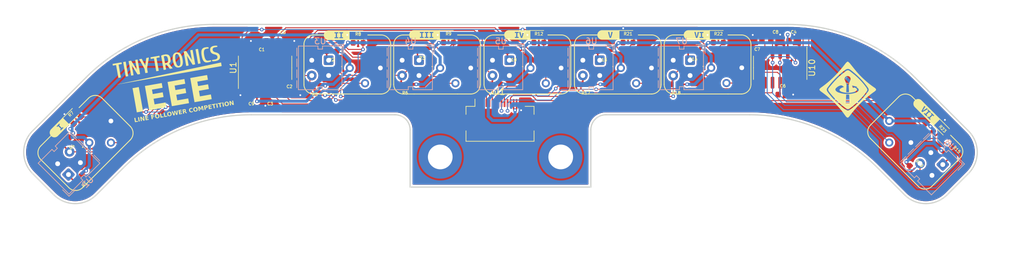
<source format=kicad_pcb>
(kicad_pcb (version 20240108) (generator "pcbnew") (generator_version "8.0")
  (layers (0 "F.Cu" signal) (31 "B.Cu" signal) (34 "B.Paste" user) (35 "F.Paste" user) (36 "B.SilkS" user "B.Silkscreen") (37 "F.SilkS" user "F.Silkscreen") (38 "B.Mask" user) (39 "F.Mask" user) (44 "Edge.Cuts" user))
  (net 0 "")
  (net 1 "Net-(U1C-+)")
  (net 2 "GND")
  (net 3 "Net-(U1B--)")
  (net 4 "Net-(U1A-+)")
  (net 5 "+5V")
  (net 6 "/IR_1_D")
  (net 7 "/IR_2_D")
  (net 8 "/IR_3_D")
  (net 9 "/IR_1_A")
  (net 10 "/IR_2_A")
  (net 11 "Net-(U2-A)")
  (net 12 "/IR_3_A")
  (net 13 "Net-(U3-A)")
  (net 14 "Net-(U4-A)")
  (net 15 "Net-(U5-A)")
  (net 18 "Net-(U10C-+)")
  (net 19 "Net-(U10B--)")
  (net 20 "Net-(U10A-+)")
  (net 21 "Net-(U6-A)")
  (net 22 "Net-(U7-A)")
  (net 23 "Net-(U8-A)")
  (net 24 "/IR_4_D")
  (net 25 "/IR_5_D")
  (net 26 "/IR_6_D")
  (net 27 "/IR_7_D")
  (net 28 "/IR_4_A")
  (net 29 "/IR_5_A")
  (net 30 "/IR_6_A")
  (net 31 "/IR_7_A")
  (net 32 "Net-(U1D-+)")
  (footprint "Diode_SMD:D_0603_1608Metric" (layer "F.Cu") (at 149.7 70.8)
    (property "Reference" "D4" (hide yes))
    (property "Value" "LED")
  )
  (footprint "kibuzzard-6662E8B3" (layer "F.Cu") (at 116.125 70.85)
    (property "Reference" "kibuzzard-6662E8B3" (hide yes))
    (property "Value" "G***" (hide yes))
  )
  (footprint "Resistor_SMD:R_0603_1608Metric" (layer "F.Cu") (at 211.85 93.15 -45)
    (property "Reference" "R19")
    (property "Value" "10k")
  )
  (footprint "Capacitor_SMD:C_0603_1608Metric" (layer "F.Cu") (at 108.3 80.8)
    (property "Reference" "C2")
    (property "Value" "100n")
  )
  (footprint "Resistor_SMD:R_0603_1608Metric" (layer "F.Cu") (at 71.2 88.4 -135)
    (property "Reference" "R4")
    (property "Value" "10k")
  )
  (footprint "Resistor_SMD:R_0603_1608Metric" (layer "F.Cu") (at 175.3 73.4 180)
    (property "Reference" "R14")
    (property "Value" "68")
  )
  (footprint "Capacitor_SMD:C_0603_1608Metric" (layer "F.Cu") (at 185.95 71.75 180)
    (property "Reference" "C7")
    (property "Value" "100n")
  )
  (footprint "Diode_SMD:D_0603_1608Metric" (layer "F.Cu") (at 134.7 70.8)
    (property "Reference" "D3" (hide yes))
    (property "Value" "LED")
  )
  (footprint "Connector_FFC-FPC:Hirose_FH12-16S-0.5SH_1x16-1MP_P0.50mm_Horizontal" (layer "F.Cu") (at 143.25 83.95)
    (property "Reference" "J1")
    (property "Value" "Conn_01x16_Pin")
  )
  (footprint "Resistor_SMD:R_0603_1608Metric" (layer "F.Cu") (at 119.7 72.1)
    (property "Reference" "R8")
    (property "Value" "10k")
  )
  (footprint "Diode_SMD:D_0603_1608Metric" (layer "F.Cu") (at 179.5 70.8)
    (property "Reference" "D6" (hide yes))
    (property "Value" "LED")
  )
  (footprint "Diode_SMD:D_0603_1608Metric" (layer "F.Cu") (at 72.220101 84.079899 45)
    (property "Reference" "D1" (hide yes))
    (property "Value" "LED")
  )
  (footprint "Resistor_SMD:R_0603_1608Metric" (layer "F.Cu") (at 149.7 72.05)
    (property "Reference" "R12")
    (property "Value" "10k")
  )
  (footprint "Package_SO:SO-14_3.9x8.65mm_P1.27mm" (layer "F.Cu") (at 104.25 76.25 90)
    (property "Reference" "U1")
    (property "Value" "LM339")
  )
  (footprint "Resistor_SMD:R_0603_1608Metric" (layer "F.Cu") (at 215.7 87.4 -45)
    (property "Reference" "R23")
    (property "Value" "10k")
  )
  (footprint "kibuzzard-6662EBB8" (layer "F.Cu") (at 130.7 70.8)
    (property "Reference" "kibuzzard-6662EBB8" (hide yes))
    (property "Value" "G***" (hide yes))
  )
  (footprint "Diode_SMD:D_0603_1608Metric" (layer "F.Cu") (at 164.5 70.8)
    (property "Reference" "D5" (hide yes))
    (property "Value" "LED")
  )
  (footprint "ImportedLibrary:3362P1222LF" (layer "F.Cu") (at 133.31 76.285)
    (property "Reference" "RV3" (hide yes))
    (property "Value" "10k?" (hide yes))
  )
  (footprint "kibuzzard-6662ED8C" (layer "F.Cu") (at 213.905225 83.467966 -45)
    (property "Reference" "kibuzzard-6662ED8C" (hide yes))
    (property "Value" "G***" (hide yes))
  )
  (footprint "Resistor_SMD:R_0603_1608Metric" (layer "F.Cu") (at 134.7 72.05)
    (property "Reference" "R9")
    (property "Value" "10k")
  )
  (footprint "kibuzzard-6662EBE3" (layer "F.Cu") (at 161.2 70.8)
    (property "Reference" "kibuzzard-6662EBE3" (hide yes))
    (property "Value" "G***" (hide yes))
  )
  (footprint "Capacitor_SMD:C_0603_1608Metric" (layer "F.Cu") (at 103.7 71.8 180)
    (property "Reference" "C1")
    (property "Value" "100n")
  )
  (footprint "Resistor_SMD:R_0603_1608Metric" (layer "F.Cu") (at 142.5 79 180)
    (property "Reference" "R11")
    (property "Value" "10k")
  )
  (footprint "ImportedLibrary:3362P1222LF" (layer "F.Cu") (at 75.070101 88.679899 45)
    (property "Reference" "RV1" (hide yes))
    (property "Value" "10k?" (hide yes))
  )
  (footprint "Resistor_SMD:R_0603_1608Metric" (layer "F.Cu") (at 73.05 84.95 45)
    (property "Reference" "R7")
    (property "Value" "10k")
  )
  (footprint "kibuzzard-6662ED27" (layer "F.Cu") (at 69.956696 86.343304 45)
    (property "Reference" "kibuzzard-6662ED27" (hide yes))
    (property "Value" "G***" (hide yes))
  )
  (footprint "Resistor_SMD:R_0603_1608Metric" (layer "F.Cu") (at 179.5 72.05)
    (property "Reference" "R22")
    (property "Value" "10k")
  )
  (footprint "Resistor_SMD:R_0603_1608Metric" (layer "F.Cu") (at 130.3 73.2 180)
    (property "Reference" "R3")
    (property "Value" "68")
  )
  (footprint "Capacitor_SMD:C_0603_1608Metric" (layer "F.Cu") (at 101.98 80.8 180)
    (property "Reference" "C9")
    (property "Value" "100n")
  )
  (footprint "ImportedLibrary:3362P1222LF" (layer "F.Cu") (at 163.31 76.285)
    (property "Reference" "RV5" (hide yes))
    (property "Value" "10k?" (hide yes))
  )
  (footprint "Capacitor_SMD:C_0603_1608Metric" (layer "F.Cu") (at 192 71.75)
    (property "Reference" "C4")
    (property "Value" "100n")
  )
  (footprint "Resistor_SMD:R_0603_1608Metric" (layer "F.Cu") (at 112.51 79.25 180)
    (property "Reference" "R5")
    (property "Value" "10k")
  )
  (footprint "ImportedLibrary:3362P1222LF" (layer "F.Cu") (at 178.3 76.25)
    (property "Reference" "RV6" (hide yes))
    (property "Value" "10k?" (hide yes))
  )
  (footprint "Resistor_SMD:R_0603_1608Metric" (layer "F.Cu") (at 164.5 72.05)
    (property "Reference" "R21")
    (property "Value" "10k")
  )
  (footprint "ImportedLibrary:3362P1222LF" (layer "F.Cu") (at 207.859962 85.072201 -45)
    (property "Reference" "RV7" (hide yes))
    (property "Value" "10k?" (hide yes))
  )
  (footprint "Capacitor_SMD:C_0603_1608Metric" (layer "F.Cu") (at 188.98 71.75)
    (property "Reference" "C8")
    (property "Value" "100n")
  )
  (footprint "Package_SO:SO-14_3.9x8.65mm_P1.27mm" (layer "F.Cu") (at 189.75 76.25 -90)
    (property "Reference" "U10")
    (property "Value" "LM339")
  )
  (footprint "Resistor_SMD:R_0603_1608Metric" (layer "F.Cu") (at 127.5 79 180)
    (property "Reference" "R6")
    (property "Value" "10k")
  )
  (footprint "Resistor_SMD:R_0603_1608Metric" (layer "F.Cu") (at 160.3 73.5 180)
    (property "Reference" "R13")
    (property "Value" "68")
  )
  (footprint "Resistor_SMD:R_0603_1608Metric" (layer "F.Cu") (at 157.5 79 180)
    (property "Reference" "R17")
    (property "Value" "10k")
  )
  (footprint "kibuzzard-6662EBDC" (layer "F.Cu") (at 146.1 70.8)
    (property "Reference" "kibuzzard-6662EBDC" (hide yes))
    (property "Value" "G***" (hide yes))
  )
  (footprint "ImportedLibrary:3362P1222LF" (layer "F.Cu") (at 148.31 76.285)
    (property "Reference" "RV4" (hide yes))
    (property "Value" "10k?" (hide yes))
  )
  (footprint "Resistor_SMD:R_0603_1608Metric" (layer "F.Cu") (at 218.05 90.85 -45)
    (property "Reference" "R15")
    (property "Value" "68")
  )
  (footprint "Capacitor_SMD:C_0603_1608Metric" (layer "F.Cu") (at 190.2 80.7)
    (property "Reference" "C6")
    (property "Value" "100n")
  )
  (footprint "Capacitor_SMD:C_0603_1608Metric" (layer "F.Cu") (at 107.2 71.8)
    (property "Reference" "C5")
    (property "Value" "100n")
  )
  (footprint "Resistor_SMD:R_0603_1608Metric" (layer "F.Cu") (at 145.3 73.5 180)
    (property "Reference" "R10")
    (property "Value" "68")
  )
  (footprint "Capacitor_SMD:C_0603_1608Metric" (layer "F.Cu") (at 105.1 80.8 180)
    (property "Reference" "C3")
    (property "Value" "100n")
  )
  (footprint "ImportedLibrary:3362P1222LF" (layer "F.Cu") (at 118.31 76.285)
    (property "Reference" "RV2" (hide yes))
    (property "Value" "10k?" (hide yes))
  )
  (footprint "Resistor_SMD:R_0603_1608Metric" (layer "F.Cu") (at 172.5 79 180)
    (property "Reference" "R18")
    (property "Value" "10k")
  )
  (footprint "Diode_SMD:D_0603_1608Metric" (layer "F.Cu") (at 216.76863 86.331371 -45)
    (property "Reference" "D7" (hide yes))
    (property "Value" "LED")
  )
  (footprint "kibuzzard-6662EBED" (layer "F.Cu") (at 175.9 70.8)
    (property "Reference" "kibuzzard-6662EBED" (hide yes))
    (property "Value" "G***" (hide yes))
  )
  (footprint "Resistor_SMD:R_0603_1608Metric" (layer "F.Cu") (at 115.3 73.5 180)
    (property "Reference" "R2")
    (property "Value" "68")
  )
  (footprint "Diode_SMD:D_0603_1608Metric" (layer "F.Cu") (at 119.7 70.85)
    (property "Reference" "D2" (hide yes))
    (property "Value" "LED")
  )
  (footprint "Resistor_SMD:R_0603_1608Metric" (layer "F.Cu") (at 73.283363 94.616637 -135)
    (property "Reference" "R1")
    (property "Value" "68")
  )
  (footprint "ImportedLibrary:MountingHole_Soldernut_M3" (layer "B.Cu") (at 133.32767 91.051261 180)
    (property "Reference" "H2" (hide yes))
    (property "Value" "M3")
  )
  (footprint "OptoDevice:Vishay_CNY70" (layer "B.Cu") (at 114.8 75 180)
    (property "Reference" "U3")
    (property "Value" "CNY70")
  )
  (footprint "OptoDevice:Vishay_CNY70" (layer "B.Cu") (at 144.8 75 180)
    (property "Reference" "U5")
    (property "Value" "CNY70")
  )
  (footprint "OptoDevice:Vishay_CNY70" (layer "B.Cu") (at 129.8 75 180)
    (property "Reference" "U4")
    (property "Value" "CNY70")
  )
  (footprint "OptoDevice:Vishay_CNY70" (layer "B.Cu") (at 159.8 75 180)
    (property "Reference" "U6")
    (property "Value" "CNY70")
  )
  (footprint "OptoDevice:Vishay_CNY70" (layer "B.Cu") (at 216.74458 92.315219 135)
    (property "Reference" "U8")
    (property "Value" "CNY70")
  )
  (footprint "ImportedLibrary:MountingHole_Soldernut_M3" (layer "B.Cu") (at 153.32767 91.051261 180)
    (property "Reference" "H1" (hide yes))
    (property "Value" "M3")
  )
  (footprint "OptoDevice:Vishay_CNY70" (layer "B.Cu") (at 71.616152 93.97595 45)
    (property "Reference" "U2")
    (property "Value" "CNY70")
  )
  (footprint "OptoDevice:Vishay_CNY70" (layer "B.Cu") (at 174.8 75 180)
    (property "Reference" "U7")
    (property "Value" "CNY70")
  )
  (gr_line (start 140.6 72.4) (end 140.6 79) (stroke (width 0.15)) (layer "F.SilkS"))
  (gr_line (start 159.5 70.8) (end 157.2 70.8) (stroke (width 0.15)) (layer "F.SilkS"))
  (gr_poly (pts (xy 94.581362 72.818146) (xy 94.580746 72.820909) (xy 94.580307 72.823411) (xy 94.580038 72.825665) (xy 94.579928 72.827682) (xy 94.579971 72.829474) (xy 94.580158 72.831051) (xy 94.580479 72.832425) (xy 94.580928 72.833608) (xy 94.581492 72.83461) (xy 94.582166 72.835443) (xy 94.582941 72.836118) (xy 94.583807 72.836648) (xy 94.584756 72.837041) (xy 94.58578 72.837311) (xy 94.58687 72.83747) (xy 94.588018 72.837526) (xy 94.589213 72.837493) (xy 94.590449 72.837381) (xy 94.593007 72.836967) (xy 94.595621 72.836375) (xy 94.598225 72.835696) (xy 94.60312 72.834436) (xy 94.605274 72.834037) (xy 94.606247 72.833935) (xy 94.607141 72.833913) (xy 94.657289 72.835059) (xy 94.707451 72.83577) (xy 94.807764 72.836257) (xy 94.813698 72.836394) (xy 94.81932 72.83679) (xy 94.824625 72.837471) (xy 94.829606 72.838461) (xy 94.831975 72.83908) (xy 94.834261 72.839785) (xy 94.836462 72.84058) (xy 94.838581 72.841466) (xy 94.840613 72.842449) (xy 94.842561 72.843532) (xy 94.844421 72.844715) (xy 94.846195 72.846004) (xy 94.847881 72.8474) (xy 94.849479 72.848909) (xy 94.850988 72.85053) (xy 94.852408 72.852269) (xy 94.853736 72.854129) (xy 94.854974 72.856112) (xy 94.856119 72.858221) (xy 94.857172 72.86046) (xy 94.858132 72.862832) (xy 94.858997 72.86534) (xy 94.859768 72.867985) (xy 94.860445 72.870773) (xy 94.861024 72.873706) (xy 94.861507 72.876787) (xy 94.861893 72.880019) (xy 94.862181 72.883404) (xy 94.863177 72.89266) (xy 94.864786 72.902085) (xy 94.866877 72.911633) (xy 94.869316 72.921257) (xy 94.87995 72.959581) (xy 94.882172 72.968885) (xy 94.883956 72.977984) (xy 94.885172 72.986832) (xy 94.885688 72.995384) (xy 94.885642 72.999532) (xy 94.885373 73.003589) (xy 94.884862 73.007548) (xy 94.884095 73.011403) (xy 94.883055 73.015149) (xy 94.881725 73.01878) (xy 94.880089 73.022289) (xy 94.87813 73.025671) (xy 94.875829 73.028911) (xy 94.873281 73.031886) (xy 94.870499 73.034608) (xy 94.867495 73.03709) (xy 94.864279 73.039346) (xy 94.860865 73.041387) (xy 94.857262 73.043225) (xy 94.853484 73.044874) (xy 94.849542 73.046344) (xy 94.845446 73.04765) (xy 94.836843 73.049816) (xy 94.827767 73.051471) (xy 94.818311 73.052714) (xy 94.808569 73.053646) (xy 94.798634 73.054364) (xy 94.778551 73.055561) (xy 94.76859 73.056239) (xy 94.758806 73.057102) (xy 94.749292 73.058249) (xy 94.740141 73.059782) (xy 94.675161 73.072034) (xy 94.61006 73.083592) (xy 94.479773 73.106229) (xy 94.445764 73.113284) (xy 94.413372 73.122088) (xy 94.382596 73.132643) (xy 94.353437 73.144948) (xy 94.325895 73.159002) (xy 94.299969 73.174807) (xy 94.27566 73.192362) (xy 94.252968 73.211668) (xy 94.231892 73.232723) (xy 94.212432 73.255528) (xy 94.194589 73.280084) (xy 94.178363 73.306389) (xy 94.163754 73.334444) (xy 94.150761 73.36425) (xy 94.139385 73.395806) (xy 94.129625 73.429112) (xy 94.123004 73.456014) (xy 94.117215 73.482971) (xy 94.112226 73.50998) (xy 94.108002 73.537035) (xy 94.104508 73.564136) (xy 94.101712 73.591275) (xy 94.099579 73.61845) (xy 94.098076 73.645657) (xy 94.097169 73.672893) (xy 94.096823 73.700155) (xy 94.097682 73.754735) (xy 94.100381 73.809368) (xy 94.10465 73.864024) (xy 94.114947 73.965318) (xy 94.127592 74.066148) (xy 94.142918 74.166437) (xy 94.161255 74.266108) (xy 94.182935 74.365084) (xy 94.208291 74.463288) (xy 94.237653 74.560641) (xy 94.253939 74.608975) (xy 94.271352 74.657068) (xy 94.282556 74.685981) (xy 94.294596 74.714536) (xy 94.307466 74.742712) (xy 94.321153 74.770493) (xy 94.33565 74.797859) (xy 94.350947 74.824795) (xy 94.367035 74.851281) (xy 94.383906 74.8773) (xy 94.394282 74.892208) (xy 94.404916 74.906519) (xy 94.415805 74.920233) (xy 94.426947 74.933352) (xy 94.438342 74.94588) (xy 94.449988 74.957818) (xy 94.461883 74.96917) (xy 94.474028 74.979937) (xy 94.486419 74.990122) (xy 94.499056 74.999728) (xy 94.511936 75.008758) (xy 94.525061 75.017211) (xy 94.538426 75.025094) (xy 94.552032 75.032405) (xy 94.565876 75.039151) (xy 94.579959 75.045331) (xy 94.594277 75.050948) (xy 94.60883 75.056007) (xy 94.623616 75.060507) (xy 94.638634 75.064452) (xy 94.653884 75.067845) (xy 94.669363 75.070687) (xy 94.685069 75.072982) (xy 94.701002 75.074732) (xy 94.717161 75.075938) (xy 94.733543 75.076605) (xy 94.750148 75.076733) (xy 94.766974 75.076326) (xy 94.801285 75.073915) (xy 94.836462 75.069391) (xy 94.933021 75.053658) (xy 95.029443 75.036921) (xy 95.125713 75.019325) (xy 95.221815 75.001013) (xy 95.228329 74.999864) (xy 95.23439 74.999055) (xy 95.240008 74.998613) (xy 95.245189 74.998564) (xy 95.247619 74.998696) (xy 95.249942 74.998936) (xy 95.25216 74.999288) (xy 95.254273 74.999755) (xy 95.256282 75.000342) (xy 95.258189 75.00105) (xy 95.259995 75.001884) (xy 95.2617 75.002847) (xy 95.263305 75.003941) (xy 95.264811 75.005172) (xy 95.26622 75.006541) (xy 95.267531 75.008052) (xy 95.268745 75.009709) (xy 95.269866 75.011515) (xy 95.270892 75.013475) (xy 95.271824 75.015589) (xy 95.272664 75.017863) (xy 95.273413 75.0203) (xy 95.274071 75.022902) (xy 95.27464 75.025673) (xy 95.27512 75.028619) (xy 95.275512 75.031739) (xy 95.276037 75.038522) (xy 95.277014 75.047046) (xy 95.27812 75.055553) (xy 95.279353 75.064041) (xy 95.280713 75.072509) (xy 95.2822 75.080955) (xy 95.283816 75.08938) (xy 95.285557 75.097779) (xy 95.287424 75.106153) (xy 95.292259 75.134419) (xy 95.293932 75.146023) (xy 95.294983 75.156161) (xy 95.295246 75.160733) (xy 95.295318 75.165001) (xy 95.295187 75.168986) (xy 95.294842 75.172707) (xy 95.294269 75.176186) (xy 95.29346 75.179445) (xy 95.2924 75.182504) (xy 95.291078 75.185382) (xy 95.289483 75.188102) (xy 95.287602 75.190683) (xy 95.285424 75.193147) (xy 95.282938 75.195515) (xy 95.280129 75.197806) (xy 95.276988 75.200043) (xy 95.273504 75.202244) (xy 95.269662 75.204431) (xy 95.260865 75.208849) (xy 95.250499 75.21346) (xy 95.224691 75.223928) (xy 95.150572 75.252313) (xy 95.075509 75.277826) (xy 94.999585 75.300448) (xy 94.922883 75.32016) (xy 94.845486 75.336941) (xy 94.76748 75.350772) (xy 94.688946 75.361632) (xy 94.609971 75.369502) (xy 94.556652 75.371781) (xy 94.505184 75.370703) (xy 94.455552 75.366298) (xy 94.407739 75.358592) (xy 94.361732 75.347612) (xy 94.317511 75.333385) (xy 94.275065 75.315939) (xy 94.234376 75.295299) (xy 94.195428 75.271494) (xy 94.158205 75.244549) (xy 94.122692 75.214494) (xy 94.088875 75.181353) (xy 94.056735 75.145155) (xy 94.026259 75.105926) (xy 93.997429 75.063692) (xy 93.97023 75.018483) (xy 93.952315 74.98581) (xy 93.935314 74.95281) (xy 93.919189 74.919496) (xy 93.903903 74.885882) (xy 93.889418 74.851982) (xy 93.875697 74.817809) (xy 93.85039 74.748704) (xy 93.827682 74.678676) (xy 93.807269 74.60784) (xy 93.788849 74.536304) (xy 93.77212 74.464179) (xy 93.748112 74.351714) (xy 93.726319 74.238998) (xy 93.707418 74.125972) (xy 93.692086 74.012574) (xy 93.681001 73.898745) (xy 93.677262 73.84165) (xy 93.674838 73.784424) (xy 93.673814 73.727061) (xy 93.674276 73.669552) (xy 93.676306 73.61189) (xy 93.67999 73.554067) (xy 93.684238 73.509307) (xy 93.690055 73.464886) (xy 93.693612 73.442822) (xy 93.697633 73.420865) (xy 93.702141 73.399023) (xy 93.707162 73.377304) (xy 93.712718 73.355714) (xy 93.718833 73.334262) (xy 93.725532 73.312953) (xy 93.732837 73.291798) (xy 93.740773 73.270801) (xy 93.749363 73.249972) (xy 93.758632 73.229318) (xy 93.768603 73.208844) (xy 93.780225 73.18675) (xy 93.792772 73.165269) (xy 93.806218 73.144426) (xy 93.820536 73.124245) (xy 93.835702 73.104751) (xy 93.851686 73.085968) (xy 93.868464 73.067924) (xy 93.88601 73.050639) (xy 93.904297 73.034141) (xy 93.923299 73.018454) (xy 93.942989 73.003602) (xy 93.963342 72.989612) (xy 93.984331 72.976506) (xy 94.00593 72.96431) (xy 94.028112 72.953049) (xy 94.050852 72.942748) (xy 94.054667 72.94112) (xy 94.058555 72.939603) (xy 94.066479 72.936765) (xy 94.074468 72.93397) (xy 94.078439 72.932508) (xy 94.082369 72.930958) (xy 94.08624 72.929286) (xy 94.090029 72.927462) (xy 94.093722 72.925453) (xy 94.097296 72.923224) (xy 94.100732 72.920744) (xy 94.104013 72.917979) (xy 94.10559 72.916479) (xy 94.107119 72.914897) (xy 94.1086 72.913226) (xy 94.11003 72.911464) (xy 94.1102 72.911191) (xy 94.11036 72.910914) (xy 94.110507 72.91063) (xy 94.110641 72.910341) (xy 94.110765 72.910048) (xy 94.110877 72.90975) (xy 94.110978 72.909448) (xy 94.111065 72.909143) (xy 94.11114 72.908834) (xy 94.111204 72.908524) (xy 94.111256 72.90821) (xy 94.111294 72.907893) (xy 94.111321 72.907576) (xy 94.111334 72.907257) (xy 94.111335 72.906937) (xy 94.111324 72.906615) (xy 94.110178 72.906057) (xy 94.109023 72.905519) (xy 94.10786 72.904999) (xy 94.106688 72.904498) (xy 94.105509 72.904016) (xy 94.104322 72.903553) (xy 94.103126 72.903109) (xy 94.101925 72.902684)) (fill solid) (layer "F.SilkS"))
  (gr_line (start 75.220101 94.879899) (end 73.947309 96.152691) (stroke (width 0.15)) (layer "F.SilkS"))
  (gr_arc (start 184.9 79) (mid 184.431371 80.131371) (end 183.3 80.6) (stroke (width 0.15)) (layer "F.SilkS"))
  (gr_line (start 155.6 72.4) (end 155.6 79) (stroke (width 0.15)) (layer "F.SilkS"))
  (gr_arc (start 168.4 70.800001) (mid 169.53137 71.26863) (end 170 72.400001) (stroke (width 0.15)) (layer "F.SilkS"))
  (gr_line (start 125.1 79) (end 125.1 72.400001) (stroke (width 0.15)) (layer "F.SilkS"))
  (gr_line (start 206.02355 89.282843) (end 204.750758 88.010051) (stroke (width 0.15)) (layer "F.SilkS"))
  (gr_line (start 211.114719 94.374012) (end 212.670354 95.929647) (stroke (width 0.15)) (layer "F.SilkS"))
  (gr_arc (start 155.6 72.4) (mid 156.068629 71.268629) (end 157.2 70.8) (stroke (width 0.15)) (layer "F.SilkS"))
  (gr_line (start 218.044366 87.444365) (end 219.600001 89) (stroke (width 0.15)) (layer "F.SilkS"))
  (gr_arc (start 142.2 80.600001) (mid 141.068629 80.131372) (end 140.6 79.000001) (stroke (width 0.15)) (layer "F.SilkS"))
  (gr_arc (start 140 79) (mid 139.531371 80.131371) (end 138.4 80.6) (stroke (width 0.15)) (layer "F.SilkS"))
  (gr_poly (pts (xy 96.029891 72.562732) (xy 96.029749 72.563079) (xy 96.029562 72.563413) (xy 96.029336 72.563738) (xy 96.029074 72.564052) (xy 96.028466 72.564657) (xy 96.027775 72.56524) (xy 96.026296 72.56638) (xy 96.025584 72.566958) (xy 96.02494 72.567554) (xy 96.024655 72.567862) (xy 96.024401 72.56818) (xy 96.024183 72.568507) (xy 96.024006 72.568845) (xy 96.023874 72.569195) (xy 96.023792 72.56956) (xy 96.023765 72.569939) (xy 96.023798 72.570334) (xy 96.023894 72.570748) (xy 96.02406 72.571181) (xy 96.024299 72.571633) (xy 96.024616 72.572107) (xy 96.025017 72.572604) (xy 96.025506 72.573125) (xy 96.026086 72.573672) (xy 96.026764 72.574245) (xy 96.027019 72.574454) (xy 96.027271 72.574683) (xy 96.027521 72.57493) (xy 96.027768 72.575188) (xy 96.028742 72.576247) (xy 96.028984 72.576494) (xy 96.029224 72.576727) (xy 96.029464 72.57694) (xy 96.029705 72.577126) (xy 96.029946 72.577283) (xy 96.030067 72.577349) (xy 96.030188 72.577406) (xy 96.030309 72.577454) (xy 96.030431 72.57749) (xy 96.030553 72.577516) (xy 96.030675 72.577531) (xy 96.136107 72.57909) (xy 96.188813 72.579419) (xy 96.215164 72.579231) (xy 96.241518 72.578719) (xy 96.249991 72.578684) (xy 96.257959 72.579055) (xy 96.26542 72.57986) (xy 96.26896 72.580433) (xy 96.272372 72.581126) (xy 96.275656 72.58194) (xy 96.278811 72.58288) (xy 96.281838 72.583949) (xy 96.284736 72.585151) (xy 96.287506 72.586489) (xy 96.290144 72.587967) (xy 96.292655 72.589587) (xy 96.295034 72.591354) (xy 96.297283 72.593271) (xy 96.299401 72.59534) (xy 96.301389 72.597567) (xy 96.303246 72.599954) (xy 96.304971 72.602505) (xy 96.306563 72.605223) (xy 96.308025 72.608111) (xy 96.309353 72.611174) (xy 96.310549 72.614413) (xy 96.311611 72.617835) (xy 96.312541 72.62144) (xy 96.313337 72.625233) (xy 96.313998 72.629218) (xy 96.314526 72.633397) (xy 96.314919 72.637775) (xy 96.315178 72.642354) (xy 96.316096 72.654216) (xy 96.317335 72.666042) (xy 96.318895 72.677825) (xy 96.320773 72.68956) (xy 96.32297 72.701239) (xy 96.325482 72.712858) (xy 96.328311 72.724407) (xy 96.331453 72.735882) (xy 96.332939 72.742004) (xy 96.333497 72.744872) (xy 96.333933 72.747617) (xy 96.334245 72.750241) (xy 96.334434 72.752747) (xy 96.334499 72.755139) (xy 96.334441 72.757419) (xy 96.33426 72.759589) (xy 96.333953 72.761656) (xy 96.333522 72.76362) (xy 96.332967 72.765485) (xy 96.332287 72.767252) (xy 96.331482 72.768928) (xy 96.330551 72.770513) (xy 96.329496 72.772012) (xy 96.328315 72.773428) (xy 96.327008 72.774762) (xy 96.325575 72.77602) (xy 96.324015 72.777203) (xy 96.32233 72.778315) (xy 96.320519 72.779358) (xy 96.318579 72.780337) (xy 96.316514 72.781253) (xy 96.31432 72.782111) (xy 96.312001 72.782914) (xy 96.306977 72.784363) (xy 96.301441 72.785628) (xy 96.295392 72.786731) (xy 96.073916 72.824587) (xy 95.852759 72.864242) (xy 95.832191 72.86841) (xy 95.812286 72.873276) (xy 95.79305 72.878831) (xy 95.77449 72.885062) (xy 95.756614 72.891957) (xy 95.739426 72.899507) (xy 95.722934 72.907701) (xy 95.707145 72.916527) (xy 95.692065 72.925975) (xy 95.6777 72.936033) (xy 95.664057 72.946691) (xy 95.651142 72.957939) (xy 95.638963 72.969764) (xy 95.627526 72.982156) (xy 95.616836 72.995105) (xy 95.606902 73.008598) (xy 95.597729 73.022625) (xy 95.589324 73.037175) (xy 95.581692 73.052238) (xy 95.574842 73.067802) (xy 95.56878 73.083858) (xy 95.563512 73.100392) (xy 95.559044 73.117394) (xy 95.555384 73.134855) (xy 95.552537 73.152762) (xy 95.550511 73.171105) (xy 95.549311 73.189872) (xy 95.548945 73.209053) (xy 95.549419 73.228639) (xy 95.550739 73.248615) (xy 95.552913 73.268973) (xy 95.555946 73.2897) (xy 95.562306 73.321486) (xy 95.570554 73.351565) (xy 95.58063 73.379994) (xy 95.592474 73.406831) (xy 95.606026 73.432133) (xy 95.621225 73.455957) (xy 95.638012 73.478359) (xy 95.656327 73.499398) (xy 95.676109 73.51913) (xy 95.697297 73.537614) (xy 95.719833 73.554904) (xy 95.743655 73.571061) (xy 95.768705 73.586139) (xy 95.794921 73.600196) (xy 95.822244 73.613291) (xy 95.850612 73.62548) (xy 95.887502 73.639842) (xy 95.924745 73.653105) (xy 95.962289 73.665442) (xy 96.000078 73.677024) (xy 96.038057 73.688023) (xy 96.07617 73.698612) (xy 96.152576 73.719249) (xy 96.198903 73.732433) (xy 96.244256 73.746866) (xy 96.288523 73.762694) (xy 96.331586 73.780058) (xy 96.373334 73.799102) (xy 96.41365 73.819971) (xy 96.452418 73.842807) (xy 96.489526 73.867755) (xy 96.524858 73.894958) (xy 96.558299 73.924559) (xy 96.589734 73.956704) (xy 96.604664 73.973773) (xy 96.61905 73.991533) (xy 96.632876 74.010001) (xy 96.64613 74.029194) (xy 96.658795 74.049129) (xy 96.67086 74.069827) (xy 96.682308 74.091303) (xy 96.693125 74.113577) (xy 96.703298 74.136666) (xy 96.712811 74.160588) (xy 96.714931 74.166758) (xy 96.715625 74.168505) (xy 96.716408 74.170183) (xy 96.717294 74.171721) (xy 96.717778 74.172412) (xy 96.718292 74.173041) (xy 96.718839 74.173598) (xy 96.719418 74.174073) (xy 96.720033 74.174455) (xy 96.720683 74.174738) (xy 96.721371 74.17491) (xy 96.722098 74.174964) (xy 96.722867 74.174889) (xy 96.723677 74.174676) (xy 96.72453 74.174317) (xy 96.72543 74.1738) (xy 96.726376 74.173119) (xy 96.727372 74.172262) (xy 96.728416 74.171222) (xy 96.729512 74.169987) (xy 96.730661 74.168549) (xy 96.731865 74.1669) (xy 96.785087 74.468737) (xy 96.783468 74.467496) (xy 96.781959 74.466441) (xy 96.780557 74.465563) (xy 96.779258 74.464854) (xy 96.778058 74.464306) (xy 96.776953 74.46391) (xy 96.775939 74.463659) (xy 96.775013 74.463543) (xy 96.77417 74.463556) (xy 96.773407 74.463688) (xy 96.772719 74.463932) (xy 96.772101 74.464278) (xy 96.771552 74.464718) (xy 96.771067 74.465246) (xy 96.77064 74.465852) (xy 96.77027 74.466527) (xy 96.769952 74.467265) (xy 96.769682 74.468056) (xy 96.769455 74.468892) (xy 96.769268 74.469764) (xy 96.769 74.471588) (xy 96.768843 74.47346) (xy 96.768768 74.475316) (xy 96.768744 74.477087) (xy 96.768717 74.480113) (xy 96.767463 74.510565) (xy 96.765106 74.540105) (xy 96.761664 74.568746) (xy 96.757154 74.596503) (xy 96.751596 74.623391) (xy 96.745006 74.649423) (xy 96.737404 74.674612) (xy 96.728809 74.698972) (xy 96.719237 74.722518) (xy 96.708709 74.745264) (xy 96.697242 74.767222) (xy 96.684853 74.788407) (xy 96.671563 74.808832) (xy 96.657388 74.828512) (xy 96.642348 74.847461) (xy 96.626461 74.865692) (xy 96.609744 74.883219) (xy 96.592217 74.900056) (xy 96.573898 74.916217) (xy 96.554803 74.931715) (xy 96.534954 74.946564) (xy 96.514367 74.96078) (xy 96.471053 74.987362) (xy 96.425011 75.011571) (xy 96.376384 75.03352) (xy 96.325321 75.053317) (xy 96.271968 75.071075) (xy 96.226872 75.084389) (xy 96.181534 75.096706) (xy 96.13597 75.108023) (xy 96.090198 75.118338) (xy 96.044233 75.127648) (xy 95.998093 75.135952) (xy 95.951795 75.143249) (xy 95.905353 75.149535) (xy 95.858786 75.154808) (xy 95.81211 75.159067) (xy 95.76534 75.16231) (xy 95.718495 75.164533) (xy 95.67159 75.165737) (xy 95.624643 75.165918) (xy 95.577669 75.165074) (xy 95.530686 75.163203) (xy 95.522863 75.16265) (xy 95.515569 75.16179) (xy 95.508798 75.160597) (xy 95.505607 75.159866) (xy 95.502543 75.159042) (xy 95.499608 75.15812) (xy 95.496799 75.157099) (xy 95.494115 75.155974) (xy 95.491555 75.154742) (xy 95.48912 75.1534) (xy 95.486807 75.151944) (xy 95.484616 75.150372) (xy 95.482546 75.14868) (xy 95.480597 75.146863) (xy 95.478767 75.14492) (xy 95.477055 75.142847) (xy 95.47546 75.14064) (xy 95.473983 75.138297) (xy 95.472622 75.135813) (xy 95.471375 75.133186) (xy 95.470243 75.130411) (xy 95.469223 75.127488) (xy 95.468316 75.12441) (xy 95.46752 75.121176) (xy 95.466835 75.117781) (xy 95.46626 75.114223) (xy 95.465793 75.110499) (xy 95.465434 75.106604) (xy 95.465181 75.102535) (xy 95.464408 75.09397) (xy 95.463023 75.085243) (xy 95.461155 75.076397) (xy 95.458933 75.067476) (xy 95.449053 75.031939) (xy 95.446976 75.023313) (xy 95.445313 75.014878) (xy 95.444191 75.00668) (xy 95.44374 74.998761) (xy 95.443806 74.994921) (xy 95.444086 74.991167) (xy 95.444598 74.987506) (xy 95.445358 74.983943) (xy 95.446381 74.980482) (xy 95.447684 74.977131) (xy 95.449282 74.973894) (xy 95.451191 74.970777) (xy 95.4534 74.967813) (xy 95.455831 74.965092) (xy 95.458472 74.962601) (xy 95.461314 74.960331) (xy 95.464346 74.958268) (xy 95.467557 74.956403) (xy 95.470939 74.954723) (xy 95.474478 74.953216) (xy 95.478165 74.951871) (xy 95.48199 74.950677) (xy 95.490012 74.948693) (xy 95.49846 74.947172) (xy 95.507248 74.946022) (xy 95.516295 74.94515) (xy 95.525517 74.944464) (xy 95.54415 74.943279) (xy 95.553392 74.942594) (xy 95.562474 74.941726) (xy 95.571313 74.940582) (xy 95.579825 74.939069) (xy 95.640793 74.927256) (xy 95.702014 74.91669) (xy 95.824675 74.896647) (xy 95.885847 74.885847) (xy 95.946733 74.873647) (xy 96.007202 74.859385) (xy 96.037237 74.851273) (xy 96.067117 74.842399) (xy 96.094451 74.833244) (xy 96.12079 74.823123) (xy 96.146063 74.811972) (xy 96.170195 74.799729) (xy 96.193113 74.786334) (xy 96.214743 74.771725) (xy 96.235014 74.755838) (xy 96.253849 74.738612) (xy 96.271177 74.719988) (xy 96.286925 74.6999) (xy 96.294182 74.689288) (xy 96.301017 74.678288) (xy 96.30742 74.666891) (xy 96.313383 74.655091) (xy 96.318895 74.642878) (xy 96.323947 74.630246) (xy 96.32853 74.617186) (xy 96.332636 74.60369) (xy 96.336254 74.589753) (xy 96.339377 74.575365) (xy 96.341995 74.560518) (xy 96.344098 74.545206) (xy 96.34717 74.510579) (xy 96.348075 74.477008) (xy 96.346827 74.444511) (xy 96.34344 74.413104) (xy 96.337924 74.382803) (xy 96.330296 74.353629) (xy 96.320566 74.325594) (xy 96.308749 74.298719) (xy 96.294857 74.273019) (xy 96.278903 74.248512) (xy 96.260901 74.225215) (xy 96.240864 74.203144) (xy 96.218804 74.182318) (xy 96.194734 74.162752) (xy 96.16867 74.144463) (xy 96.140621 74.127471) (xy 96.115943 74.114763) (xy 96.090924 74.102784) (xy 96.065578 74.09154) (xy 96.039923 74.081037) (xy 96.013974 74.071282) (xy 95.987747 74.062281) (xy 95.961261 74.054039) (xy 95.934529 74.046565) (xy 95.865831 74.027569) (xy 95.796949 74.009178) (xy 95.762585 73.999773) (xy 95.72835 73.989993) (xy 95.694303 73.979664) (xy 95.660502 73.968611) (xy 95.62366 73.955422) (xy 95.587677 73.941126) (xy 95.552612 73.925664) (xy 95.518524 73.908975) (xy 95.485474 73.891) (xy 95.453519 73.87168) (xy 95.422718 73.850954) (xy 95.393131 73.828764) (xy 95.364816 73.80505) (xy 95.337833 73.779753) (xy 95.312242 73.752812) (xy 95.2881 73.724168) (xy 95.265468 73.693762) (xy 95.244402 73.661536) (xy 95.224965 73.627427) (xy 95.207214 73.591377) (xy 95.196881 73.568402) (xy 95.187245 73.545167) (xy 95.178308 73.521689) (xy 95.170075 73.497985) (xy 95.162548 73.474069) (xy 95.15573 73.449958) (xy 95.149626 73.425667) (xy 95.144238 73.401213) (xy 95.139569 73.376611) (xy 95.135623 73.351879) (xy 95.132404 73.327029) (xy 95.129913 73.302081) (xy 95.128156 73.277049) (xy 95.127134 73.251949) (xy 95.126851 73.226797) (xy 95.127311 73.201609) (xy 95.130732 73.154036) (xy 95.133558 73.131043) (xy 95.13712 73.108574) (xy 95.141411 73.086626) (xy 95.146424 73.065194) (xy 95.152156 73.044275) (xy 95.158599 73.023865) (xy 95.165748 73.003959) (xy 95.173595 72.984557) (xy 95.182135 72.96565) (xy 95.191362 72.947239) (xy 95.201271 72.929318) (xy 95.211855 72.911885) (xy 95.223108 72.894933) (xy 95.235023 72.878461) (xy 95.247596 72.862465) (xy 95.260819 72.84694) (xy 95.289193 72.817289) (xy 95.320099 72.789482) (xy 95.353486 72.763486) (xy 95.389307 72.739273) (xy 95.427514 72.716812) (xy 95.468057 72.696074) (xy 95.510889 72.677028) (xy 95.513277 72.676138) (xy 95.515728 72.675362) (xy 95.520755 72.674028) (xy 95.525833 72.672767) (xy 95.528348 72.672084) (xy 95.530824 72.671324) (xy 95.533245 72.670453) (xy 95.535593 72.669441) (xy 95.53785 72.668255) (xy 95.53894 72.667587) (xy 95.54 72.666863) (xy 95.54103 72.66608) (xy 95.542026 72.665233) (xy 95.542988 72.664318) (xy 95.54391 72.663332) (xy 95.544794 72.66227) (xy 95.545636 72.66113) (xy 95.546434 72.659905) (xy 95.547185 72.658592) (xy 95.547505 72.657954) (xy 95.547846 72.657229) (xy 95.548184 72.656464) (xy 95.548491 72.655716) (xy 95.548745 72.655031) (xy 95.548845 72.654729) (xy 95.54892 72.654463) (xy 95.548971 72.654238) (xy 95.548992 72.654062) (xy 95.54899 72.653993) (xy 95.54898 72.653939) (xy 95.548961 72.6539) (xy 95.548934 72.653878) (xy 95.54787 72.653216) (xy 95.546794 72.65257) (xy 95.545709 72.651944) (xy 95.544614 72.651336) (xy 95.543509 72.650746) (xy 95.542395 72.650175) (xy 95.54127 72.649623) (xy 95.540137 72.649089)) (fill solid) (layer "F.SilkS"))
  (gr_arc (start 170 79) (mid 169.531371 80.131371) (end 168.4 80.6) (stroke (width 0.15)) (layer "F.SilkS"))
  (gr_line (start 173.9 70.8) (end 172.1 70.8) (stroke (width 0.15)) (layer "F.SilkS"))
  (gr_poly (pts (xy 80.757185 75.286672) (xy 80.795146 75.281324) (xy 80.833054 75.275552) (xy 80.908705 75.262857) (xy 80.984121 75.248833) (xy 81.059286 75.233727) (xy 81.067214 75.232274) (xy 81.07092 75.231751) (xy 81.074461 75.231366) (xy 81.077841 75.23112) (xy 81.081063 75.231013) (xy 81.084134 75.231046) (xy 81.087055 75.23122) (xy 81.089835 75.231538) (xy 81.092475 75.231998) (xy 81.09498 75.232603) (xy 81.097354 75.233353) (xy 81.099604 75.23425) (xy 81.101732 75.235295) (xy 81.103744 75.236487) (xy 81.105643 75.23783) (xy 81.107434 75.239324) (xy 81.109121 75.240969) (xy 81.11071 75.242766) (xy 81.112204 75.244717) (xy 81.113608 75.246823) (xy 81.114927 75.249085) (xy 81.116165 75.251504) (xy 81.117325 75.254079) (xy 81.118413 75.256815) (xy 81.119433 75.25971) (xy 81.121289 75.265984) (xy 81.122926 75.272909) (xy 81.124382 75.280494) (xy 81.317139 76.378553) (xy 81.5293 77.575068) (xy 81.530842 77.584406) (xy 81.531902 77.593032) (xy 81.53244 77.600975) (xy 81.532503 77.604698) (xy 81.53242 77.60826) (xy 81.532189 77.611664) (xy 81.531803 77.614914) (xy 81.531259 77.618013) (xy 81.530552 77.620965) (xy 81.529677 77.623771) (xy 81.528628 77.626437) (xy 81.527402 77.628964) (xy 81.525993 77.631358) (xy 81.524398 77.63362) (xy 81.52261 77.635755) (xy 81.520626 77.637766) (xy 81.518441 77.639656) (xy 81.516049 77.641428) (xy 81.513446 77.643085) (xy 81.510628 77.644632) (xy 81.50759 77.64607) (xy 81.504326 77.647404) (xy 81.500833 77.648638) (xy 81.497104 77.649773) (xy 81.493138 77.650815) (xy 81.484466 77.652628) (xy 81.47478 77.654104) (xy 81.438808 77.6591) (xy 81.402908 77.664686) (xy 81.331259 77.677113) (xy 81.188148 77.703355) (xy 81.16613 77.707059) (xy 81.157171 77.708289) (xy 81.149425 77.708993) (xy 81.145972 77.709122) (xy 81.142778 77.709087) (xy 81.13983 77.708879) (xy 81.137114 77.708487) (xy 81.134614 77.707901) (xy 81.132318 77.70711) (xy 81.130209 77.706104) (xy 81.128275 77.704872) (xy 81.1265 77.703404) (xy 81.12487 77.701689) (xy 81.123371 77.699717) (xy 81.121988 77.697477) (xy 81.120708 77.694959) (xy 81.119515 77.692153) (xy 81.118396 77.689047) (xy 81.117335 77.685632) (xy 81.115332 77.677832) (xy 81.113392 77.668666) (xy 81.109241 77.645911) (xy 80.908317 76.506414) (xy 80.807603 75.934023) (xy 80.705327 75.361908) (xy 80.703867 75.35297) (xy 80.702866 75.344727) (xy 80.702362 75.337152) (xy 80.702306 75.333606) (xy 80.702389 75.330216) (xy 80.702613 75.32698) (xy 80.702984 75.323893) (xy 80.703505 75.32095) (xy 80.704182 75.318151) (xy 80.705018 75.315492) (xy 80.706019 75.312967) (xy 80.707188 75.310573) (xy 80.70853 75.308309) (xy 80.71005 75.306168) (xy 80.711752 75.30415) (xy 80.71364 75.302249) (xy 80.71572 75.300463) (xy 80.717994 75.298788) (xy 80.720469 75.297219) (xy 80.723147 75.295756) (xy 80.726035 75.294392) (xy 80.729135 75.293124) (xy 80.732454 75.291951) (xy 80.735994 75.290867) (xy 80.739762 75.289869) (xy 80.747994 75.288119)) (fill solid) (layer "F.SilkS"))
  (gr_line (start 166.2 80.600001) (end 168.4 80.600001) (stroke (width 0.15)) (layer "F.SilkS"))
  (gr_arc (start 153.4 70.800001) (mid 154.531371 71.26863) (end 155 72.400001) (stroke (width 0.15)) (layer "F.SilkS"))
  (gr_arc (start 110.7 72.4) (mid 111.168629 71.26863) (end 112.3 70.8) (stroke (width 0.15)) (layer "F.SilkS"))
  (gr_arc (start 157.2 80.600001) (mid 156.068629 80.131372) (end 155.6 79.000001) (stroke (width 0.15)) (layer "F.SilkS"))
  (gr_poly (pts (xy 89.703471 73.679995) (xy 89.702857 73.681731) (xy 89.702387 73.68333) (xy 89.702058 73.684797) (xy 89.70186 73.686138) (xy 89.701787 73.687358) (xy 89.701832 73.688463) (xy 89.701989 73.689458) (xy 89.702252 73.690349) (xy 89.702612 73.69114) (xy 89.703063 73.69184) (xy 89.7036 73.692451) (xy 89.704214 73.692979) (xy 89.704899 73.693431) (xy 89.705648 73.693812) (xy 89.706455 73.694126) (xy 89.707312 73.69438) (xy 89.708215 73.694581) (xy 89.710122 73.694837) (xy 89.712126 73.694942) (xy 89.714169 73.694937) (xy 89.718163 73.694776) (xy 89.720004 73.694708) (xy 89.72167 73.694708) (xy 89.748558 73.695758) (xy 89.774835 73.697709) (xy 89.800511 73.700546) (xy 89.825595 73.704256) (xy 89.850099 73.708823) (xy 89.874031 73.714234) (xy 89.897402 73.720472) (xy 89.920221 73.727526) (xy 89.942499 73.735378) (xy 89.964245 73.744018) (xy 90.006181 73.763593) (xy 90.046107 73.786136) (xy 90.084104 73.811532) (xy 90.12025 73.839665) (xy 90.154623 73.870418) (xy 90.187304 73.903677) (xy 90.218371 73.939327) (xy 90.247902 73.97725) (xy 90.275976 74.017333) (xy 90.302674 74.059458) (xy 90.328073 74.103512) (xy 90.345941 74.136952) (xy 90.362924 74.170704) (xy 90.37905 74.204756) (xy 90.394349 74.239096) (xy 90.40885 74.273714) (xy 90.422584 74.308597) (xy 90.447866 74.379116) (xy 90.470429 74.450563) (xy 90.490511 74.522847) (xy 90.508347 74.595876) (xy 90.524172 74.669561) (xy 90.542951 74.765514) (xy 90.560274 74.861617) (xy 90.575488 74.957927) (xy 90.587939 75.054505) (xy 90.59697 75.151408) (xy 90.6 75.2) (xy 90.601929 75.248695) (xy 90.602676 75.297502) (xy 90.60216 75.346427) (xy 90.600298 75.395477) (xy 90.597008 75.44466) (xy 90.59405 75.478808) (xy 90.590175 75.512846) (xy 90.585385 75.546755) (xy 90.579684 75.580516) (xy 90.573077 75.614112) (xy 90.565563 75.647523) (xy 90.55715 75.680732) (xy 90.547839 75.713719) (xy 90.533885 75.755429) (xy 90.518145 75.795384) (xy 90.50061 75.833571) (xy 90.481267 75.869978) (xy 90.460108 75.90459) (xy 90.437121 75.937397) (xy 90.412297 75.968384) (xy 90.385626 75.99754) (xy 90.357097 76.024851) (xy 90.326699 76.050304) (xy 90.294422 76.073886) (xy 90.260257 76.095585) (xy 90.224194 76.115388) (xy 90.186221 76.133283) (xy 90.146327 76.149255) (xy 90.104504 76.163293) (xy 90.062968 76.175327) (xy 90.021498 76.185925) (xy 89.980113 76.194966) (xy 89.938827 76.202327) (xy 89.897658 76.207883) (xy 89.856621 76.211513) (xy 89.815734 76.213092) (xy 89.775012 76.212499) (xy 89.734473 76.209609) (xy 89.694131 76.2043) (xy 89.654005 76.196447) (xy 89.614109 76.185928) (xy 89.57446 76.172621) (xy 89.535076 76.156402) (xy 89.495972 76.137146) (xy 89.457165 76.114734) (xy 89.429308 76.096397) (xy 89.402784 76.076936) (xy 89.377534 76.056403) (xy 89.353504 76.034851) (xy 89.330639 76.012332) (xy 89.30888 75.988898) (xy 89.288174 75.964602) (xy 89.268465 75.939496) (xy 89.249696 75.913631) (xy 89.231812 75.887061) (xy 89.214757 75.859839) (xy 89.198475 75.832015) (xy 89.182911 75.803643) (xy 89.168009 75.774775) (xy 89.153711 75.745464) (xy 89.139965 75.715761) (xy 89.116495 75.661663) (xy 89.094732 75.607144) (xy 89.074592 75.552224) (xy 89.05599 75.496925) (xy 89.038841 75.44127) (xy 89.023062 75.385281) (xy 88.995278 75.272385) (xy 88.971964 75.158415) (xy 88.952708 75.045078) (xy 89.366996 74.972028) (xy 89.38114 75.050954) (xy 89.397324 75.129556) (xy 89.415487 75.207843) (xy 89.435563 75.285824) (xy 89.457493 75.363506) (xy 89.481216 75.440897) (xy 89.533786 75.594843) (xy 89.541092 75.614377) (xy 89.548773 75.63373) (xy 89.556848 75.652883) (xy 89.565335 75.671819) (xy 89.574256 75.690519) (xy 89.58363 75.708966) (xy 89.593477 75.72714) (xy 89.603816 75.745024) (xy 89.614668 75.7626) (xy 89.626052 75.779849) (xy 89.637988 75.796754) (xy 89.650496 75.813297) (xy 89.663595 75.829458) (xy 89.677306 75.845222) (xy 89.691648 75.860568) (xy 89.70664 75.875479) (xy 89.719486 75.887175) (xy 89.732617 75.897931) (xy 89.746005 75.907752) (xy 89.759621 75.916641) (xy 89.773436 75.924604) (xy 89.787422 75.931647) (xy 89.801551 75.937772) (xy 89.815792 75.942988) (xy 89.830118 75.947296) (xy 89.844502 75.950703) (xy 89.858913 75.953214) (xy 89.873322 75.954832) (xy 89.887703 75.955565) (xy 89.902026 75.955416) (xy 89.916262 75.95439) (xy 89.930383 75.952492) (xy 89.94436 75.949728) (xy 89.958165 75.946101) (xy 89.971769 75.941617) (xy 89.985143 75.936282) (xy 89.99826 75.930098) (xy 90.01109 75.923074) (xy 90.023604 75.91521) (xy 90.035774 75.906516) (xy 90.047573 75.896992) (xy 90.05897 75.886647) (xy 90.069938 75.875484) (xy 90.080447 75.863508) (xy 90.090469 75.850725) (xy 90.099976 75.837138) (xy 90.10894 75.822753) (xy 90.117331 75.807576) (xy 90.122794 75.796271) (xy 90.128009 75.784861) (xy 90.132973 75.77335) (xy 90.137686 75.761742) (xy 90.142148 75.750039) (xy 90.146355 75.738248) (xy 90.150307 75.726373) (xy 90.154004 75.714417) (xy 90.157443 75.702384) (xy 90.160624 75.690279) (xy 90.163544 75.678105) (xy 90.166204 75.665867) (xy 90.168602 75.65357) (xy 90.170736 75.641216) (xy 90.172605 75.628811) (xy 90.174209 75.616359) (xy 90.179867 75.570372) (xy 90.184099 75.524434) (xy 90.186972 75.478518) (xy 90.188554 75.432598) (xy 90.18891 75.386646) (xy 90.18811 75.340634) (xy 90.186219 75.294536) (xy 90.183303 75.248323) (xy 90.174669 75.155449) (xy 90.162744 75.061792) (xy 90.148062 74.967134) (xy 90.131162 74.871258) (xy 90.121511 74.813432) (xy 90.110627 74.754507) (xy 90.09838 74.694719) (xy 90.084639 74.634305) (xy 90.069272 74.573503) (xy 90.052149 74.512549) (xy 90.033141 74.45168) (xy 90.012115 74.391135) (xy 89.994072 74.342894) (xy 89.975052 74.29513) (xy 89.954559 74.24814) (xy 89.943605 74.225031) (xy 89.932099 74.202228) (xy 89.919976 74.179769) (xy 89.907175 74.157691) (xy 89.893636 74.136032) (xy 89.879295 74.11483) (xy 89.864091 74.094123) (xy 89.847963 74.073947) (xy 89.830847 74.054339) (xy 89.812683 74.03534) (xy 89.799579 74.022906) (xy 89.786167 74.011465) (xy 89.772479 74.00101) (xy 89.758543 73.991538) (xy 89.744391 73.983043) (xy 89.730055 73.975521) (xy 89.715564 73.968966) (xy 89.700947 73.963373) (xy 89.686239 73.958737) (xy 89.671468 73.955054) (xy 89.656665 73.952317) (xy 89.641859 73.950523) (xy 89.627084 73.949665) (xy 89.612368 73.949741) (xy 89.597744 73.950742) (xy 89.58324 73.952667) (xy 89.568888 73.955509) (xy 89.55472 73.959262) (xy 89.540764 73.963922) (xy 89.527052 73.969486) (xy 89.513616 73.975945) (xy 89.500484 73.983296) (xy 89.487687 73.991535) (xy 89.475258 74.000656) (xy 89.463225 74.010654) (xy 89.451621 74.021524) (xy 89.440475 74.033261) (xy 89.429819 74.045859) (xy 89.419682 74.059315) (xy 89.410095 74.073622) (xy 89.40109 74.088777) (xy 89.392697 74.104773) (xy 89.38653 74.117947) (xy 89.380694 74.131253) (xy 89.375192 74.144686) (xy 89.370023 74.15824) (xy 89.365191 74.171908) (xy 89.360696 74.185685) (xy 89.356542 74.199563) (xy 89.352727 74.213536) (xy 89.349257 74.227598) (xy 89.34613 74.241744) (xy 89.34335 74.255965) (xy 89.340917 74.270257) (xy 89.338833 74.284612) (xy 89.3371 74.299025) (xy 89.33572 74.313489) (xy 89.334694 74.327998) (xy 89.330292 74.409807) (xy 89.328426 74.491226) (xy 89.329033 74.572264) (xy 89.33205 74.652929) (xy 89.337418 74.73323) (xy 89.345072 74.813175) (xy 89.354952 74.892771) (xy 89.366996 74.972028) (xy 88.952708 75.045078) (xy 88.952447 75.043544) (xy 88.936054 74.92795) (xy 88.922112 74.811805) (xy 88.915541 74.744021) (xy 88.91109 74.676251) (xy 88.908977 74.608519) (xy 88.909423 74.54085) (xy 88.910674 74.507048) (xy 88.912645 74.473272) (xy 88.915365 74.439524) (xy 88.918862 74.405809) (xy 88.923162 74.372129) (xy 88.928293 74.338487) (xy 88.934281 74.304887) (xy 88.941156 74.271332) (xy 88.951597 74.228092) (xy 88.963738 74.186179) (xy 88.977634 74.145638) (xy 88.993339 74.106515) (xy 89.010908 74.068855) (xy 89.030398 74.032701) (xy 89.051863 73.998101) (xy 89.075359 73.9651) (xy 89.10094 73.933742) (xy 89.128662 73.904073) (xy 89.15858 73.876137) (xy 89.190749 73.849981) (xy 89.225225 73.825648) (xy 89.262062 73.803185) (xy 89.301317 73.782638) (xy 89.343043 73.76405) (xy 89.344832 73.763363) (xy 89.346654 73.762723) (xy 89.350349 73.761501) (xy 89.352195 73.760881) (xy 89.354022 73.760228) (xy 89.355818 73.759523) (xy 89.357569 73.758748) (xy 89.359263 73.757881) (xy 89.360886 73.756904) (xy 89.361667 73.756369) (xy 89.362426 73.755798) (xy 89.36316 73.755191) (xy 89.363869 73.754544) (xy 89.36455 73.753854) (xy 89.365202 73.753121) (xy 89.365824 73.75234) (xy 89.366412 73.75151) (xy 89.366968 73.750627) (xy 89.367487 73.749692) (xy 89.36797 73.748699) (xy 89.368413 73.747647) (xy 89.368679 73.746978) (xy 89.368952 73.746224) (xy 89.369214 73.745433) (xy 89.369334 73.74504) (xy 89.369446 73.744657) (xy 89.369544 73.74429) (xy 89.369628 73.743946) (xy 89.369695 73.743629) (xy 89.369742 73.743348) (xy 89.369767 73.743107) (xy 89.36977 73.742913) (xy 89.36976 73.742836) (xy 89.369744 73.742774) (xy 89.369721 73.742725) (xy 89.36969 73.742693) (xy 89.368544 73.742135) (xy 89.367389 73.741597) (xy 89.366226 73.741077) (xy 89.365055 73.740576) (xy 89.363876 73.740094) (xy 89.362688 73.739631) (xy 89.361494 73.739187) (xy 89.360292 73.738762) (xy 89.704237 73.678115)) (fill solid) (layer "F.SilkS"))
  (gr_poly (pts (xy 201.016219 76.663855) (xy 201.034702 76.665096) (xy 201.053155 76.667222) (xy 201.07158 76.670239) (xy 201.089975 76.674156) (xy 201.108343 76.678978) (xy 201.126683 76.684713) (xy 201.144996 76.691369) (xy 201.163282 76.698951) (xy 201.181542 76.707468) (xy 201.199776 76.716925) (xy 201.217985 76.727331) (xy 201.23617 76.738691) (xy 201.25433 76.751014) (xy 201.272467 76.764306) (xy 201.52669 76.959077) (xy 201.77872 77.156872) (xy 201.903458 77.25733) (xy 202.0271 77.359057) (xy 202.149464 77.462223) (xy 202.270369 77.566999) (xy 202.522457 77.794203) (xy 202.768244 78.027348) (xy 203.007293 78.266766) (xy 203.239164 78.512785) (xy 203.352271 78.638374) (xy 203.463419 78.765738) (xy 203.572553 78.894917) (xy 203.679619 79.025954) (xy 203.784561 79.158889) (xy 203.887325 79.293764) (xy 203.987856 79.43062) (xy 204.086099 79.569498) (xy 204.098788 79.588603) (xy 204.110738 79.60822) (xy 204.122024 79.628295) (xy 204.132718 79.648773) (xy 204.142893 79.669601) (xy 204.152622 79.690725) (xy 204.171037 79.733642) (xy 204.205734 79.820649) (xy 204.223187 79.863875) (xy 204.241489 79.906339) (xy 204.226857 79.942656) (xy 204.213667 79.977435) (xy 204.189514 80.042414) (xy 204.177501 80.07263) (xy 204.164831 80.101341) (xy 204.158085 80.115135) (xy 204.150978 80.128555) (xy 204.143444 80.141603) (xy 204.135417 80.15428) (xy 204.072719 80.246907) (xy 204.00854 80.338293) (xy 203.875995 80.517557) (xy 203.738288 80.692505) (xy 203.595925 80.863572) (xy 203.449413 81.031189) (xy 203.299256 81.195791) (xy 203.145962 81.357809) (xy 202.990035 81.517678) (xy 202.804181 81.703745) (xy 202.616248 81.887346) (xy 202.425788 82.068023) (xy 202.232355 82.245318) (xy 202.035501 82.418772) (xy 201.83478 82.587927) (xy 201.629744 82.752323) (xy 201.419946 82.911502) (xy 201.356367 82.957042) (xy 201.296865 82.996694) (xy 201.240869 83.030431) (xy 201.214009 83.045073) (xy 201.187812 83.058226) (xy 201.162207 83.069886) (xy 201.137123 83.080049) (xy 201.112489 83.088713) (xy 201.088233 83.095874) (xy 201.064285 83.101528) (xy 201.040573 83.105672) (xy 201.017026 83.108301) (xy 200.993573 83.109414) (xy 200.970142 83.109006) (xy 200.946664 83.107074) (xy 200.923065 83.103614) (xy 200.899276 83.098622) (xy 200.875225 83.092096) (xy 200.85084 83.084032) (xy 200.826051 83.074425) (xy 200.800787 83.063274) (xy 200.774976 83.050574) (xy 200.748547 83.036321) (xy 200.693552 83.003145) (xy 200.63523 82.963718) (xy 200.573014 82.918012) (xy 200.388144 82.775789) (xy 200.205706 82.630634) (xy 200.025734 82.482579) (xy 199.848261 82.331658) (xy 199.67332 82.177902) (xy 199.632322 82.140666) (xy 200.645854 82.140666) (xy 201.270271 82.140666) (xy 201.201982 80.695511) (xy 200.711656 80.695511) (xy 200.645854 82.140666) (xy 199.632322 82.140666) (xy 199.500944 82.021344) (xy 199.331167 81.862017) (xy 199.164022 81.699954) (xy 198.999541 81.535186) (xy 198.837758 81.367748) (xy 198.678706 81.197671) (xy 198.522418 81.024988) (xy 198.368927 80.849732) (xy 198.218267 80.671935) (xy 198.07047 80.491631) (xy 197.92557 80.308851) (xy 197.884994 80.256661) (xy 197.874985 80.243516) (xy 197.865091 80.230291) (xy 197.855342 80.216965) (xy 197.845769 80.203519) (xy 197.817071 80.160556) (xy 197.791906 80.118463) (xy 197.770342 80.077136) (xy 197.752451 80.036469) (xy 197.744904 80.016351) (xy 197.738301 79.996359) (xy 197.732651 79.97648) (xy 197.727963 79.9567) (xy 197.724246 79.937008) (xy 197.721508 79.917389) (xy 197.719757 79.89783) (xy 197.719004 79.878319) (xy 197.719248 79.859437) (xy 198.92065 79.859437) (xy 198.921098 79.872887) (xy 198.922275 79.886304) (xy 198.924173 79.899688) (xy 198.926782 79.913037) (xy 198.930096 79.92635) (xy 198.934105 79.939626) (xy 198.938803 79.952863) (xy 198.944181 79.96606) (xy 198.95023 79.979216) (xy 198.956944 79.99233) (xy 198.97233 80.018423) (xy 198.990276 80.04433) (xy 199.010717 80.07004) (xy 199.033589 80.095543) (xy 199.070149 80.131858) (xy 199.108162 80.165361) (xy 199.147524 80.196237) (xy 199.188131 80.22467) (xy 199.229879 80.250844) (xy 199.272664 80.274945) (xy 199.31638 80.297157) (xy 199.360925 80.317664) (xy 199.406193 80.33665) (xy 199.452081 80.354301) (xy 199.498484 80.370801) (xy 199.545297 80.386334) (xy 199.63974 80.415239) (xy 199.734576 80.442491) (xy 199.885256 80.482465) (xy 200.036 80.516809) (xy 200.186793 80.545565) (xy 200.337621 80.568774) (xy 200.48847 80.586477) (xy 200.639326 80.598717) (xy 200.790175 80.605535) (xy 200.941003 80.606973) (xy 201.091796 80.603071) (xy 201.242539 80.593872) (xy 201.393218 80.579418) (xy 201.54382 80.559749) (xy 201.69433 80.534908) (xy 201.844734 80.504935) (xy 201.995019 80.469874) (xy 202.145169 80.429764) (xy 202.177457 80.41992) (xy 202.209503 80.409399) (xy 202.241295 80.398205) (xy 202.272825 80.386345) (xy 202.304081 80.373822) (xy 202.335054 80.360642) (xy 202.365733 80.34681) (xy 202.396107 80.332331) (xy 202.426168 80.31721) (xy 202.455903 80.301452) (xy 202.485304 80.285062) (xy 202.514359 80.268045) (xy 202.543058 80.250406) (xy 202.571392 80.232151) (xy 202.59935 80.213283) (xy 202.626922 80.193809) (xy 202.647533 80.17826) (xy 202.666749 80.162302) (xy 202.684577 80.145963) (xy 202.701021 80.129267) (xy 202.716088 80.11224) (xy 202.729781 80.094909) (xy 202.742107 80.077298) (xy 202.753072 80.059434) (xy 202.762679 80.041342) (xy 202.770936 80.023049) (xy 202.777847 80.004579) (xy 202.783417 79.985959) (xy 202.787653 79.967215) (xy 202.790558 79.948372) (xy 202.79214 79.929456) (xy 202.792403 79.910493) (xy 202.791352 79.891509) (xy 202.788993 79.872529) (xy 202.785331 79.853579) (xy 202.780372 79.834685) (xy 202.774121 79.815872) (xy 202.766584 79.797168) (xy 202.757765 79.778596) (xy 202.74767 79.760183) (xy 202.736305 79.741956) (xy 202.723675 79.723938) (xy 202.709785 79.706158) (xy 202.694642 79.688639) (xy 202.678249 79.671408) (xy 202.660612 79.654491) (xy 202.641738 79.637913) (xy 202.62163 79.621701) (xy 202.594697 79.601314) (xy 202.567265 79.581318) (xy 202.539286 79.561515) (xy 202.510714 79.541707) (xy 202.451598 79.501287) (xy 202.389538 79.458479) (xy 202.546727 79.399636) (xy 201.690138 79.19715) (xy 201.830632 79.582833) (xy 201.86498 79.574748) (xy 201.895034 79.567844) (xy 201.922098 79.561298) (xy 201.934914 79.557901) (xy 201.947472 79.554285) (xy 201.966137 79.549082) (xy 201.984517 79.544769) (xy 202.002618 79.541326) (xy 202.020445 79.538729) (xy 202.038002 79.536956) (xy 202.055295 79.535987) (xy 202.07233 79.535798) (xy 202.089111 79.536368) (xy 202.105644 79.537675) (xy 202.121935 79.539696) (xy 202.153807 79.545797) (xy 202.18477 79.554494) (xy 202.214866 79.565612) (xy 202.244137 79.578975) (xy 202.272624 79.594407) (xy 202.300369 79.611734) (xy 202.327415 79.630779) (xy 202.353803 79.651366) (xy 202.379574 79.67332) (xy 202.404771 79.696466) (xy 202.429436 79.720628) (xy 202.438899 79.730637) (xy 202.447686 79.740888) (xy 202.455799 79.751362) (xy 202.46324 79.76204) (xy 202.470011 79.772903) (xy 202.476112 79.783934) (xy 202.481546 79.795112) (xy 202.486313 79.80642) (xy 202.490416 79.817839) (xy 202.493856 79.82935) (xy 202.496634 79.840935) (xy 202.498752 79.852574) (xy 202.500211 79.864249) (xy 202.501013 79.875942) (xy 202.50116 79.887633) (xy 202.500653 79.899304) (xy 202.499492 79.910937) (xy 202.497681 79.922512) (xy 202.49522 79.934012) (xy 202.492112 79.945416) (xy 202.488356 79.956707) (xy 202.483956 79.967866) (xy 202.478912 79.978874) (xy 202.473226 79.989713) (xy 202.466899 80.000363) (xy 202.459933 80.010807) (xy 202.45233 80.021025) (xy 202.444091 80.030999) (xy 202.435217 80.04071) (xy 202.42571 80.05014) (xy 202.415572 80.059269) (xy 202.404804 80.068079) (xy 202.388691 80.080849) (xy 202.372331 80.093277) (xy 202.35573 80.105359) (xy 202.338893 80.117091) (xy 202.321827 80.128471) (xy 202.304536 80.139495) (xy 202.287027 80.15016) (xy 202.269305 80.160464) (xy 202.251375 80.170402) (xy 202.233244 80.179972) (xy 202.214917 80.18917) (xy 202.196399 80.197993) (xy 202.177696 80.206439) (xy 202.158814 80.214503) (xy 202.139759 80.222183) (xy 202.120535 80.229475) (xy 201.994915 80.269651) (xy 201.869085 80.304723) (xy 201.743058 80.334739) (xy 201.616843 80.359744) (xy 201.490454 80.379787) (xy 201.3639 80.394914) (xy 201.237194 80.405172) (xy 201.110346 80.410609) (xy 200.983369 80.41127) (xy 200.856273 80.407204) (xy 200.729069 80.398456) (xy 200.60177 80.385075) (xy 200.474387 80.367106) (xy 200.34693 80.344598) (xy 200.219412 80.317596) (xy 200.091843 80.286149) (xy 200.067243 80.279377) (xy 200.04281 80.272095) (xy 200.018551 80.264308) (xy 199.994473 80.256018) (xy 199.970586 80.24723) (xy 199.946895 80.237946) (xy 199.923409 80.228169) (xy 199.900135 80.217905) (xy 199.877082 80.207155) (xy 199.854256 80.195923) (xy 199.831666 80.184214) (xy 199.809318 80.172029) (xy 199.787221 80.159374) (xy 199.765383 80.14625) (xy 199.74381 80.132663) (xy 199.722511 80.118614) (xy 199.709164 80.109164) (xy 199.696599 80.099591) (xy 199.684816 80.089901) (xy 199.673817 80.080098) (xy 199.663603 80.070186) (xy 199.654175 80.060168) (xy 199.645535 80.050049) (xy 199.637683 80.039833) (xy 199.63062 80.029525) (xy 199.624349 80.019128) (xy 199.61887 80.008646) (xy 199.614184 79.998084) (xy 199.610293 79.987445) (xy 199.607197 79.976734) (xy 199.604899 79.965955) (xy 199.603399 79.955112) (xy 199.602698 79.944209) (xy 199.602798 79.93325) (xy 199.603699 79.922239) (xy 199.605404 79.911181) (xy 199.607913 79.90008) (xy 199.611227 79.888939) (xy 199.615348 79.877763) (xy 199.620277 79.866555) (xy 199.626015 79.855321) (xy 199.632563 79.844064) (xy 199.639923 79.832788) (xy 199.648095 79.821497) (xy 199.657081 79.810196) (xy 199.666883 79.798888) (xy 199.6775 79.787578) (xy 199.688935 79.77627) (xy 199.708347 79.758339) (xy 199.728379 79.740979) (xy 199.748986 79.724162) (xy 199.770121 79.707861) (xy 199.791737 79.692046) (xy 199.813785 79.676689) (xy 199.836221 79.661763) (xy 199.858996 79.64724) (xy 199.905378 79.619286) (xy 199.952555 79.592601) (xy 200.00015 79.566962) (xy 200.04779 79.54214) (xy 200.065008 79.533686) (xy 200.082557 79.52585) (xy 200.100414 79.518569) (xy 200.118557 79.511777) (xy 200.136965 79.505409) (xy 200.155616 79.4994) (xy 200.193559 79.488202) (xy 200.271393 79.467261) (xy 200.310934 79.456481) (xy 200.350658 79.4448) (xy 200.284628 79.387757) (xy 200.223448 79.337765) (xy 200.166348 79.294706) (xy 200.139087 79.275741) (xy 200.112555 79.258465) (xy 200.086657 79.242864) (xy 200.061296 79.228924) (xy 200.036376 79.216629) (xy 200.011799 79.205966) (xy 199.98747 79.196919) (xy 199.963292 79.189474) (xy 199.939168 79.183616) (xy 199.915002 79.179331) (xy 199.890698 79.176604) (xy 199.866158 79.17542) (xy 199.841286 79.175765) (xy 199.815985 79.177624) (xy 199.79016 79.180983) (xy 199.763713 79.185827) (xy 199.736549 79.192141) (xy 199.708569 79.199911) (xy 199.679679 79.209122) (xy 199.649781 79.219759) (xy 199.586576 79.245255) (xy 199.518181 79.276281) (xy 199.443826 79.31272) (xy 199.430187 79.318629) (xy 199.41672 79.324898) (xy 199.403431 79.331525) (xy 199.390326 79.338503) (xy 199.377413 79.345831) (xy 199.3647 79.353504) (xy 199.352192 79.361519) (xy 199.339897 79.36987) (xy 199.158446 79.511581) (xy 199.114334 79.548146) (xy 199.09291 79.566942) (xy 199.072014 79.586162) (xy 199.051727 79.605869) (xy 199.032131 79.626125) (xy 199.013305 79.646991) (xy 198.99533 79.668532) (xy 198.98474 79.68229) (xy 198.974991 79.696034) (xy 198.966074 79.709764) (xy 198.957982 79.723477) (xy 198.950706 79.737173) (xy 198.944239 79.750851) (xy 198.938573 79.764508) (xy 198.933699 79.778144) (xy 198.92961 79.791758) (xy 198.926297 79.805347) (xy 198.923753 79.818911) (xy 198.921969 79.832448) (xy 198.920937 79.845957) (xy 198.92065 79.859437) (xy 197.719248 79.859437) (xy 197.719255 79.858843) (xy 197.720521 79.839388) (xy 197.72281 79.819941) (xy 197.726131 79.800489) (xy 197.730492 79.78102) (xy 197.735902 79.761519) (xy 197.74237 79.741974) (xy 197.749905 79.722373) (xy 197.758515 79.7027) (xy 197.768209 79.682945) (xy 197.778996 79.663093) (xy 197.790885 79.643132) (xy 197.803884 79.623048) (xy 197.818003 79.602829) (xy 197.849632 79.561931) (xy 198.123439 79.231307) (xy 198.400719 78.9034) (xy 198.441143 78.856658) (xy 200.658263 78.856658) (xy 200.659976 78.862115) (xy 200.661547 78.867637) (xy 200.664357 78.878665) (xy 200.669273 78.899186) (xy 200.670486 78.90369) (xy 200.671739 78.907839) (xy 200.673053 78.91158) (xy 200.674451 78.91486) (xy 200.675956 78.917628) (xy 200.67759 78.91983) (xy 200.678462 78.920702) (xy 200.679375 78.921414) (xy 200.680331 78.921957) (xy 200.681334 78.922327) (xy 200.691593 78.925389) (xy 200.701092 78.928773) (xy 200.709857 78.932468) (xy 200.717918 78.936462) (xy 200.725301 78.940742) (xy 200.732035 78.945298) (xy 200.738147 78.950117) (xy 200.743666 78.955188) (xy 200.748618 78.960499) (xy 200.753032 78.966038) (xy 200.756936 78.971794) (xy 200.760358 78.977754) (xy 200.763325 78.983908) (xy 200.765864 78.990242) (xy 200.768005 78.996746) (xy 200.769775 79.003408) (xy 200.771201 79.010216) (xy 200.772311 79.017159) (xy 200.773133 79.024224) (xy 200.773696 79.031399) (xy 200.774152 79.046036) (xy 200.773902 79.060975) (xy 200.770287 79.121876) (xy 200.723932 80.125175) (xy 200.72321 80.145871) (xy 200.722836 80.166822) (xy 200.722824 80.210437) (xy 200.723562 80.311177) (xy 200.886356 80.309636) (xy 200.924988 80.309493) (xy 200.963104 80.309793) (xy 201.000861 80.310711) (xy 201.038416 80.312421) (xy 201.05787 80.313059) (xy 201.075698 80.31262) (xy 201.084015 80.311983) (xy 201.091941 80.311059) (xy 201.09948 80.309844) (xy 201.106638 80.308331) (xy 201.113419 80.306514) (xy 201.119829 80.304388) (xy 201.125873 80.301947) (xy 201.131555 80.299185) (xy 201.13688 80.296097) (xy 201.141854 80.292677) (xy 201.146482 80.28892) (xy 201.150768 80.284818) (xy 201.154717 80.280367) (xy 201.158335 80.275562) (xy 201.161627 80.270395) (xy 201.164597 80.264862) (xy 201.16725 80.258957) (xy 201.169592 80.252674) (xy 201.171628 80.246008) (xy 201.173362 80.238952) (xy 201.174799 80.231501) (xy 201.175945 80.223649) (xy 201.176804 80.21539) (xy 201.177382 80.20672) (xy 201.177713 80.188119) (xy 201.176978 80.1678) (xy 201.164184 79.920373) (xy 201.154197 79.672774) (xy 201.137529 79.177411) (xy 201.136498 79.157957) (xy 201.134937 79.138275) (xy 201.131489 79.098689) (xy 201.130235 79.079014) (xy 201.129716 79.059572) (xy 201.130249 79.040475) (xy 201.132151 79.02184) (xy 201.133714 79.012731) (xy 201.135737 79.00378) (xy 201.138261 78.995002) (xy 201.141325 78.986411) (xy 201.144969 78.978021) (xy 201.149231 78.969847) (xy 201.154152 78.961903) (xy 201.159771 78.954203) (xy 201.166128 78.946761) (xy 201.173262 78.939593) (xy 201.181213 78.932712) (xy 201.19002 78.926133) (xy 201.199723 78.919869) (xy 201.210362 78.913936) (xy 201.221976 78.908347) (xy 201.234604 78.903118) (xy 201.235106 78.902861) (xy 201.235568 78.902494) (xy 201.235991 78.90202) (xy 201.236377 78.901443) (xy 201.236729 78.900766) (xy 201.237049 78.899991) (xy 201.23734 78.899124) (xy 201.237603 78.898166) (xy 201.238055 78.895992) (xy 201.238424 78.893497) (xy 201.238728 78.890706) (xy 201.238984 78.887647) (xy 201.239888 78.873249) (xy 201.240174 78.869241) (xy 201.240519 78.865122) (xy 201.240941 78.860919) (xy 201.241458 78.856658) (xy 200.658263 78.856658) (xy 198.441143 78.856658) (xy 198.541151 78.741019) (xy 198.683039 78.579982) (xy 198.82658 78.420511) (xy 198.971968 78.262827) (xy 199.124027 78.104877) (xy 200.455145 78.104877) (xy 200.455434 78.12635) (xy 200.456616 78.147945) (xy 200.458694 78.169642) (xy 200.461669 78.191419) (xy 200.465541 78.213256) (xy 200.470313 78.235133) (xy 200.475985 78.257027) (xy 200.48256 78.278918) (xy 200.490037 78.300787) (xy 200.498419 78.32261) (xy 200.507707 78.344369) (xy 200.517902 78.366041) (xy 200.5273 78.385864) (xy 200.536157 78.405949) (xy 200.552526 78.446773) (xy 200.567575 78.488244) (xy 200.581871 78.530093) (xy 200.610473 78.613843) (xy 200.625912 78.655207) (xy 200.634163 78.675643) (xy 200.642865 78.69587) (xy 200.646301 78.702916) (xy 200.650379 78.710111) (xy 200.655038 78.717374) (xy 200.660217 78.724625) (xy 200.665855 78.731784) (xy 200.671893 78.738773) (xy 200.678269 78.74551) (xy 200.684923 78.751916) (xy 200.691795 78.75791) (xy 200.698823 78.763414) (xy 200.705948 78.768347) (xy 200.713108 78.772629) (xy 200.720243 78.77618) (xy 200.723782 78.777656) (xy 200.727292 78.77892) (xy 200.730766 78.779961) (xy 200.734196 78.780769) (xy 200.737574 78.781335) (xy 200.740893 78.781648) (xy 200.801649 78.784377) (xy 200.862293 78.786022) (xy 200.9825 78.78695) (xy 201.213412 78.785564) (xy 201.256975 78.671533) (xy 201.29746 78.563638) (xy 201.317536 78.511677) (xy 201.338029 78.460873) (xy 201.359334 78.4111) (xy 201.381845 78.362231) (xy 201.400963 78.318433) (xy 201.416452 78.274506) (xy 201.428324 78.230604) (xy 201.436589 78.18688) (xy 201.441257 78.14349) (xy 201.44234 78.100587) (xy 201.439847 78.058325) (xy 201.43379 78.01686) (xy 201.424179 77.976345) (xy 201.411025 77.936935) (xy 201.394338 77.898784) (xy 201.374129 77.862046) (xy 201.362707 77.844255) (xy 201.350409 77.826875) (xy 201.337235 77.809926) (xy 201.323187 77.793426) (xy 201.308267 77.777396) (xy 201.292476 77.761853) (xy 201.275815 77.746819) (xy 201.258285 77.732311) (xy 201.240954 77.719147) (xy 201.223207 77.706835) (xy 201.20507 77.695374) (xy 201.186571 77.684765) (xy 201.16774 77.675007) (xy 201.148603 77.666101) (xy 201.129188 77.658046) (xy 201.109523 77.650842) (xy 201.069556 77.638988) (xy 201.028925 77.630539) (xy 200.987853 77.625495) (xy 200.946563 77.623854) (xy 200.905278 77.625617) (xy 200.864221 77.630784) (xy 200.823615 77.639354) (xy 200.783684 77.651326) (xy 200.764041 77.658588) (xy 200.74465 77.666701) (xy 200.72554 77.675664) (xy 200.706737 77.685478) (xy 200.68827 77.696142) (xy 200.670168 77.707657) (xy 200.652456 77.720022) (xy 200.635165 77.733237) (xy 200.617841 77.747883) (xy 200.601386 77.763068) (xy 200.5858 77.778772) (xy 200.571085 77.794974) (xy 200.557242 77.811653) (xy 200.544273 77.828787) (xy 200.532178 77.846357) (xy 200.52096 77.864341) (xy 200.510619 77.882719) (xy 200.501157 77.901469) (xy 200.492575 77.920571) (xy 200.484874 77.940004) (xy 200.478055 77.959747) (xy 200.472121 77.979779) (xy 200.467071 78.000079) (xy 200.462908 78.020627) (xy 200.459633 78.041402) (xy 200.457246 78.062382) (xy 200.45575 78.083548) (xy 200.455145 78.104877) (xy 199.124027 78.104877) (xy 199.168112 78.059084) (xy 199.369853 77.861479) (xy 199.576833 77.669656) (xy 199.7887 77.483259) (xy 200.005097 77.301932) (xy 200.22567 77.125319) (xy 200.450063 76.953064) (xy 200.677921 76.784812) (xy 200.716078 76.758602) (xy 200.754084 76.735453) (xy 200.791943 76.715422) (xy 200.829658 76.698565) (xy 200.867234 76.684938) (xy 200.904674 76.674597) (xy 200.923344 76.670677) (xy 200.941982 76.667599) (xy 200.960588 76.665371) (xy 200.979163 76.663999) (xy 200.997706 76.663492)) (fill solid) (layer "F.SilkS"))
  (gr_arc (start 125.1 79) (mid 124.631371 80.131372) (end 123.5 80.6) (stroke (width 0.15)) (layer "F.SilkS"))
  (gr_arc (start 138.4 70.800001) (mid 139.53137 71.26863) (end 140 72.400001) (stroke (width 0.15)) (layer "F.SilkS"))
  (gr_poly (pts (xy 201.043229 75.261911) (xy 201.080073 75.290942) (xy 201.154069 75.348749) (xy 201.190159 75.378402) (xy 201.207744 75.393608) (xy 201.224935 75.409141) (xy 201.241664 75.425054) (xy 201.257866 75.441402) (xy 201.273473 75.458242) (xy 201.288421 75.475627) (xy 201.450014 75.673643) (xy 201.609922 75.873099) (xy 201.928087 76.273365) (xy 202.088045 76.47269) (xy 202.24972 76.670486) (xy 202.413963 76.866011) (xy 202.581625 77.058523) (xy 202.7362 77.23057) (xy 202.893312 77.400174) (xy 203.052933 77.567309) (xy 203.215031 77.731948) (xy 203.379577 77.894066) (xy 203.546542 78.053634) (xy 203.715894 78.210627) (xy 203.887603 78.365017) (xy 204.061641 78.516779) (xy 204.237976 78.665886) (xy 204.416578 78.81231) (xy 204.597418 78.956026) (xy 204.780466 79.097007) (xy 204.965691 79.235226) (xy 205.153063 79.370657) (xy 205.342553 79.503272) (xy 205.440412 79.569822) (xy 205.464338 79.586913) (xy 205.487767 79.604465) (xy 205.51056 79.622617) (xy 205.532576 79.641508) (xy 205.553674 79.661277) (xy 205.573713 79.682064) (xy 205.592554 79.704008) (xy 205.610056 79.727248) (xy 205.626078 79.751924) (xy 205.63349 79.764844) (xy 205.64048 79.778175) (xy 205.647029 79.791935) (xy 205.653121 79.806141) (xy 205.658738 79.82081) (xy 205.663862 79.83596) (xy 205.663862 79.968251) (xy 205.532202 80.091994) (xy 205.499115 80.122724) (xy 205.465738 80.153107) (xy 205.431958 80.183011) (xy 205.397665 80.212303) (xy 205.386862 80.221065) (xy 205.375805 80.229517) (xy 205.364526 80.237698) (xy 205.353055 80.245645) (xy 205.329658 80.260991) (xy 205.305861 80.275859) (xy 205.258042 80.305384) (xy 205.23451 80.32065) (xy 205.222946 80.328542) (xy 205.211557 80.336657) (xy 204.926675 80.549089) (xy 204.64657 80.766278) (xy 204.371266 80.988249) (xy 204.100788 81.215027) (xy 203.835158 81.446636) (xy 203.574401 81.683102) (xy 203.31854 81.924449) (xy 203.067598 82.170702) (xy 202.821601 82.421886) (xy 202.58057 82.678025) (xy 202.344531 82.939143) (xy 202.113506 83.205267) (xy 201.88752 83.47642) (xy 201.666596 83.752627) (xy 201.450757 84.033913) (xy 201.240029 84.320303) (xy 201.229427 84.334374) (xy 201.21825 84.348031) (xy 201.206554 84.361315) (xy 201.194398 84.374267) (xy 201.18184 84.386931) (xy 201.168938 84.399347) (xy 201.15575 84.411557) (xy 201.142335 84.423603) (xy 201.087558 84.470984) (xy 201.060314 84.494777) (xy 201.046931 84.506846) (xy 201.033786 84.519084) (xy 200.901495 84.519084) (xy 200.887707 84.50955) (xy 200.873586 84.500271) (xy 200.844671 84.482231) (xy 200.815408 84.464458) (xy 200.786454 84.446446) (xy 200.772298 84.437194) (xy 200.758467 84.427692) (xy 200.745042 84.417879) (xy 200.732106 84.40769) (xy 200.71974 84.397063) (xy 200.708028 84.385935) (xy 200.697051 84.374242) (xy 200.686891 84.361922) (xy 200.570604 84.207858) (xy 200.456248 84.052199) (xy 200.229476 83.73935) (xy 200.115134 83.583788) (xy 199.99887 83.429885) (xy 199.87972 83.278456) (xy 199.756722 83.130313) (xy 199.576919 82.922987) (xy 199.393946 82.718614) (xy 199.207842 82.517227) (xy 199.018645 82.31886) (xy 198.826391 82.123549) (xy 198.63112 81.931328) (xy 198.432868 81.742231) (xy 198.231674 81.556292) (xy 198.027576 81.373546) (xy 197.820611 81.194027) (xy 197.610817 81.01777) (xy 197.398232 80.844809) (xy 197.182893 80.675179) (xy 196.96484 80.508913) (xy 196.744109 80.346047) (xy 196.520738 80.186615) (xy 196.503325 80.173899) (xy 196.486369 80.160532) (xy 196.469822 80.14658) (xy 196.453641 80.132108) (xy 196.437778 80.117182) (xy 196.422187 80.101867) (xy 196.391639 80.070334) (xy 196.331791 80.005496) (xy 196.301755 79.97324) (xy 196.271154 79.941793) (xy 196.271154 79.866316) (xy 197.489279 79.866316) (xy 197.489301 79.886239) (xy 197.490218 79.906186) (xy 197.492019 79.926156) (xy 197.494691 79.946147) (xy 197.502597 79.986182) (xy 197.513839 80.026275) (xy 197.528317 80.066409) (xy 197.545933 80.106566) (xy 197.566586 80.146731) (xy 197.59018 80.186885) (xy 197.616613 80.227014) (xy 197.71462 80.365249) (xy 197.815096 80.501214) (xy 197.917942 80.635001) (xy 198.023057 80.766704) (xy 198.13034 80.896417) (xy 198.239691 81.024232) (xy 198.464193 81.274545) (xy 198.695759 81.518392) (xy 198.933586 81.75652) (xy 199.176868 81.989677) (xy 199.424802 82.218611) (xy 199.734903 82.501133) (xy 199.891492 82.640523) (xy 200.050697 82.776627) (xy 200.131653 82.84297) (xy 200.213711 82.907919) (xy 200.297019 82.971282) (xy 200.381726 83.032868) (xy 200.467982 83.092487) (xy 200.555936 83.149948) (xy 200.645736 83.205059) (xy 200.737532 83.25763) (xy 200.765304 83.27095) (xy 200.79325 83.283889) (xy 200.821368 83.296444) (xy 200.849653 83.308614) (xy 200.878101 83.320397) (xy 200.906708 83.331792) (xy 200.935471 83.342797) (xy 200.964386 83.353411) (xy 200.964386 83.35341) (xy 201.000256 83.349219) (xy 201.035064 83.343231) (xy 201.068878 83.33556) (xy 201.101765 83.326318) (xy 201.133794 83.315621) (xy 201.165031 83.30358) (xy 201.195544 83.290309) (xy 201.225401 83.275923) (xy 201.254669 83.260534) (xy 201.283415 83.244257) (xy 201.311708 83.227204) (xy 201.339615 83.209489) (xy 201.39454 83.172528) (xy 201.448732 83.134281) (xy 201.58761 83.033177) (xy 201.72449 82.92984) (xy 201.992501 82.716783) (xy 202.253266 82.495734) (xy 202.507284 82.267318) (xy 202.755053 82.032159) (xy 202.997073 81.790881) (xy 203.233843 81.544108) (xy 203.465862 81.292464) (xy 203.581206 81.161658) (xy 203.693556 81.028094) (xy 203.803423 80.892265) (xy 203.911311 80.754665) (xy 204.123188 80.476127) (xy 204.333246 80.196427) (xy 204.34739 80.176957) (xy 204.360501 80.157416) (xy 204.372586 80.13781) (xy 204.383656 80.118142) (xy 204.393719 80.098418) (xy 204.402784 80.078641) (xy 204.410862 80.058817) (xy 204.41796 80.038949) (xy 204.424088 80.019041) (xy 204.429256 79.999099) (xy 204.433471 79.979126) (xy 204.436744 79.959127) (xy 204.439084 79.939106) (xy 204.440499 79.919068) (xy 204.440999 79.899017) (xy 204.440593 79.878957) (xy 204.439291 79.858893) (xy 204.4371 79.838829) (xy 204.434031 79.81877) (xy 204.430093 79.798719) (xy 204.419645 79.758662) (xy 204.405829 79.718693) (xy 204.388718 79.678847) (xy 204.368386 79.639158) (xy 204.344905 79.599663) (xy 204.318349 79.560396) (xy 204.265672 79.484434) (xy 204.045816 79.186605) (xy 203.817547 78.895471) (xy 203.581022 78.611207) (xy 203.336398 78.333985) (xy 203.083832 78.063978) (xy 202.823482 77.80136) (xy 202.555506 77.546304) (xy 202.280059 77.298982) (xy 202.069647 77.118203) (xy 201.963522 77.028784) (xy 201.856621 76.940307) (xy 201.74882 76.852991) (xy 201.639995 76.767056) (xy 201.530024 76.682723) (xy 201.418781 76.600211) (xy 201.360427 76.56013) (xy 201.303319 76.525884) (xy 201.275177 76.510928) (xy 201.247282 76.497405) (xy 201.219611 76.485305) (xy 201.192143 76.474621) (xy 201.164855 76.465344) (xy 201.137727 76.457465) (xy 201.110736 76.450976) (xy 201.08386 76.445867) (xy 201.057078 76.442131) (xy 201.030368 76.439759) (xy 201.003708 76.438741) (xy 200.977076 76.43907) (xy 200.950451 76.440736) (xy 200.923811 76.443732) (xy 200.897134 76.448047) (xy 200.870398 76.453675) (xy 200.843581 76.460606) (xy 200.816662 76.468831) (xy 200.78962 76.478341) (xy 200.762431 76.489129) (xy 200.707529 76.514502) (xy 200.651782 76.54488) (xy 200.595016 76.580193) (xy 200.537057 76.620372) (xy 200.24679 76.838401) (xy 199.964045 77.064706) (xy 199.688446 77.298827) (xy 199.419619 77.540305) (xy 199.157188 77.78868) (xy 198.900778 78.043493) (xy 198.650012 78.304282) (xy 198.404516 78.570589) (xy 198.296496 78.692684) (xy 198.190792 78.816952) (xy 198.087132 78.943088) (xy 197.985244 79.070791) (xy 197.884853 79.199756) (xy 197.785688 79.32968) (xy 197.589943 79.591193) (xy 197.576127 79.610546) (xy 197.56338 79.629954) (xy 197.551689 79.649414) (xy 197.541043 79.668924) (xy 197.531428 79.688481) (xy 197.522832 79.708085) (xy 197.515244 79.727733) (xy 197.50865 79.747422) (xy 197.503038 79.767151) (xy 197.498396 79.786918) (xy 197.494711 79.806719) (xy 197.491972 79.826555) (xy 197.490165 79.846421) (xy 197.489279 79.866316) (xy 196.271154 79.866316) (xy 196.271154 79.783043) (xy 196.303713 79.750912) (xy 196.335755 79.718042) (xy 196.399639 79.652015) (xy 196.432158 79.619821) (xy 196.44871 79.604139) (xy 196.465512 79.588815) (xy 196.482609 79.573908) (xy 196.500041 79.55948) (xy 196.517851 79.545589) (xy 196.536081 79.532297) (xy 196.800712 79.342869) (xy 197.061529 79.148376) (xy 197.318462 78.948879) (xy 197.571437 78.744436) (xy 197.820385 78.535106) (xy 198.065232 78.320949) (xy 198.305907 78.102023) (xy 198.542338 77.878389) (xy 198.828093 77.595529) (xy 199.106719 77.306521) (xy 199.378611 77.011685) (xy 199.644165 76.71134) (xy 199.903774 76.405808) (xy 200.157833 76.095408) (xy 200.406737 75.78046) (xy 200.650881 75.461286) (xy 200.66452 75.444205) (xy 200.679083 75.427818) (xy 200.694476 75.412057) (xy 200.710606 75.396851) (xy 200.72738 75.38213) (xy 200.744706 75.367825) (xy 200.76249 75.353865) (xy 200.780639 75.34018) (xy 200.817662 75.313356) (xy 200.855029 75.286793) (xy 200.891996 75.259931) (xy 200.910098 75.246213) (xy 200.927821 75.23221) (xy 201.007195 75.23221)) (fill solid) (layer "F.SilkS"))
  (gr_line (start 110.7 72.4) (end 110.7 79) (stroke (width 0.15)) (layer "F.SilkS"))
  (gr_arc (start 67.017662 91.485785) (mid 66.549034 90.354415) (end 67.017662 89.223044) (stroke (width 0.15)) (layer "F.SilkS"))
  (gr_line (start 144 80.600001) (end 151.2 80.600001) (stroke (width 0.15)) (layer "F.SilkS"))
  (gr_line (start 114.1 80.600001) (end 112.3 80.600001) (stroke (width 0.15)) (layer "F.SilkS"))
  (gr_arc (start 125.6 72.4) (mid 126.068629 71.268629) (end 127.2 70.8) (stroke (width 0.15)) (layer "F.SilkS"))
  (gr_line (start 173.9 80.600001) (end 172.1 80.600001) (stroke (width 0.15)) (layer "F.SilkS"))
  (gr_line (start 166.2 70.8) (end 168.4 70.8) (stroke (width 0.15)) (layer "F.SilkS"))
  (gr_arc (start 112.3 80.600001) (mid 111.168629 80.131372) (end 110.7 79.000001) (stroke (width 0.15)) (layer "F.SilkS"))
  (gr_poly (pts (xy 91.886345 73.329567) (xy 91.922968 73.324376) (xy 91.959538 73.318711) (xy 92.032539 73.306247) (xy 92.105375 73.292744) (xy 92.178078 73.278771) (xy 92.183822 73.277764) (xy 92.18917 73.27702) (xy 92.194136 73.276575) (xy 92.198736 73.276462) (xy 92.200902 73.276541) (xy 92.202982 73.276715) (xy 92.204978 73.276989) (xy 92.20689 73.277367) (xy 92.208721 73.277853) (xy 92.210473 73.278452) (xy 92.212147 73.279168) (xy 92.213747 73.280004) (xy 92.215271 73.280966) (xy 92.216724 73.282058) (xy 92.218106 73.283282) (xy 92.219419 73.284644) (xy 92.220666 73.286148) (xy 92.221847 73.287799) (xy 92.222966 73.2896) (xy 92.224023 73.291555) (xy 92.22502 73.293669) (xy 92.22596 73.295947) (xy 92.226843 73.298392) (xy 92.227671 73.301007) (xy 92.228448 73.303799) (xy 92.229173 73.306771) (xy 92.230479 73.31327) (xy 92.642105 75.649539) (xy 92.643005 75.655229) (xy 92.643602 75.66047) (xy 92.643875 75.665281) (xy 92.643885 75.667532) (xy 92.643806 75.669683) (xy 92.643636 75.671737) (xy 92.643372 75.673695) (xy 92.643011 75.675561) (xy 92.642552 75.677337) (xy 92.64199 75.679026) (xy 92.641325 75.68063) (xy 92.640553 75.68215) (xy 92.639672 75.683592) (xy 92.63868 75.684955) (xy 92.637572 75.686243) (xy 92.636347 75.687459) (xy 92.635003 75.688605) (xy 92.633537 75.689683) (xy 92.631944 75.690696) (xy 92.630225 75.691647) (xy 92.628377 75.692536) (xy 92.626395 75.693369) (xy 92.624278 75.694147) (xy 92.622024 75.694871) (xy 92.619628 75.695545) (xy 92.614407 75.696753) (xy 92.608592 75.69779) (xy 92.525115 75.71138) (xy 92.441711 75.725671) (xy 92.358429 75.740767) (xy 92.275316 75.756771) (xy 92.269217 75.757829) (xy 92.26348 75.758501) (xy 92.258078 75.758787) (xy 92.255497 75.758785) (xy 92.25299 75.758683) (xy 92.250556 75.758485) (xy 92.24819 75.758189) (xy 92.24589 75.757794) (xy 92.243653 75.757301) (xy 92.241476 75.756708) (xy 92.239356 75.756016) (xy 92.237289 75.755225) (xy 92.235273 75.754334) (xy 92.233304 75.753343) (xy 92.231379 75.752252) (xy 92.229496 75.75106) (xy 92.227652 75.749768) (xy 92.225842 75.748374) (xy 92.224066 75.74688) (xy 92.220597 75.743584) (xy 92.21722 75.739881) (xy 92.213911 75.735766) (xy 92.210645 75.73124) (xy 92.207399 75.726297) (xy 91.50083 74.613521) (xy 91.292294 74.287164) (xy 91.290995 74.290093) (xy 91.289836 74.292956) (xy 91.28881 74.295756) (xy 91.287914 74.298496) (xy 91.286485 74.303797) (xy 91.285501 74.308877) (xy 91.284915 74.313753) (xy 91.284681 74.31844) (xy 91.284752 74.322954) (xy 91.285081 74.327311) (xy 91.285623 74.331528) (xy 91.286329 74.335621) (xy 91.288052 74.343495) (xy 91.289878 74.351065) (xy 91.290712 74.354776) (xy 91.291432 74.358459) (xy 91.550069 75.820387) (xy 91.551542 75.829433) (xy 91.552533 75.837731) (xy 91.55301 75.845315) (xy 91.553046 75.848849) (xy 91.552943 75.852217) (xy 91.552695 75.855423) (xy 91.552298 75.858471) (xy 91.551749 75.861367) (xy 91.551045 75.864113) (xy 91.55018 75.866713) (xy 91.54915 75.869173) (xy 91.547954 75.871496) (xy 91.546584 75.873687) (xy 91.54504 75.875748) (xy 91.543314 75.877686) (xy 91.541406 75.879505) (xy 91.53931 75.881207) (xy 91.537021 75.882799) (xy 91.534537 75.884283) (xy 91.531853 75.885664) (xy 91.528966 75.886946) (xy 91.52587 75.888132) (xy 91.522563 75.889229) (xy 91.519041 75.89024) (xy 91.5153 75.891168) (xy 91.507141 75.892795) (xy 91.498058 75.894145) (xy 91.462698 75.898955) (xy 91.427385 75.904202) (xy 91.392124 75.909862) (xy 91.356923 75.915913) (xy 91.286725 75.929111) (xy 91.216838 75.943624) (xy 91.20866 75.94523) (xy 91.201178 75.946336) (xy 91.197687 75.946694) (xy 91.194357 75.94692) (xy 91.191183 75.947008) (xy 91.18816 75.946957) (xy 91.185284 75.946765) (xy 91.18255 75.946428) (xy 91.179953 75.945942) (xy 91.17749 75.945306) (xy 91.175154 75.944518) (xy 91.172942 75.943572) (xy 91.17085 75.942467) (xy 91.168871 75.941201) (xy 91.167002 75.939769) (xy 91.165238 75.93817) (xy 91.163576 75.936401) (xy 91.162008 75.934458) (xy 91.160533 75.932339) (xy 91.159144 75.930041) (xy 91.157837 75.92756) (xy 91.156608 75.924895) (xy 91.155451 75.922044) (xy 91.154363 75.919001) (xy 91.152373 75.912332) (xy 91.1506 75.904868) (xy 91.149008 75.896585) (xy 90.876766 74.345925) (xy 90.809997 73.966038) (xy 90.741978 73.586373) (xy 90.740776 73.579244) (xy 90.739923 73.572637) (xy 90.739452 73.566534) (xy 90.739399 73.560915) (xy 90.739538 73.558281) (xy 90.739795 73.55576) (xy 90.740172 73.553351) (xy 90.740674 73.55105) (xy 90.741307 73.548856) (xy 90.742073 73.546768) (xy 90.742977 73.544779) (xy 90.744023 73.542891) (xy 90.745216 73.5411) (xy 90.74656 73.539402) (xy 90.748058 73.537798) (xy 90.749716 73.536283) (xy 90.751537 73.534855) (xy 90.753526 73.533512) (xy 90.755687 73.532253) (xy 90.758025 73.531073) (xy 90.760541 73.52997) (xy 90.763244 73.528943) (xy 90.766135 73.52799) (xy 90.769219 73.527106) (xy 90.775984 73.525541) (xy 90.783572 73.524231) (xy 90.864565 73.511642) (xy 90.945402 73.497872) (xy 91.026072 73.483043) (xy 91.106566 73.467278) (xy 91.113086 73.466142) (xy 91.119196 73.465432) (xy 91.124927 73.465148) (xy 91.12766 73.465166) (xy 91.130309 73.465291) (xy 91.132877 73.465524) (xy 91.13537 73.465862) (xy 91.137789 73.466309) (xy 91.140141 73.466863) (xy 91.142426 73.467524) (xy 91.144651 73.468292) (xy 91.146818 73.469168) (xy 91.14893 73.470151) (xy 91.150993 73.471243) (xy 91.153009 73.472442) (xy 91.154982 73.473749) (xy 91.156916 73.475164) (xy 91.160682 73.478319) (xy 91.164336 73.481906) (xy 91.167907 73.485928) (xy 91.171427 73.490383) (xy 91.174923 73.495275) (xy 91.178426 73.500602) (xy 92.055435 74.879717) (xy 92.070827 74.906972) (xy 92.073058 74.910295) (xy 92.075466 74.913524) (xy 92.078082 74.916634) (xy 92.080937 74.919605) (xy 92.084064 74.922412) (xy 92.08574 74.923748) (xy 92.087496 74.925033) (xy 92.089336 74.926267) (xy 92.091264 74.927445) (xy 92.093285 74.928567) (xy 92.095401 74.929626) (xy 92.09653 74.927845) (xy 92.097526 74.926068) (xy 92.098394 74.924295) (xy 92.099142 74.922526) (xy 92.099775 74.92076) (xy 92.100298 74.919) (xy 92.100717 74.917242) (xy 92.101038 74.91549) (xy 92.101266 74.913741) (xy 92.101409 74.911998) (xy 92.10147 74.910259) (xy 92.101456 74.908525) (xy 92.101228 74.905072) (xy 92.10077 74.901639) (xy 92.100128 74.898226) (xy 92.099347 74.894836) (xy 92.097559 74.888125) (xy 92.095775 74.881511) (xy 92.095001 74.878243) (xy 92.094366 74.875001) (xy 91.833788 73.402669) (xy 91.832302 73.393443) (xy 91.831344 73.385031) (xy 91.831069 73.381118) (xy 91.830935 73.377392) (xy 91.830944 73.37385) (xy 91.8311 73.370485) (xy 91.831406 73.367292) (xy 91.831862 73.364268) (xy 91.832475 73.361405) (xy 91.833245 73.358699) (xy 91.834177 73.356145) (xy 91.835272 73.353737) (xy 91.836534 73.351471) (xy 91.837966 73.349341) (xy 91.83957 73.347342) (xy 91.84135 73.34547) (xy 91.84331 73.343717) (xy 91.845449 73.342081) (xy 91.847773 73.340555) (xy 91.850286 73.339133) (xy 91.852987 73.337812) (xy 91.855882 73.336585) (xy 91.858973 73.335449) (xy 91.862263 73.334397) (xy 91.869451 73.332525) (xy 91.877471 73.330929)) (fill solid) (layer "F.SilkS"))
  (gr_arc (start 123.5 70.800001) (mid 124.63137 71.26863) (end 125.1 72.400001) (stroke (width 0.15)) (layer "F.SilkS"))
  (gr_arc (start 73.947309 96.152691) (mid 72.815938 96.621321) (end 71.684567 96.152691) (stroke (width 0.15)) (layer "F.SilkS"))
  (gr_poly (pts (xy 85.808325 74.402696) (xy 86.32914 74.310634) (xy 86.498458 74.281102) (xy 86.583055 74.266044) (xy 86.667554 74.250318) (xy 86.673571 74.249295) (xy 86.679149 74.248604) (xy 86.684306 74.248266) (xy 86.68673 74.248236) (xy 86.689054 74.248304) (xy 86.691278 74.24847) (xy 86.693407 74.248739) (xy 86.69544 74.249114) (xy 86.697382 74.249596) (xy 86.699231 74.250189) (xy 86.700991 74.250895) (xy 86.702663 74.251718) (xy 86.70425 74.252659) (xy 86.705753 74.253723) (xy 86.707173 74.254912) (xy 86.708514 74.256227) (xy 86.709775 74.257673) (xy 86.710961 74.259252) (xy 86.71207 74.260966) (xy 86.713107 74.26282) (xy 86.714073 74.264814) (xy 86.714969 74.266953) (xy 86.715796 74.269239) (xy 86.716559 74.271675) (xy 86.717258 74.274263) (xy 86.718469 74.279907) (xy 86.719446 74.286196) (xy 86.726404 74.33457) (xy 86.734383 74.382794) (xy 86.743375 74.430819) (xy 86.753372 74.478597) (xy 86.754584 74.484835) (xy 86.755026 74.48775) (xy 86.755357 74.490533) (xy 86.755576 74.49319) (xy 86.755683 74.49572) (xy 86.755678 74.498131) (xy 86.755558 74.500425) (xy 86.755325 74.502603) (xy 86.754976 74.504672) (xy 86.754513 74.506635) (xy 86.753933 74.508494) (xy 86.753235 74.510253) (xy 86.75242 74.511916) (xy 86.751488 74.513486) (xy 86.750436 74.514967) (xy 86.749264 74.516363) (xy 86.747972 74.517676) (xy 86.746559 74.518911) (xy 86.745025 74.520071) (xy 86.743368 74.52116) (xy 86.741588 74.522179) (xy 86.739685 74.523135) (xy 86.737656 74.52403) (xy 86.735503 74.524867) (xy 86.733224 74.52565) (xy 86.728288 74.527069) (xy 86.722839 74.528315) (xy 86.716875 74.529415) (xy 86.607394 74.548101) (xy 86.498018 74.567495) (xy 86.388608 74.586693) (xy 86.279023 74.604794) (xy 86.271362 74.606152) (xy 86.264434 74.607699) (xy 86.258222 74.60947) (xy 86.255379 74.61045) (xy 86.252707 74.611499) (xy 86.250204 74.612621) (xy 86.247866 74.61382) (xy 86.245693 74.615102) (xy 86.243681 74.616469) (xy 86.241829 74.617927) (xy 86.240133 74.61948) (xy 86.23859 74.621132) (xy 86.2372 74.622887) (xy 86.235958 74.624751) (xy 86.234863 74.626726) (xy 86.233912 74.628818) (xy 86.233103 74.631031) (xy 86.232432 74.633369) (xy 86.231898 74.635838) (xy 86.231499 74.638438) (xy 86.231231 74.641178) (xy 86.231093 74.64406) (xy 86.23108 74.647089) (xy 86.231192 74.650269) (xy 86.231426 74.653605) (xy 86.23225 74.66076) (xy 86.23353 74.66859) (xy 86.41424 75.687958) (xy 86.594153 76.702201) (xy 86.595419 76.709977) (xy 86.596262 76.717115) (xy 86.596657 76.723646) (xy 86.596678 76.726694) (xy 86.596576 76.729601) (xy 86.59635 76.732369) (xy 86.595995 76.735005) (xy 86.595508 76.737511) (xy 86.594886 76.739891) (xy 86.594126 76.742147) (xy 86.593224 76.744285) (xy 86.592178 76.746307) (xy 86.590983 76.748218) (xy 86.589637 76.750021) (xy 86.588137 76.751718) (xy 86.586479 76.753316) (xy 86.584659 76.754816) (xy 86.582676 76.756223) (xy 86.580525 76.75754) (xy 86.578203 76.758771) (xy 86.575707 76.759918) (xy 86.573034 76.760988) (xy 86.57018 76.761981) (xy 86.567142 76.762904) (xy 86.563918 76.763758) (xy 86.556894 76.765277) (xy 86.549083 76.766568) (xy 86.471951 76.778282) (xy 86.394972 76.791149) (xy 86.318244 76.805321) (xy 86.241863 76.820954) (xy 86.233552 76.822567) (xy 86.225984 76.823642) (xy 86.222465 76.823973) (xy 86.219117 76.824165) (xy 86.215934 76.824213) (xy 86.212909 76.824118) (xy 86.210041 76.823876) (xy 86.207321 76.823487) (xy 86.204744 76.822946) (xy 86.202307 76.822254) (xy 86.200004 76.821408) (xy 86.197828 76.820404) (xy 86.195776 76.819244) (xy 86.193842 76.817923) (xy 86.192021 76.816438) (xy 86.190307 76.814791) (xy 86.188696 76.812977) (xy 86.187182 76.810996) (xy 86.185759 76.808843) (xy 86.184424 76.806519) (xy 86.183169 76.804021) (xy 86.181992 76.801347) (xy 86.180884 76.798494) (xy 86.179844 76.795461) (xy 86.177938 76.788847) (xy 86.176234 76.781489) (xy 86.174689 76.77337) (xy 85.82626 74.791234) (xy 85.8201 74.757487) (xy 85.817207 74.743904) (xy 85.814201 74.73235) (xy 85.812599 74.727295) (xy 85.810903 74.722703) (xy 85.809089 74.718556) (xy 85.807133 74.714839) (xy 85.805016 74.711538) (xy 85.802714 74.708637) (xy 85.800205 74.706119) (xy 85.797466 74.703971) (xy 85.794476 74.702176) (xy 85.791212 74.70072) (xy 85.78765 74.699586) (xy 85.783769 74.69876) (xy 85.779548 74.698225) (xy 85.774963 74.697968) (xy 85.769992 74.697972) (xy 85.764613 74.698222) (xy 85.752539 74.699397) (xy 85.738565 74.701372) (xy 85.704196 74.707226) (xy 85.511463 74.740793) (xy 85.415156 74.757965) (xy 85.319021 74.776002) (xy 85.312395 74.777143) (xy 85.3063 74.777882) (xy 85.303444 74.778096) (xy 85.300712 74.778203) (xy 85.298101 74.778203) (xy 85.295609 74.778092) (xy 85.293233 74.777869) (xy 85.29097 74.777532) (xy 85.288818 74.777079) (xy 85.286774 74.776509) (xy 85.284834 74.775818) (xy 85.282996 74.775006) (xy 85.281259 74.77407) (xy 85.279617 74.773009) (xy 85.27807 74.771821) (xy 85.276614 74.770503) (xy 85.275247 74.769054) (xy 85.273966 74.767472) (xy 85.272768 74.765755) (xy 85.27165 74.763901) (xy 85.270609 74.761907) (xy 85.269643 74.759773) (xy 85.26875 74.757497) (xy 85.267925 74.755075) (xy 85.267168 74.752508) (xy 85.266475 74.749791) (xy 85.265268 74.743905) (xy 85.264285 74.737402) (xy 85.261736 74.715753) (xy 85.258819 74.694156) (xy 85.255533 74.672616) (xy 85.251882 74.651136) (xy 85.247863 74.629721) (xy 85.243479 74.608378) (xy 85.23873 74.587109) (xy 85.233618 74.56592) (xy 85.232387 74.561114) (xy 85.231355 74.556539) (xy 85.23052 74.552189) (xy 85.229884 74.548057) (xy 85.229443 74.544135) (xy 85.229197 74.540417) (xy 85.229145 74.536898) (xy 85.229285 74.533568) (xy 85.229617 74.530421) (xy 85.230138 74.527453) (xy 85.230848 74.524655) (xy 85.231746 74.52202) (xy 85.232831 74.519542) (xy 85.234101 74.517213) (xy 85.235555 74.515028) (xy 85.237192 74.512981) (xy 85.239012 74.511062) (xy 85.241011 74.509266) (xy 85.243191 74.507587) (xy 85.245549 74.506017) (xy 85.248084 74.504551) (xy 85.250795 74.503179) (xy 85.25368 74.501897) (xy 85.25674 74.500698) (xy 85.263375 74.49852) (xy 85.270691 74.49659) (xy 85.278678 74.494855) (xy 85.287327 74.493259)) (fill solid) (layer "F.SilkS"))
  (gr_poly (pts (xy 200.9 77.8) (xy 200.912195 77.80056) (xy 200.924601 77.801619) (xy 200.937216 77.803179) (xy 200.950041 77.805243) (xy 200.963075 77.807813) (xy 200.976318 77.810892) (xy 200.953066 77.816592) (xy 200.930682 77.822826) (xy 200.90917 77.829598) (xy 200.888534 77.83691) (xy 200.868776 77.844768) (xy 200.8499 77.853174) (xy 200.831908 77.862133) (xy 200.814805 77.871649) (xy 200.798593 77.881724) (xy 200.783276 77.892363) (xy 200.768856 77.90357) (xy 200.755337 77.915349) (xy 200.742722 77.927703) (xy 200.731014 77.940635) (xy 200.720217 77.954151) (xy 200.710333 77.968253) (xy 200.701366 77.982945) (xy 200.693319 77.998232) (xy 200.686196 78.014116) (xy 200.679999 78.030603) (xy 200.674731 78.047694) (xy 200.670396 78.065395) (xy 200.666998 78.083709) (xy 200.664538 78.10264) (xy 200.663021 78.122191) (xy 200.66245 78.142367) (xy 200.662827 78.16317) (xy 200.664157 78.184606) (xy 200.666442 78.206678) (xy 200.669685 78.229388) (xy 200.673889 78.252743) (xy 200.679059 78.276744) (xy 200.670374 78.266676) (xy 200.662331 78.256603) (xy 200.654916 78.246526) (xy 200.648117 78.236445) (xy 200.641923 78.22636) (xy 200.63632 78.216271) (xy 200.631296 78.206177) (xy 200.626839 78.196081) (xy 200.622937 78.18598) (xy 200.619577 78.175876) (xy 200.616747 78.165769) (xy 200.614435 78.155659) (xy 200.612628 78.145546) (xy 200.611314 78.13543) (xy 200.61048 78.125311) (xy 200.610115 78.115189) (xy 200.610206 78.105065) (xy 200.61074 78.094939) (xy 200.61309 78.07468) (xy 200.617067 78.054413) (xy 200.622571 78.034139) (xy 200.629504 78.01386) (xy 200.637768 77.993576) (xy 200.647264 77.973289) (xy 200.657892 77.953) (xy 200.664496 77.941401) (xy 200.671319 77.930241) (xy 200.678362 77.919522) (xy 200.685623 77.909246) (xy 200.693102 77.899415) (xy 200.7008 77.890032) (xy 200.708715 77.881099) (xy 200.716848 77.872618) (xy 200.725197 77.864593) (xy 200.733764 77.857024) (xy 200.742546 77.849915) (xy 200.751545 77.843268) (xy 200.760759 77.837085) (xy 200.770188 77.831368) (xy 200.779833 77.82612) (xy 200.789691 77.821343) (xy 200.799764 77.81704) (xy 200.810051 77.813212) (xy 200.820551 77.809863) (xy 200.831265 77.806994) (xy 200.842191 77.804607) (xy 200.853329 77.802706) (xy 200.86468 77.801293) (xy 200.876242 77.800369) (xy 200.888015 77.799937)) (fill solid) (layer "F.SilkS"))
  (gr_line (start 170 79) (end 170 72.400001) (stroke (width 0.15)) (layer "F.SilkS"))
  (gr_line (start 181.1 70.8) (end 183.3 70.8) (stroke (width 0.15)) (layer "F.SilkS"))
  (gr_line (start 151.2 80.600001) (end 153.4 80.600001) (stroke (width 0.15)) (layer "F.SilkS"))
  (gr_poly (pts (xy 83.03429 74.885118) (xy 83.038366 74.884601) (xy 83.042255 74.884244) (xy 83.045959 74.884052) (xy 83.049486 74.884025) (xy 83.052841 74.884163) (xy 83.05603 74.884469) (xy 83.059056 74.884943) (xy 83.061927 74.885588) (xy 83.064646 74.886403) (xy 83.067219 74.887391) (xy 83.069653 74.888554) (xy 83.071951 74.889891) (xy 83.07412 74.891406) (xy 83.076165 74.893098) (xy 83.078091 74.89497) (xy 83.079905 74.897023) (xy 83.08161 74.899258) (xy 83.083212 74.901676) (xy 83.084717 74.904279) (xy 83.086129 74.907068) (xy 83.087455 74.910044) (xy 83.0887 74.913209) (xy 83.089868 74.916564) (xy 83.092 74.923851) (xy 83.093891 74.931914) (xy 83.095585 74.940763) (xy 83.455097 76.985746) (xy 83.477025 77.113311) (xy 83.488372 77.177035) (xy 83.500674 77.240571) (xy 83.502001 77.247726) (xy 83.50291 77.254383) (xy 83.503377 77.260558) (xy 83.503437 77.263469) (xy 83.503376 77.266267) (xy 83.503192 77.268951) (xy 83.502881 77.271524) (xy 83.502441 77.273989) (xy 83.501868 77.276347) (xy 83.50116 77.278601) (xy 83.500311 77.280751) (xy 83.499322 77.2828) (xy 83.498186 77.284749) (xy 83.496904 77.286601) (xy 83.495468 77.288358) (xy 83.493879 77.290022) (xy 83.49213 77.291594) (xy 83.490222 77.293077) (xy 83.488148 77.294472) (xy 83.485909 77.295782) (xy 83.483498 77.297007) (xy 83.480914 77.298151) (xy 83.478153 77.299216) (xy 83.475212 77.300202) (xy 83.472088 77.301112) (xy 83.468778 77.301948) (xy 83.46528 77.302712) (xy 83.457701 77.304032) (xy 83.379311 77.3163) (xy 83.301054 77.329544) (xy 83.222985 77.343862) (xy 83.145165 77.359354) (xy 83.137549 77.360733) (xy 83.130388 77.361613) (xy 83.123651 77.361992) (xy 83.12043 77.361994) (xy 83.117303 77.36187) (xy 83.114266 77.361619) (xy 83.111314 77.361243) (xy 83.108445 77.36074) (xy 83.105652 77.360111) (xy 83.102935 77.359354) (xy 83.100286 77.35847) (xy 83.097703 77.357459) (xy 83.095182 77.35632) (xy 83.092719 77.355053) (xy 83.090309 77.353659) (xy 83.087949 77.352134) (xy 83.085635 77.350483) (xy 83.083363 77.348702) (xy 83.081128 77.346792) (xy 83.076756 77.342583) (xy 83.072487 77.337855) (xy 83.068289 77.332606) (xy 83.06413 77.326833) (xy 83.059977 77.320535) (xy 82.243999 76.037052) (xy 82.20286 75.969898) (xy 82.191716 75.9529) (xy 82.185845 75.944419) (xy 82.179734 75.935961) (xy 82.17335 75.927539) (xy 82.166663 75.919158) (xy 82.159643 75.910829) (xy 82.152258 75.90256) (xy 82.150946 75.907615) (xy 82.149972 75.912506) (xy 82.149305 75.917245) (xy 82.148919 75.92184) (xy 82.148784 75.926302) (xy 82.14887 75.930642) (xy 82.149147 75.934868) (xy 82.149588 75.938992) (xy 82.150163 75.943023) (xy 82.15084 75.946971) (xy 82.152393 75.954659) (xy 82.154011 75.962137) (xy 82.155462 75.969484) (xy 82.4103 77.415962) (xy 82.414208 77.438973) (xy 82.415511 77.448335) (xy 82.416262 77.45643) (xy 82.416404 77.460038) (xy 82.416375 77.463376) (xy 82.416167 77.466456) (xy 82.415765 77.469294) (xy 82.415161 77.471904) (xy 82.414343 77.474304) (xy 82.413301 77.476505) (xy 82.412023 77.478526) (xy 82.410498 77.48038) (xy 82.408716 77.482081) (xy 82.406667 77.483646) (xy 82.404338 77.485089) (xy 82.40172 77.486425) (xy 82.398801 77.487669) (xy 82.39557 77.488836) (xy 82.392017 77.489942) (xy 82.3839 77.492028) (xy 82.374363 77.494049) (xy 82.350679 77.498369) (xy 82.212494 77.522157) (xy 82.14349 77.534465) (xy 82.074733 77.547886) (xy 82.066999 77.549323) (xy 82.059871 77.550262) (xy 82.056526 77.550539) (xy 82.053322 77.550686) (xy 82.050257 77.550699) (xy 82.047325 77.550577) (xy 82.044525 77.55032) (xy 82.041853 77.549923) (xy 82.039305 77.549384) (xy 82.036879 77.548703) (xy 82.03457 77.547876) (xy 82.032376 77.546903) (xy 82.030292 77.545779) (xy 82.028316 77.544504) (xy 82.026444 77.543076) (xy 82.024674 77.541493) (xy 82.023 77.539752) (xy 82.021421 77.537851) (xy 82.019933 77.535788) (xy 82.018531 77.533563) (xy 82.017214 77.53117) (xy 82.015978 77.528611) (xy 82.014819 77.525881) (xy 82.013734 77.522979) (xy 82.012718 77.519903) (xy 82.01177 77.516651) (xy 82.010062 77.509611) (xy 82.008583 77.501841) (xy 81.952831 77.179105) (xy 81.895658 76.856538) (xy 81.60679 75.217679) (xy 81.602456 75.192193) (xy 81.60101 75.181828) (xy 81.60017 75.17287) (xy 81.60001 75.168878) (xy 81.600037 75.165186) (xy 81.600264 75.16178) (xy 81.600705 75.158641) (xy 81.60137 75.155755) (xy 81.602271 75.153104) (xy 81.603421 75.150671) (xy 81.604831 75.14844) (xy 81.606515 75.146393) (xy 81.608483 75.144514) (xy 81.610748 75.142787) (xy 81.613323 75.141195) (xy 81.616219 75.139721) (xy 81.619448 75.138348) (xy 81.623021 75.137061) (xy 81.626952 75.135841) (xy 81.635935 75.133538) (xy 81.646492 75.131308) (xy 81.672714 75.126529) (xy 81.813457 75.102317) (xy 81.883744 75.089758) (xy 81.918793 75.083073) (xy 81.95375 75.076008) (xy 81.961446 75.074563) (xy 81.968734 75.073551) (xy 81.975643 75.072989) (xy 81.982199 75.072893) (xy 81.988432 75.073279) (xy 81.991436 75.073659) (xy 81.994368 75.074165) (xy 81.997234 75.074801) (xy 82.000036 75.075567) (xy 82.002778 75.076467) (xy 82.005463 75.077502) (xy 82.008095 75.078674) (xy 82.010677 75.079986) (xy 82.013212 75.081437) (xy 82.015705 75.083034) (xy 82.018158 75.084775) (xy 82.020576 75.086664) (xy 82.022961 75.088703) (xy 82.025317 75.090893) (xy 82.029957 75.095737) (xy 82.034522 75.101212) (xy 82.039041 75.107336) (xy 82.043542 75.114123) (xy 82.471609 75.790046) (xy 82.901458 76.464793) (xy 82.906756 76.472995) (xy 82.9122 76.481218) (xy 82.923684 76.498125) (xy 82.95012 76.536598) (xy 82.952565 76.53039) (xy 82.954471 76.524444) (xy 82.955883 76.518744) (xy 82.956849 76.513273) (xy 82.957415 76.508014) (xy 82.957627 76.502948) (xy 82.957532 76.498062) (xy 82.957174 76.493335) (xy 82.956601 76.488752) (xy 82.95586 76.484296) (xy 82.954055 76.475697) (xy 82.95213 76.4674) (xy 82.950455 76.459271) (xy 82.696641 75.017985) (xy 82.692728 74.994939) (xy 82.691425 74.985563) (xy 82.690671 74.977457) (xy 82.690527 74.973843) (xy 82.690551 74.970502) (xy 82.690755 74.967418) (xy 82.69115 74.964577) (xy 82.691746 74.961964) (xy 82.692555 74.959563) (xy 82.693586 74.957361) (xy 82.694849 74.95534) (xy 82.696357 74.953487) (xy 82.69812 74.951787) (xy 82.700148 74.950224) (xy 82.702452 74.948784) (xy 82.705043 74.947452) (xy 82.707931 74.946211) (xy 82.711127 74.94505) (xy 82.714642 74.94395) (xy 82.72267 74.941878) (xy 82.732101 74.939876) (xy 82.755514 74.935602) (xy 82.888574 74.913081) (xy 82.954929 74.901196) (xy 82.987968 74.894682) (xy 83.020878 74.88763) (xy 83.03002 74.885796)) (fill solid) (layer "F.SilkS"))
  (gr_line (start 151.2 70.8) (end 153.4 70.8) (stroke (width 0.15)) (layer "F.SilkS"))
  (gr_arc (start 172.1 80.600001) (mid 170.968629 80.131372) (end 170.5 79.000001) (stroke (width 0.15)) (layer "F.SilkS"))
  (gr_line (start 75.220101 94.879899) (end 80.31127 89.78873) (stroke (width 0.15)) (layer "F.SilkS"))
  (gr_line (start 67.017662 91.485785) (end 71.684567 96.15269) (stroke (width 0.15)) (layer "F.SilkS"))
  (gr_line (start 125.6 72.4) (end 125.6 79) (stroke (width 0.15)) (layer "F.SilkS"))
  (gr_line (start 155 79) (end 155 72.400001) (stroke (width 0.15)) (layer "F.SilkS"))
  (gr_line (start 209.417664 81.080404) (end 204.750759 85.747309) (stroke (width 0.15)) (layer "F.SilkS"))
  (gr_line (start 170.5 72.4) (end 170.5 79) (stroke (width 0.15)) (layer "F.SilkS"))
  (gr_line (start 80.31127 89.78873) (end 81.866905 88.233095) (stroke (width 0.15)) (layer "F.SilkS"))
  (gr_arc (start 81.866904 85.970353) (mid 82.335533 87.101723) (end 81.866904 88.233094) (stroke (width 0.15)) (layer "F.SilkS"))
  (gr_poly (pts (xy 80.365429 75.355951) (xy 80.373996 75.354839) (xy 80.381961 75.35419) (xy 80.389332 75.354055) (xy 80.3928 75.354196) (xy 80.396123 75.354484) (xy 80.399303 75.354926) (xy 80.402342 75.355527) (xy 80.40524 75.356295) (xy 80.407999 75.357236) (xy 80.410622 75.358355) (xy 80.413107 75.359661) (xy 80.415458 75.361157) (xy 80.417675 75.362852) (xy 80.419759 75.364751) (xy 80.421713 75.36686) (xy 80.423537 75.369186) (xy 80.425232 75.371735) (xy 80.426801 75.374514) (xy 80.428244 75.377529) (xy 80.429561 75.380786) (xy 80.430756 75.384292) (xy 80.43183 75.388053) (xy 80.432783 75.392074) (xy 80.433616 75.396363) (xy 80.434331 75.400926) (xy 80.435413 75.410898) (xy 80.43752 75.43127) (xy 80.440029 75.45159) (xy 80.442942 75.471853) (xy 80.446257 75.492051) (xy 80.449973 75.51218) (xy 80.454087 75.532232) (xy 80.458602 75.552203) (xy 80.463513 75.572086) (xy 80.464438 75.576144) (xy 80.465205 75.58003) (xy 80.465816 75.583747) (xy 80.46627 75.5873) (xy 80.466568 75.590695) (xy 80.46671 75.593933) (xy 80.466695 75.59702) (xy 80.466525 75.599959) (xy 80.4662 75.602755) (xy 80.465718 75.605413) (xy 80.465081 75.607935) (xy 80.464288 75.610327) (xy 80.463341 75.612592) (xy 80.462238 75.614734) (xy 80.460982 75.616759) (xy 80.459569 75.618669) (xy 80.458003 75.620469) (xy 80.456283 75.622163) (xy 80.454408 75.623756) (xy 80.45238 75.625251) (xy 80.450197 75.626652) (xy 80.44786 75.627964) (xy 80.445372 75.629191) (xy 80.442728 75.630336) (xy 80.439932 75.631406) (xy 80.436983 75.632402) (xy 80.430626 75.634192) (xy 80.423658 75.635742) (xy 80.416082 75.637084) (xy 80.313078 75.654549) (xy 80.210232 75.672964) (xy 80.107352 75.691082) (xy 80.004251 75.707659) (xy 79.994676 75.709291) (xy 79.986073 75.71122) (xy 79.982126 75.712306) (xy 79.97841 75.713477) (xy 79.97492 75.714739) (xy 79.971652 75.716095) (xy 79.968603 75.717548) (xy 79.965766 75.719103) (xy 79.963141 75.720763) (xy 79.96072 75.722533) (xy 79.958502 75.724416) (xy 79.956479 75.726417) (xy 79.954651 75.728539) (xy 79.953011 75.730785) (xy 79.951556 75.73316) (xy 79.95028 75.735669) (xy 79.949181 75.738314) (xy 79.948254 75.7411) (xy 79.947495 75.744031) (xy 79.946899 75.74711) (xy 79.946464 75.750342) (xy 79.946183 75.753729) (xy 79.946053 75.757277) (xy 79.94607 75.760989) (xy 79.946527 75.768922) (xy 79.947522 75.777557) (xy 79.949021 75.786927) (xy 80.300545 77.774428) (xy 80.302766 77.787418) (xy 80.304902 77.800432) (xy 80.309195 77.826529) (xy 80.309502 77.828514) (xy 80.309735 77.830439) (xy 80.309893 77.832305) (xy 80.309977 77.834113) (xy 80.309986 77.835863) (xy 80.309921 77.837556) (xy 80.30978 77.839192) (xy 80.309566 77.840771) (xy 80.309277 77.842294) (xy 80.308914 77.843763) (xy 80.308477 77.845175) (xy 80.307965 77.846533) (xy 80.307379 77.847837) (xy 80.306718 77.849088) (xy 80.305984 77.850285) (xy 80.305176 77.85143) (xy 80.304293 77.852523) (xy 80.303337 77.853565) (xy 80.302307 77.854555) (xy 80.301202 77.855494) (xy 80.300024 77.856383) (xy 80.298772 77.857222) (xy 80.297446 77.858012) (xy 80.296047 77.858755) (xy 80.294574 77.859448) (xy 80.293026 77.860093) (xy 80.291406 77.860692) (xy 80.289712 77.861243) (xy 80.287944 77.861748) (xy 80.286103 77.862208) (xy 80.282202 77.86299) (xy 79.927939 77.925456) (xy 79.923955 77.926037) (xy 79.922053 77.926219) (xy 79.920209 77.926329) (xy 79.918425 77.926367) (xy 79.916697 77.926333) (xy 79.915028 77.926227) (xy 79.913415 77.926048) (xy 79.911859 77.925797) (xy 79.910358 77.925473) (xy 79.908913 77.925076) (xy 79.907523 77.924607) (xy 79.906188 77.924066) (xy 79.904908 77.923451) (xy 79.90368 77.922763) (xy 79.902506 77.922002) (xy 79.901384 77.921168) (xy 79.900314 77.92026) (xy 79.899295 77.91928) (xy 79.898329 77.918226) (xy 79.897412 77.917098) (xy 79.896546 77.915896) (xy 79.895729 77.914622) (xy 79.894961 77.913273) (xy 79.894242 77.91185) (xy 79.893572 77.910353) (xy 79.892949 77.908782) (xy 79.892374 77.907137) (xy 79.891844 77.905418) (xy 79.891362 77.903623) (xy 79.890533 77.899812) (xy 79.885691 77.8738) (xy 79.880927 77.847774) (xy 79.532197 75.870635) (xy 79.527618 75.845573) (xy 79.525466 75.835481) (xy 79.52323 75.826891) (xy 79.522038 75.823133) (xy 79.520776 75.819716) (xy 79.519428 75.816631) (xy 79.517976 75.813864) (xy 79.516404 75.811404) (xy 79.514695 75.809242) (xy 79.512834 75.807366) (xy 79.510804 75.805762) (xy 79.508587 75.804423) (xy 79.50617 75.803333) (xy 79.503533 75.802484) (xy 79.500661 75.801863) (xy 79.497537 75.801459) (xy 79.494145 75.801261) (xy 79.490469 75.801259) (xy 79.486492 75.801439) (xy 79.477568 75.802303) (xy 79.467243 75.803764) (xy 79.441862 75.808112) (xy 78.983736 75.890397) (xy 78.93419 75.609405) (xy 80.356249 75.357476)) (fill solid) (layer "F.SilkS"))
  (gr_line (start 159 80.600001) (end 166.2 80.600001) (stroke (width 0.15)) (layer "F.SilkS"))
  (gr_arc (start 204.750758 88.010051) (mid 204.282128 86.87868) (end 204.750758 85.747309) (stroke (width 0.15)) (layer "F.SilkS"))
  (gr_line (start 212.953197 82.353196) (end 211.680405 81.080404) (stroke (width 0.15)) (layer "F.SilkS"))
  (gr_line (start 140 79) (end 140 72.400001) (stroke (width 0.15)) (layer "F.SilkS"))
  (gr_line (start 136.2 70.8) (end 138.4 70.8) (stroke (width 0.15)) (layer "F.SilkS"))
  (gr_line (start 129 80.600001) (end 136.2 80.600001) (stroke (width 0.15)) (layer "F.SilkS"))
  (gr_poly (pts (xy 87.816913 74.01254) (xy 87.816031 74.014232) (xy 87.815309 74.015794) (xy 87.814742 74.017234) (xy 87.814321 74.018555) (xy 87.81404 74.019763) (xy 87.813892 74.020862) (xy 87.81387 74.021859) (xy 87.813967 74.022757) (xy 87.814175 74.023562) (xy 87.814488 74.02428) (xy 87.814899 74.024914) (xy 87.815399 74.025472) (xy 87.815984 74.025955) (xy 87.816644 74.026371) (xy 87.817375 74.026725) (xy 87.818167 74.027021) (xy 87.819014 74.027264) (xy 87.820847 74.027614) (xy 87.822815 74.027814) (xy 87.824864 74.027906) (xy 87.828973 74.027925) (xy 87.830921 74.027934) (xy 87.832724 74.027994) (xy 87.845232 74.028639) (xy 87.857752 74.029136) (xy 87.882806 74.029911) (xy 87.907853 74.030767) (xy 87.920365 74.031365) (xy 87.932864 74.032153) (xy 87.974623 74.036317) (xy 88.015015 74.042624) (xy 88.05402 74.051082) (xy 88.091619 74.061697) (xy 88.127792 74.074478) (xy 88.16252 74.089433) (xy 88.195787 74.106571) (xy 88.22757 74.125899) (xy 88.257851 74.147424) (xy 88.286613 74.171156) (xy 88.313833 74.197101) (xy 88.339496 74.225267) (xy 88.363581 74.255664) (xy 88.386069 74.288298) (xy 88.406941 74.323176) (xy 88.426178 74.36031) (xy 88.44726 74.405719) (xy 88.466705 74.451737) (xy 88.484505 74.498318) (xy 88.500653 74.54542) (xy 88.51514 74.592996) (xy 88.527959 74.641003) (xy 88.539102 74.689398) (xy 88.548561 74.738134) (xy 88.556328 74.78717) (xy 88.562396 74.836459) (xy 88.566756 74.885957) (xy 88.569402 74.93562) (xy 88.570324 74.985403) (xy 88.569516 75.035264) (xy 88.566969 75.085156) (xy 88.562677 75.135036) (xy 88.558979 75.165365) (xy 88.553921 75.195033) (xy 88.547502 75.224027) (xy 88.539725 75.252335) (xy 88.530589 75.279944) (xy 88.520095 75.306842) (xy 88.508244 75.333017) (xy 88.495036 75.358456) (xy 88.480471 75.383146) (xy 88.464551 75.407076) (xy 88.447277 75.430233) (xy 88.428649 75.452604) (xy 88.408667 75.474178) (xy 88.387333 75.494942) (xy 88.364646 75.514882) (xy 88.340607 75.533989) (xy 88.333955 75.539252) (xy 88.331008 75.541779) (xy 88.328307 75.544244) (xy 88.325849 75.54665) (xy 88.323627 75.549007) (xy 88.321638 75.551317) (xy 88.319878 75.553587) (xy 88.318342 75.555823) (xy 88.317025 75.558029) (xy 88.315923 75.560213) (xy 88.315031 75.562377) (xy 88.314345 75.56453) (xy 88.313861 75.566677) (xy 88.313573 75.568823) (xy 88.313478 75.570972) (xy 88.313571 75.573131) (xy 88.313847 75.575307) (xy 88.314301 75.577503) (xy 88.31493 75.579726) (xy 88.315729 75.581981) (xy 88.316693 75.584275) (xy 88.317818 75.586611) (xy 88.3191 75.588997) (xy 88.322113 75.593938) (xy 88.325697 75.599142) (xy 88.329816 75.604654) (xy 88.334435 75.610518) (xy 88.608656 75.955142) (xy 88.881608 76.300795) (xy 88.883651 76.303279) (xy 88.885777 76.305727) (xy 88.890167 76.310607) (xy 88.894568 76.31562) (xy 88.896707 76.318237) (xy 88.89877 76.320955) (xy 88.90073 76.3238) (xy 88.902562 76.326794) (xy 88.904239 76.329961) (xy 88.905735 76.333324) (xy 88.907023 76.336907) (xy 88.907581 76.338788) (xy 88.908077 76.340732) (xy 88.908509 76.342742) (xy 88.908871 76.344822) (xy 88.909162 76.346974) (xy 88.909379 76.349202) (xy 88.468836 76.426988) (xy 88.46604 76.427402) (xy 88.463373 76.427639) (xy 88.460831 76.427707) (xy 88.458409 76.427612) (xy 88.4561 76.427362) (xy 88.4539 76.426966) (xy 88.451804 76.42643) (xy 88.449807 76.425762) (xy 88.447902 76.424968) (xy 88.446086 76.424057) (xy 88.444352 76.423037) (xy 88.442696 76.421912) (xy 88.441112 76.420694) (xy 88.439595 76.419387) (xy 88.436742 76.416541) (xy 88.434094 76.413433) (xy 88.431612 76.410123) (xy 88.42925 76.406669) (xy 88.42697 76.403134) (xy 88.422482 76.396049) (xy 88.420192 76.39262) (xy 88.417815 76.389345) (xy 88.178723 76.074206) (xy 87.940917 75.758141) (xy 87.937289 75.753468) (xy 87.933666 75.749168) (xy 87.930026 75.745246) (xy 87.926345 75.741705) (xy 87.922602 75.738551) (xy 87.918772 75.735785) (xy 87.916818 75.734548) (xy 87.914834 75.73341) (xy 87.912817 75.732372) (xy 87.910765 75.731433) (xy 87.908674 75.730594) (xy 87.906543 75.729855) (xy 87.904367 75.729217) (xy 87.902143 75.728681) (xy 87.899871 75.728246) (xy 87.897546 75.727914) (xy 87.895165 75.727684) (xy 87.892726 75.727558) (xy 87.890226 75.727535) (xy 87.887662 75.727617) (xy 87.882332 75.728093) (xy 87.876712 75.728992) (xy 87.87078 75.730316) (xy 87.854722 75.73424) (xy 87.838598 75.737864) (xy 87.822413 75.741186) (xy 87.80617 75.744207) (xy 87.789873 75.746924) (xy 87.773528 75.749338) (xy 87.757137 75.751447) (xy 87.740706 75.753252) (xy 87.733553 75.754136) (xy 87.730252 75.754689) (xy 87.72713 75.755318) (xy 87.724184 75.756024) (xy 87.72141 75.75681) (xy 87.718806 75.757678) (xy 87.716369 75.758629) (xy 87.714096 75.759666) (xy 87.711982 75.76079) (xy 87.710026 75.762004) (xy 87.708223 75.76331) (xy 87.706572 75.764709) (xy 87.705068 75.766204) (xy 87.703708 75.767796) (xy 87.70249 75.769487) (xy 87.70141 75.771279) (xy 87.700464 75.773175) (xy 87.699651 75.775176) (xy 87.698966 75.777284) (xy 87.698407 75.779501) (xy 87.697969 75.781829) (xy 87.697651 75.78427) (xy 87.69745 75.786826) (xy 87.697361 75.789499) (xy 87.697382 75.792291) (xy 87.69774 75.798239) (xy 87.698499 75.804686) (xy 87.699633 75.811647) (xy 87.758999 76.141847) (xy 87.816878 76.472308) (xy 87.821451 76.497921) (xy 87.823105 76.507918) (xy 87.824219 76.516274) (xy 87.824545 76.519889) (xy 87.824703 76.523159) (xy 87.82468 76.526105) (xy 87.824467 76.528748) (xy 87.824051 76.531111) (xy 87.823423 76.533214) (xy 87.82257 76.535079) (xy 87.821481 76.536728) (xy 87.820145 76.538183) (xy 87.818551 76.539465) (xy 87.816688 76.540595) (xy 87.814545 76.541597) (xy 87.812111 76.542489) (xy 87.809373 76.543295) (xy 87.802945 76.544735) (xy 87.762899 76.551357) (xy 87.606666 76.578918) (xy 87.528551 76.592754) (xy 87.450559 76.607184) (xy 87.445242 76.608081) (xy 87.440317 76.60866) (xy 87.437995 76.608826) (xy 87.435767 76.608907) (xy 87.43363 76.608902) (xy 87.431583 76.608808) (xy 87.429622 76.608624) (xy 87.427747 76.608349) (xy 87.425956 76.607981) (xy 87.424247 76.607518) (xy 87.422618 76.606958) (xy 87.421069 76.606299) (xy 87.419597 76.605541) (xy 87.418201 76.604681) (xy 87.416877 76.603718) (xy 87.415626 76.60265) (xy 87.414446 76.601475) (xy 87.413333 76.60019) (xy 87.412288 76.598798) (xy 87.411308 76.597292) (xy 87.410391 76.595673) (xy 87.409536 76.593939) (xy 87.408741 76.592089) (xy 87.408004 76.590119) (xy 87.407324 76.588029) (xy 87.406698 76.585818) (xy 87.405606 76.581023) (xy 87.404712 76.57572) (xy 87.401658 76.555499) (xy 87.398378 76.53531) (xy 87.391337 76.494994) (xy 87.376698 76.41441) (xy 87.032534 74.469243) (xy 87.449954 74.39564) (xy 87.473855 74.525541) (xy 87.496983 74.65557) (xy 87.542512 74.915682) (xy 87.589076 75.178394) (xy 87.634547 75.441297) (xy 87.635687 75.447367) (xy 87.637008 75.452898) (xy 87.638529 75.457897) (xy 87.639372 75.460198) (xy 87.640274 75.46237) (xy 87.641237 75.464412) (xy 87.642265 75.466327) (xy 87.643357 75.468113) (xy 87.644521 75.469772) (xy 87.645756 75.471307) (xy 87.647066 75.472716) (xy 87.648454 75.474003) (xy 87.649922 75.475166) (xy 87.651473 75.476206) (xy 87.65311 75.477126) (xy 87.654835 75.477925) (xy 87.656651 75.478605) (xy 87.658561 75.479167) (xy 87.660568 75.479611) (xy 87.662674 75.47994) (xy 87.664883 75.480152) (xy 87.667196 75.48025) (xy 87.669616 75.480234) (xy 87.672147 75.480105) (xy 87.674791 75.479865) (xy 87.67755 75.479513) (xy 87.680428 75.479051) (xy 87.686549 75.477801) (xy 87.707832 75.473155) (xy 87.729219 75.468932) (xy 87.772148 75.461136) (xy 87.815028 75.453167) (xy 87.836351 75.448729) (xy 87.857546 75.443781) (xy 87.893029 75.434074) (xy 87.925889 75.42316) (xy 87.956195 75.410955) (xy 87.970409 75.404343) (xy 87.984012 75.397376) (xy 87.997008 75.390043) (xy 88.009408 75.382336) (xy 88.021219 75.374242) (xy 88.032451 75.365752) (xy 88.043111 75.356855) (xy 88.053207 75.34754) (xy 88.062748 75.337797) (xy 88.071742 75.327616) (xy 88.080198 75.316986) (xy 88.088124 75.305895) (xy 88.09553 75.294334) (xy 88.102421 75.282294) (xy 88.108808 75.269761) (xy 88.114699 75.256727) (xy 88.120102 75.24318) (xy 88.125025 75.229112) (xy 88.129477 75.214509) (xy 88.133466 75.199362) (xy 88.14009 75.167395) (xy 88.144961 75.133126) (xy 88.148149 75.096471) (xy 88.149406 75.070953) (xy 88.149991 75.045498) (xy 88.149931 75.020103) (xy 88.149251 74.994769) (xy 88.147975 74.96949) (xy 88.146129 74.944268) (xy 88.14083 74.893979) (xy 88.133555 74.843888) (xy 88.124508 74.793979) (xy 88.113891 74.744235) (xy 88.101907 74.694642) (xy 88.091774 74.656771) (xy 88.080515 74.61946) (xy 88.074376 74.601053) (xy 88.067852 74.58283) (xy 88.060907 74.564808) (xy 88.053507 74.547001) (xy 88.045618 74.529424) (xy 88.037204 74.512091) (xy 88.028231 74.495019) (xy 88.018665 74.478221) (xy 88.008471 74.461713) (xy 87.997613 74.445509) (xy 87.986058 74.429624) (xy 87.97377 74.414075) (xy 87.964104 74.40257) (xy 87.953896 74.391645) (xy 87.943173 74.381314) (xy 87.931962 74.371591) (xy 87.920289 74.36249) (xy 87.908182 74.354024) (xy 87.895667 74.346209) (xy 87.882773 74.339057) (xy 87.869525 74.332584) (xy 87.85595 74.326803) (xy 87.842077 74.321728) (xy 87.82793 74.317373) (xy 87.813537 74.313753) (xy 87.798928 74.310881) (xy 87.784125 74.308771) (xy 87.769158 74.307438) (xy 87.751438 74.306361) (xy 87.733809 74.306004) (xy 87.716261 74.306299) (xy 87.698786 74.307176) (xy 87.681374 74.308564) (xy 87.664017 74.310392) (xy 87.629433 74.315096) (xy 87.560532 74.326725) (xy 87.526074 74.332531) (xy 87.491517 74.337587) (xy 87.484528 74.338642) (xy 87.478207 74.339923) (xy 87.475291 74.340656) (xy 87.472536 74.341456) (xy 87.469939 74.342324) (xy 87.467498 74.343265) (xy 87.46521 74.344281) (xy 87.463074 74.345375) (xy 87.461088 74.346552) (xy 87.459248 74.347813) (xy 87.457554 74.349161) (xy 87.456002 74.350602) (xy 87.45459 74.352135) (xy 87.453317 74.353767) (xy 87.45218 74.355498) (xy 87.451177 74.357333) (xy 87.450306 74.359275) (xy 87.449563 74.361326) (xy 87.448948 74.36349) (xy 87.448459 74.365771) (xy 87.448092 74.36817) (xy 87.447845 74.370691) (xy 87.447718 74.373339) (xy 87.447706 74.376114) (xy 87.447809 74.379021) (xy 87.448022 74.382063) (xy 87.448777 74.388563) (xy 87.449954 74.39564) (xy 87.032534 74.469243) (xy 87.000265 74.286866) (xy 86.99888 74.278058) (xy 86.99803 74.269849) (xy 86.997809 74.265961) (xy 86.997724 74.262212) (xy 86.997779 74.258599) (xy 86.997973 74.255117) (xy 86.998309 74.251763) (xy 86.998786 74.248533) (xy 86.999408 74.245424) (xy 87.000174 74.242431) (xy 87.001085 74.239552) (xy 87.002146 74.236783) (xy 87.003353 74.234119) (xy 87.004711 74.231557) (xy 87.006221 74.229093) (xy 87.007882 74.226725) (xy 87.009698 74.224447) (xy 87.011669 74.222256) (xy 87.013795 74.220148) (xy 87.016079 74.218121) (xy 87.018521 74.21617) (xy 87.021123 74.214292) (xy 87.023887 74.212481) (xy 87.026813 74.210736) (xy 87.029903 74.209053) (xy 87.033158 74.207426) (xy 87.040167 74.204332) (xy 87.047852 74.201423) (xy 87.098659 74.18315) (xy 87.149271 74.164237) (xy 87.2503 74.125749) (xy 87.250401 74.125703) (xy 87.250499 74.125645) (xy 87.250591 74.125574) (xy 87.25068 74.125493) (xy 87.250764 74.125399) (xy 87.250845 74.125295) (xy 87.250997 74.12506) (xy 87.251137 74.12479) (xy 87.251267 74.124491) (xy 87.25139 74.124169) (xy 87.251507 74.12383) (xy 87.25196 74.122388) (xy 87.25208 74.122033) (xy 87.252205 74.121691) (xy 87.252339 74.121366) (xy 87.252484 74.121065) (xy 87.252878 74.120256) (xy 87.253191 74.119515) (xy 87.253428 74.118836) (xy 87.253592 74.118217) (xy 87.253687 74.117654) (xy 87.253718 74.117145) (xy 87.253688 74.116687) (xy 87.2536 74.116274) (xy 87.25346 74.115904) (xy 87.253271 74.115575) (xy 87.253038 74.115282) (xy 87.252764 74.115023) (xy 87.252452 74.114794) (xy 87.252108 74.114592) (xy 87.251734 74.114413) (xy 87.251337 74.114255) (xy 87.250482 74.113985) (xy 87.249575 74.113757) (xy 87.247732 74.113319) (xy 87.246861 74.113056) (xy 87.246451 74.112902) (xy 87.246065 74.112728) (xy 87.245706 74.112532) (xy 87.245376 74.11231) (xy 87.245083 74.112059) (xy 87.244828 74.111775) (xy 87.817964 74.010716)) (fill solid) (layer "F.SilkS"))
  (gr_line (start 184.9 79) (end 184.9 72.400001) (stroke (width 0.15)) (layer "F.SilkS"))
  (gr_arc (start 140.6 72.4) (mid 141.068629 71.268629) (end 142.2 70.8) (stroke (width 0.15)) (layer "F.SilkS"))
  (gr_arc (start 170.5 72.4) (mid 170.968629 71.268629) (end 172.1 70.8) (stroke (width 0.15)) (layer "F.SilkS"))
  (gr_line (start 114.1 70.8) (end 112.3 70.8) (stroke (width 0.15)) (layer "F.SilkS"))
  (gr_poly (pts (xy 92.753225 73.176927) (xy 92.832905 73.164557) (xy 92.912445 73.151002) (xy 92.991827 73.136427) (xy 93.071028 73.120997) (xy 93.07784 73.119765) (xy 93.084123 73.118906) (xy 93.089899 73.118447) (xy 93.092605 73.118376) (xy 93.095192 73.118414) (xy 93.097665 73.118566) (xy 93.100027 73.118835) (xy 93.102278 73.119224) (xy 93.104424 73.119735) (xy 93.106466 73.120374) (xy 93.108408 73.121143) (xy 93.110252 73.122044) (xy 93.112003 73.123082) (xy 93.113662 73.12426) (xy 93.115232 73.125581) (xy 93.116716 73.127049) (xy 93.118118 73.128667) (xy 93.11944 73.130437) (xy 93.120685 73.132364) (xy 93.121856 73.134451) (xy 93.122956 73.136702) (xy 93.123989 73.139118) (xy 93.124955 73.141703) (xy 93.125859 73.144463) (xy 93.126705 73.147399) (xy 93.128229 73.153813) (xy 93.129551 73.160972) (xy 93.152528 73.297792) (xy 93.1764 73.434433) (xy 93.224968 73.707593) (xy 93.536863 75.471565) (xy 93.53822 75.479748) (xy 93.539225 75.487352) (xy 93.539831 75.494396) (xy 93.539988 75.500897) (xy 93.539884 75.50395) (xy 93.539649 75.506874) (xy 93.539277 75.509671) (xy 93.538762 75.512344) (xy 93.538099 75.514895) (xy 93.537281 75.517326) (xy 93.536302 75.51964) (xy 93.535156 75.521838) (xy 93.533836 75.523923) (xy 93.532338 75.525899) (xy 93.530654 75.527764) (xy 93.528777 75.529524) (xy 93.526704 75.53118) (xy 93.524426 75.532734) (xy 93.521939 75.534189) (xy 93.519236 75.535546) (xy 93.51631 75.53681) (xy 93.513156 75.537979) (xy 93.509768 75.539059) (xy 93.506139 75.54005) (xy 93.502263 75.540955) (xy 93.498135 75.541777) (xy 93.489095 75.543178) (xy 93.451112 75.548394) (xy 93.413187 75.554081) (xy 93.375322 75.560206) (xy 93.337517 75.566735) (xy 93.26209 75.580878) (xy 93.186909 75.596247) (xy 93.17887 75.597791) (xy 93.171481 75.598884) (xy 93.164711 75.599496) (xy 93.161548 75.599612) (xy 93.158527 75.599598) (xy 93.155646 75.599447) (xy 93.152899 75.599156) (xy 93.150284 75.598724) (xy 93.147796 75.598143) (xy 93.145431 75.597413) (xy 93.143185 75.596527) (xy 93.141054 75.595483) (xy 93.139035 75.594278) (xy 93.137123 75.592906) (xy 93.135314 75.591365) (xy 93.133605 75.589649) (xy 93.131992 75.587757) (xy 93.13047 75.585682) (xy 93.129036 75.583424) (xy 93.127685 75.580976) (xy 93.126414 75.578336) (xy 93.12522 75.575499) (xy 93.124097 75.572462) (xy 93.123042 75.569221) (xy 93.122051 75.565773) (xy 93.120246 75.558236) (xy 93.11865 75.549821) (xy 93.018145 74.971913) (xy 92.916078 74.39428) (xy 92.711527 73.239087) (xy 92.710362 73.231969) (xy 92.709537 73.225367) (xy 92.709085 73.219265) (xy 92.709042 73.213643) (xy 92.709185 73.211006) (xy 92.709443 73.208483) (xy 92.709822 73.206071) (xy 92.710324 73.203766) (xy 92.710955 73.201568) (xy 92.711719 73.199475) (xy 92.71262 73.197483) (xy 92.713664 73.19559) (xy 92.714853 73.193794) (xy 92.716193 73.192093) (xy 92.717689 73.190485) (xy 92.719342 73.188965) (xy 92.72116 73.187535) (xy 92.723147 73.18619) (xy 92.725306 73.184926) (xy 92.727642 73.183746) (xy 92.730159 73.182643) (xy 92.732862 73.181616) (xy 92.735755 73.180663) (xy 92.738843 73.179782) (xy 92.742129 73.17897) (xy 92.745618 73.178225)) (fill solid) (layer "F.SilkS"))
  (gr_arc (start 74.937258 81.303449) (mid 76.068629 80.834819) (end 77.2 81.303449) (stroke (width 0.15)) (layer "F.SilkS"))
  (gr_line (start 159 80.600001) (end 157.2 80.600001) (stroke (width 0.15)) (layer "F.SilkS"))
  (gr_line (start 181.1 80.600001) (end 183.3 80.600001) (stroke (width 0.15)) (layer "F.SilkS"))
  (gr_line (start 136.2 80.600001) (end 138.4 80.600001) (stroke (width 0.15)) (layer "F.SilkS"))
  (gr_line (start 121.3 70.8) (end 123.5 70.8) (stroke (width 0.15)) (layer "F.SilkS"))
  (gr_poly (pts (xy 96.900866 75.381328) (xy 96.944753 75.374249) (xy 96.993051 75.650141) (xy 97.017622 75.788022) (xy 97.043068 75.92573) (xy 97.044173 75.932103) (xy 97.044947 75.93787) (xy 97.045369 75.943069) (xy 97.045441 75.945466) (xy 97.045414 75.947735) (xy 97.045288 75.94988) (xy 97.045058 75.951907) (xy 97.044723 75.953819) (xy 97.044279 75.955623) (xy 97.043721 75.957321) (xy 97.043049 75.958918) (xy 97.042259 75.960421) (xy 97.041348 75.961833) (xy 97.040312 75.963159) (xy 97.039149 75.964403) (xy 97.037857 75.96557) (xy 97.036431 75.966666) (xy 97.03487 75.967694) (xy 97.033169 75.968659) (xy 97.031326 75.969567) (xy 97.029338 75.97042) (xy 97.027202 75.971225) (xy 97.024914 75.971987) (xy 97.019875 75.973396) (xy 97.014196 75.974686) (xy 97.007852 75.975893) (xy 92.635932 76.745706) (xy 79.59378 79.04539) (xy 79.643986 79.031272) (xy 79.694404 79.018094) (xy 79.745001 79.005707) (xy 79.795748 78.993966) (xy 79.897565 78.971831) (xy 79.999606 78.950511) (xy 81.567159 78.620484) (xy 82.467107 78.429881) (xy 84.024163 78.101274) (xy 84.91892 77.911696) (xy 85.911476 77.699605) (xy 85.917943 77.698346) (xy 85.924447 77.697292) (xy 85.930979 77.696398) (xy 85.937531 77.695615) (xy 85.95066 77.694191) (xy 85.95722 77.693456) (xy 85.963766 77.692641) (xy 86.457871 77.585851) (xy 86.489979 77.579059) (xy 86.522157 77.572487) (xy 86.586589 77.559501) (xy 87.702028 77.323916) (xy 88.4865 77.156147) (xy 88.4897 77.155523) (xy 88.492926 77.155001) (xy 88.496173 77.154555) (xy 88.499435 77.154162) (xy 88.505986 77.153436) (xy 88.509262 77.153057) (xy 88.512532 77.152631) (xy 90.161553 76.80437) (xy 91.034771 76.618804) (xy 91.041866 76.617419) (xy 91.049002 76.616217) (xy 91.05617 76.615155) (xy 91.063363 76.614192) (xy 91.077785 76.612398) (xy 91.092199 76.610505) (xy 91.155502 76.594271) (xy 91.219066 76.5792) (xy 91.346744 76.551529) (xy 91.602667 76.499002) (xy 93.032557 76.195183) (xy 94.128511 75.965506) (xy 95.487184 75.6765) (xy 96.58326 75.446908) (xy 96.85713 75.389269) (xy 96.868028 75.387079) (xy 96.878954 75.38505)) (fill solid) (layer "F.SilkS"))
  (gr_line (start 121.3 80.600001) (end 123.5 80.600001) (stroke (width 0.15)) (layer "F.SilkS"))
  (gr_line (start 129 80.600001) (end 127.2 80.600001) (stroke (width 0.15)) (layer "F.SilkS"))
  (gr_arc (start 127.2 80.600001) (mid 126.068629 80.131372) (end 125.6 79.000001) (stroke (width 0.15)) (layer "F.SilkS"))
  (gr_line (start 214.933096 95.929646) (end 219.6 91.262742) (stroke (width 0.15)) (layer "F.SilkS"))
  (gr_arc (start 214.933096 95.929646) (mid 213.801726 96.398275) (end 212.670355 95.929646) (stroke (width 0.15)) (layer "F.SilkS"))
  (gr_arc (start 183.3 70.800001) (mid 184.431371 71.26863) (end 184.9 72.400001) (stroke (width 0.15)) (layer "F.SilkS"))
  (gr_line (start 129 70.8) (end 127.2 70.8) (stroke (width 0.15)) (layer "F.SilkS"))
  (gr_line (start 144 80.6) (end 142.2 80.6) (stroke (width 0.15)) (layer "F.SilkS"))
  (gr_line (start 68.775612 87.465094) (end 67.017662 89.223044) (stroke (width 0.15)) (layer "F.SilkS"))
  (gr_line (start 173.9 80.600001) (end 181.1 80.600001) (stroke (width 0.15)) (layer "F.SilkS"))
  (gr_arc (start 219.6 89) (mid 220.06863 90.131371) (end 219.6 91.262742) (stroke (width 0.15)) (layer "F.SilkS"))
  (gr_line (start 206.02355 89.282843) (end 211.114719 94.374012) (stroke (width 0.15)) (layer "F.SilkS"))
  (gr_line (start 81.866904 85.970353) (end 77.2 81.303449) (stroke (width 0.15)) (layer "F.SilkS"))
  (gr_line (start 114.1 80.600001) (end 121.3 80.600001) (stroke (width 0.15)) (layer "F.SilkS"))
  (gr_arc (start 209.417664 81.080404) (mid 210.549034 80.611775) (end 211.680405 81.080404) (stroke (width 0.15)) (layer "F.SilkS"))
  (gr_poly (pts (xy 84.603571 74.608129) (xy 84.640863 74.603249) (xy 84.678071 74.597616) (xy 84.715213 74.591399) (xy 84.752309 74.584764) (xy 84.900576 74.55737) (xy 84.922259 74.553763) (xy 84.931031 74.552591) (xy 84.938525 74.551943) (xy 84.941816 74.55184) (xy 84.944815 74.551896) (xy 84.947532 74.552121) (xy 84.949978 74.552526) (xy 84.952159 74.553119) (xy 84.954088 74.553911) (xy 84.955772 74.55491) (xy 84.957221 74.556127) (xy 84.958445 74.557571) (xy 84.959453 74.559252) (xy 84.960255 74.561179) (xy 84.960859 74.563361) (xy 84.961275 74.56581) (xy 84.961514 74.568533) (xy 84.961583 74.571542) (xy 84.961493 74.574843) (xy 84.960874 74.58237) (xy 84.959729 74.59119) (xy 84.958136 74.601379) (xy 84.95617 74.613015) (xy 84.727772 75.950616) (xy 84.727036 75.955161) (xy 84.726353 75.959729) (xy 84.725003 75.96889) (xy 84.724266 75.973461) (xy 84.723444 75.978008) (xy 84.722498 75.982521) (xy 84.721396 75.986989) (xy 84.709825 76.032615) (xy 84.699979 76.078217) (xy 84.691826 76.123802) (xy 84.685333 76.16937) (xy 84.680466 76.214927) (xy 84.677194 76.260475) (xy 84.675482 76.306016) (xy 84.675299 76.351555) (xy 84.67661 76.397095) (xy 84.679384 76.442639) (xy 84.683586 76.488192) (xy 84.689184 76.533754) (xy 84.696146 76.57933) (xy 84.704439 76.624924) (xy 84.714028 76.670538) (xy 84.724882 76.716176) (xy 84.733569 76.753375) (xy 84.741188 76.790836) (xy 84.748013 76.828495) (xy 84.754319 76.866287) (xy 84.766471 76.942012) (xy 84.772865 76.979815) (xy 84.779838 77.017493) (xy 84.781031 77.024249) (xy 84.781846 77.030545) (xy 84.782256 77.036394) (xy 84.782302 77.039155) (xy 84.782237 77.04181) (xy 84.782059 77.044359) (xy 84.781763 77.046806) (xy 84.781347 77.049151) (xy 84.780809 77.051396) (xy 84.780144 77.053542) (xy 84.779349 77.055594) (xy 84.77842 77.05755) (xy 84.777356 77.059412) (xy 84.776154 77.061183) (xy 84.774809 77.062866) (xy 84.773317 77.064459) (xy 84.771677 77.065966) (xy 84.769885 77.06739) (xy 84.767939 77.068731) (xy 84.765833 77.069989) (xy 84.763567 77.07117) (xy 84.761135 77.072272) (xy 84.758536 77.073298) (xy 84.755766 77.07425) (xy 84.752821 77.075129) (xy 84.7497 77.075937) (xy 84.746397 77.076677) (xy 84.739238 77.077954) (xy 84.65964 77.09069) (xy 84.580149 77.104314) (xy 84.500782 77.118762) (xy 84.421559 77.13397) (xy 84.414609 77.135171) (xy 84.408196 77.135933) (xy 84.405184 77.136145) (xy 84.402297 77.136242) (xy 84.399532 77.136222) (xy 84.396888 77.136083) (xy 84.394362 77.135824) (xy 84.391948 77.135441) (xy 84.389646 77.134935) (xy 84.387452 77.134301) (xy 84.385364 77.133541) (xy 84.383378 77.132649) (xy 84.381491 77.131626) (xy 84.379701 77.130469) (xy 84.378006 77.129177) (xy 84.376402 77.127748) (xy 84.374884 77.126179) (xy 84.373452 77.124469) (xy 84.372104 77.122615) (xy 84.370834 77.120617) (xy 84.36964 77.118473) (xy 84.368521 77.116181) (xy 84.367472 77.113737) (xy 84.366491 77.111141) (xy 84.365575 77.108392) (xy 84.364721 77.105486) (xy 84.363188 77.099199) (xy 84.361869 77.092266) (xy 84.256713 76.48858) (xy 84.255171 76.480163) (xy 84.253442 76.471789) (xy 84.251531 76.463462) (xy 84.249436 76.455184) (xy 84.24716 76.44696) (xy 84.244703 76.43879) (xy 84.242067 76.430679) (xy 84.239252 76.422629) (xy 84.236259 76.414644) (xy 84.23309 76.406726) (xy 84.229745 76.398877) (xy 84.226227 76.391103) (xy 84.222535 76.383404) (xy 84.21867 76.375785) (xy 84.214635 76.368248) (xy 84.21043 76.360795) (xy 83.371159 74.888519) (xy 83.360821 74.870113) (xy 83.356898 74.862613) (xy 83.353871 74.856119) (xy 83.352708 74.853219) (xy 83.351785 74.850534) (xy 83.351112 74.848051) (xy 83.350691 74.845759) (xy 83.350531 74.843645) (xy 83.350636 74.841696) (xy 83.351013 74.839902) (xy 83.351668 74.838249) (xy 83.352607 74.836725) (xy 83.353835 74.835319) (xy 83.355361 74.834018) (xy 83.357186 74.832809) (xy 83.359321 74.831682) (xy 83.361768 74.830623) (xy 83.364537 74.82962) (xy 83.367631 74.828661) (xy 83.37482 74.826825) (xy 83.383386 74.825021) (xy 83.404838 74.821109) (xy 83.566397 74.793066) (xy 83.647083 74.778652) (xy 83.727563 74.763237) (xy 83.734122 74.762105) (xy 83.740267 74.761384) (xy 83.746022 74.761082) (xy 83.748763 74.761089) (xy 83.751416 74.761203) (xy 83.753985 74.761426) (xy 83.756474 74.761756) (xy 83.758886 74.762196) (xy 83.761224 74.762746) (xy 83.763491 74.763406) (xy 83.765692 74.764179) (xy 83.767829 74.765063) (xy 83.769905 74.766061) (xy 83.771925 74.767173) (xy 83.77389 74.768399) (xy 83.775805 74.769741) (xy 83.777674 74.771199) (xy 83.779498 74.772774) (xy 83.781282 74.774468) (xy 83.78303 74.77628) (xy 83.784744 74.77821) (xy 83.788083 74.782435) (xy 83.79133 74.787147) (xy 83.794507 74.792352) (xy 83.797644 74.798057) (xy 84.053373 75.283875) (xy 84.31058 75.768946) (xy 84.315186 75.778133) (xy 84.319661 75.787572) (xy 84.324316 75.797176) (xy 84.326809 75.802013) (xy 84.329462 75.806857) (xy 84.332318 75.811699) (xy 84.335414 75.816527) (xy 84.338788 75.821331) (xy 84.34248 75.826099) (xy 84.34653 75.83082) (xy 84.350975 75.835484) (xy 84.355856 75.840079) (xy 84.361211 75.844595) (xy 84.370146 75.786479) (xy 84.374284 75.759157) (xy 84.378166 75.732313) (xy 84.450077 75.214663) (xy 84.520015 74.696798) (xy 84.521511 74.686741) (xy 84.523286 74.677353) (xy 84.525389 74.66862) (xy 84.527864 74.660528) (xy 84.529257 74.656717) (xy 84.53076 74.653062) (xy 84.532379 74.649559) (xy 84.534121 74.646208) (xy 84.535991 74.643006) (xy 84.537994 74.639951) (xy 84.540138 74.637042) (xy 84.542427 74.634277) (xy 84.544867 74.631654) (xy 84.547464 74.629172) (xy 84.550225 74.626827) (xy 84.553154 74.62462) (xy 84.556257 74.622547) (xy 84.55954 74.620607) (xy 84.563011 74.618799) (xy 84.566672 74.61712) (xy 84.570532 74.615568) (xy 84.574595 74.614143) (xy 84.578867 74.612841) (xy 84.583355 74.611661) (xy 84.588063 74.610602) (xy 84.592998 74.609661)) (fill solid) (layer "F.SilkS"))
  (gr_line (start 144 70.8) (end 142.2 70.8) (stroke (width 0.15)) (layer "F.SilkS"))
  (gr_arc (start 155 79) (mid 154.531371 80.131371) (end 153.4 80.6) (stroke (width 0.15)) (layer "F.SilkS"))
  (gr_line (start 73.381623 82.859083) (end 74.937258 81.303448) (stroke (width 0.15)) (layer "F.SilkS"))
  (gr_line (start 160.82767 84.051263) (end 184.68806 84.051263) (stroke (width 0.2)) (layer "Edge.Cuts"))
  (gr_arc (start 65.65 93.8) (mid 64.185542 90.264465) (end 65.65 86.728933) (stroke (width 0.2)) (layer "Edge.Cuts"))
  (gr_line (start 217.469806 97.335534) (end 221.00534 93.8) (stroke (width 0.2)) (layer "Edge.Cuts"))
  (gr_line (start 65.65 93.8) (end 69.185534 97.335534) (stroke (width 0.2)) (layer "Edge.Cuts"))
  (gr_line (start 158.32767 96.051263) (end 158.32767 86.551263) (stroke (width 0.2)) (layer "Edge.Cuts"))
  (gr_line (start 76.256602 97.335534) (end 80.754077 92.83806) (stroke (width 0.2)) (layer "Edge.Cuts"))
  (gr_line (start 101.96728 84.051263) (end 125.82767 84.051263) (stroke (width 0.2)) (layer "Edge.Cuts"))
  (gr_arc (start 125.82767 84.051263) (mid 127.595437 84.783496) (end 128.32767 86.551263) (stroke (width 0.2)) (layer "Edge.Cuts"))
  (gr_arc (start 221.00534 86.728933) (mid 222.469806 90.264466) (end 221.00534 93.8) (stroke (width 0.2)) (layer "Edge.Cuts"))
  (gr_arc (start 80.754077 92.83806) (mid 90.486778 86.334881) (end 101.96728 84.051263) (stroke (width 0.2)) (layer "Edge.Cuts"))
  (gr_arc (start 158.32767 86.551263) (mid 159.059903 84.783496) (end 160.82767 84.051263) (stroke (width 0.2)) (layer "Edge.Cuts"))
  (gr_line (start 205.901263 92.83806) (end 210.398738 97.335534) (stroke (width 0.2)) (layer "Edge.Cuts"))
  (gr_arc (start 76.256602 97.335534) (mid 72.721068 98.8) (end 69.185534 97.335534) (stroke (width 0.2)) (layer "Edge.Cuts"))
  (gr_line (start 221.00534 86.728933) (end 212.114467 77.83806) (stroke (width 0.2)) (layer "Edge.Cuts"))
  (gr_arc (start 74.540873 77.83806) (mid 84.273574 71.334879) (end 95.754077 69.051263) (stroke (width 0.2)) (layer "Edge.Cuts"))
  (gr_line (start 190.901263 69.051263) (end 95.754077 69.051263) (stroke (width 0.2)) (layer "Edge.Cuts"))
  (gr_arc (start 217.469806 97.335534) (mid 213.934272 98.8) (end 210.398738 97.335534) (stroke (width 0.2)) (layer "Edge.Cuts"))
  (gr_arc (start 184.68806 84.051263) (mid 196.168563 86.334877) (end 205.901263 92.83806) (stroke (width 0.2)) (layer "Edge.Cuts"))
  (gr_line (start 128.32767 86.551263) (end 128.32767 96.051263) (stroke (width 0.2)) (layer "Edge.Cuts"))
  (gr_line (start 74.540873 77.83806) (end 65.65 86.728933) (stroke (width 0.2)) (layer "Edge.Cuts"))
  (gr_arc (start 190.901263 69.051263) (mid 202.381766 71.334878) (end 212.114467 77.83806) (stroke (width 0.2)) (layer "Edge.Cuts"))
  (gr_line (start 128.32767 96.051263) (end 158.32767 96.051263) (stroke (width 0.2)) (layer "Edge.Cuts"))
  (gr_text "IEEE" (at 82.571241 84.410475 10) (layer "F.SilkS") (effects (font (size 4 4) (thickness 0.3) (bold yes)) (justify left bottom)))
  (gr_text "LINE FOLLOWER COMPETITION" (at 82.592502 85.420329 10) (layer "F.SilkS") (effects (font (size 0.7 0.7) (thickness 0.175) (bold yes)) (justify left bottom)))
  (segment (start 80.220101 88.679899) (end 93 75.9) (width 0.15) (layer "F.Cu") (net 1))
  (segment (start 104.18 73.705) (end 104.25 73.775) (width 0.25) (layer "F.Cu") (net 1))
  (segment (start 78.662203 88.679899) (end 80.220101 88.679899) (width 0.15) (layer "F.Cu") (net 1))
  (segment (start 93 75.9) (end 101.7 75.9) (width 0.15) (layer "F.Cu") (net 1))
  (segment (start 101.7 75.9) (end 102.4 75.2) (width 0.15) (layer "F.Cu") (net 1))
  (segment (start 104.25 74.95) (end 104.25 73.775) (width 0.15) (layer "F.Cu") (net 1))
  (segment (start 104 75.2) (end 104.25 74.95) (width 0.15) (layer "F.Cu") (net 1))
  (segment (start 104.18 72) (end 104.18 73.705) (width 0.25) (layer "F.Cu") (net 1))
  (segment (start 102.4 75.2) (end 104 75.2) (width 0.15) (layer "F.Cu") (net 1))
  (segment (start 189.75 70.75) (end 189.75 71.745) (width 0.25) (layer "F.Cu") (net 2))
  (segment (start 103.22 71.8) (end 101.9 71.8) (width 0.25) (layer "F.Cu") (net 2))
  (segment (start 192.1 70.75) (end 192.1 70.8625) (width 0.25) (layer "F.Cu") (net 2))
  (segment (start 117.9 70.8) (end 118.8625 70.8) (width 0.25) (layer "F.Cu") (net 2))
  (segment (start 163.7125 70.8) (end 163.7125 69.7125) (width 0.25) (layer "F.Cu") (net 2))
  (segment (start 185.2 70.8) (end 185.2 71.725) (width 0.25) (layer "F.Cu") (net 2))
  (segment (start 101.5 80.8) (end 100.16 80.8) (width 0.25) (layer "F.Cu") (net 2))
  (segment (start 191.9125 80.7) (end 190.9875 80.7) (width 0.25) (layer "F.Cu") (net 2))
  (segment (start 163.7125 69.7125) (end 163.7 69.7) (width 0.25) (layer "F.Cu") (net 2))
  (segment (start 185.2 71.725) (end 185.175 71.75) (width 0.25) (layer "F.Cu") (net 2))
  (segment (start 146.5 82.1) (end 146.5 83.05) (width 0.25) (layer "F.Cu") (net 2))
  (segment (start 147.8 70.8) (end 148.9125 70.8) (width 0.25) (layer "F.Cu") (net 2))
  (segment (start 191.02 80.545) (end 191.02 78.725) (width 0.25) (layer "F.Cu") (net 2))
  (segment (start 147 83.05) (end 146.75 83.3) (width 0.25) (layer "F.Cu") (net 2))
  (segment (start 191.025 80.55) (end 191.02 80.545) (width 0.25) (layer "F.Cu") (net 2))
  (segment (start 146.5 83.05) (end 146.75 83.3) (width 0.25) (layer "F.Cu") (net 2))
  (segment (start 71.636746 84.636746) (end 71.663254 84.636746) (width 0.25) (layer "F.Cu") (net 2))
  (segment (start 118.8625 70.8) (end 118.9125 70.85) (width 0.25) (layer "F.Cu") (net 2))
  (segment (start 109.075 80.8) (end 110.1 80.8) (width 0.15) (layer "F.Cu") (net 2))
  (segment (start 104.325 82.525) (end 104.3 82.55) (width 0.5) (layer "F.Cu") (net 2))
  (segment (start 189.75 71.745) (end 189.755 71.75) (width 0.25) (layer "F.Cu") (net 2))
  (segment (start 104.325 80.8) (end 104.325 82.525) (width 0.5) (layer "F.Cu") (net 2))
  (segment (start 70.95 83.95) (end 71.636746 84.636746) (width 0.25) (layer "F.Cu") (net 2))
  (segment (start 147 82.1) (end 147 83.05) (width 0.25) (layer "F.Cu") (net 2))
  (segment (start 103.22 72) (end 103.1 72.12) (width 0.25) (layer "F.Cu") (net 2))
  (segment (start 132.9 70.8) (end 133.9125 70.8) (width 0.25) (layer "F.Cu") (net 2))
  (segment (start 107.68 71.8) (end 109.1 71.8) (width 0.25) (layer "F.Cu") (net 2))
  (segment (start 103.1 72.12) (end 103.1 73.655) (width 0.25) (layer "F.Cu") (net 2))
  (segment (start 177.7 70.8) (end 178.7125 70.8) (width 0.25) (layer "F.Cu") (net 2))
  (segment (start 216.211783 85.774524) (end 216.225476 85.774524) (width 0.25) (layer "F.Cu") (net 2))
  (segment (start 192.1 70.8625) (end 192.775 71.5375) (width 0.25) (layer "F.Cu") (net 2))
  (segment (start 192.775 71.5375) (end 192.775 71.75) (width 0.25) (layer "F.Cu") (net 2))
  (segment (start 216.225476 85.774524) (end 217.1 84.9) (width 0.25) (layer "F.Cu") (net 2))
  (segment (start 103.1 73.655) (end 102.98 73.775) (width 0.25) (layer "F.Cu") (net 2))
  (via (at 217.1 84.9) (size 0.6) (drill 0.3) (layers "F.Cu" "B.Cu") (net 2))
  (via (at 100.16 80.8) (size 0.6) (drill 0.3) (layers "F.Cu" "B.Cu") (net 2))
  (via (at 147.8 70.8) (size 0.6) (drill 0.3) (layers "F.Cu" "B.Cu") (net 2))
  (via (at 191.9125 80.7) (size 0.6) (drill 0.3) (layers "F.Cu" "B.Cu") (net 2))
  (via (at 101.9 71.8) (size 0.6) (drill 0.3) (layers "F.Cu" "B.Cu") (net 2))
  (via (at 109.1 71.8) (size 0.6) (drill 0.3) (layers "F.Cu" "B.Cu") (net 2))
  (via (at 104.3 82.55) (size 0.6) (drill 0.3) (layers "F.Cu" "B.Cu") (net 2))
  (via (at 117.9 70.8) (size 0.6) (drill 0.3) (layers "F.Cu" "B.Cu") (net 2))
  (via (at 163.7 69.7) (size 0.6) (drill 0.3) (layers "F.Cu" "B.Cu") (net 2))
  (via (at 132.9 70.8) (size 0.6) (drill 0.3) (layers "F.Cu" "B.Cu") (net 2))
  (via (at 189.75 70.75) (size 0.6) (drill 0.3) (layers "F.Cu" "B.Cu") (net 2))
  (via (at 185.2 70.8) (size 0.6) (drill 0.3) (layers "F.Cu" "B.Cu") (net 2))
  (via (at 177.7 70.8) (size 0.6) (drill 0.3) (layers "F.Cu" "B.Cu") (net 2))
  (via (at 70.95 83.95) (size 0.6) (drill 0.3) (layers "F.Cu" "B.Cu") (net 2))
  (via (at 192.1 70.75) (size 0.6) (drill 0.3) (layers "F.Cu" "B.Cu") (net 2))
  (via (at 146.75 83.3) (size 0.6) (drill 0.3) (layers "F.Cu" "B.Cu") (net 2))
  (via (at 110.1 80.8) (size 0.6) (drill 0.3) (layers "F.Cu" "B.Cu") (net 2))
  (segment (start 108.425 81.7) (end 107.525 80.8) (width 0.15) (layer "F.Cu") (net 3))
  (segment (start 114.3 81.7) (end 109.35 81.7) (width 0.15) (layer "F.Cu") (net 3))
  (segment (start 106.82 78.755) (end 106.79 78.725) (width 0.25) (layer "F.Cu") (net 3))
  (segment (start 106.79 78.725) (end 106.79 80.065) (width 0.15) (layer "F.Cu") (net 3))
  (segment (start 120.85 78.825) (end 117.175 78.825) (width 0.15) (layer "F.Cu") (net 3))
  (segment (start 106.79 80.065) (end 107.525 80.8) (width 0.15) (layer "F.Cu") (net 3))
  (segment (start 117.175 78.825) (end 114.3 81.7) (width 0.15) (layer "F.Cu") (net 3))
  (segment (start 109.35 81.7) (end 108.425 81.7) (width 0.15) (layer "F.Cu") (net 3))
  (segment (start 131.975 78.825) (end 130.9 79.9) (width 0.15) (layer "F.Cu") (net 4))
  (segment (start 105.58 80.6) (end 105.58 78.785) (width 0.25) (layer "F.Cu") (net 4))
  (segment (start 105.58 78.785) (end 105.52 78.725) (width 0.25) (layer "F.Cu") (net 4))
  (segment (start 107.15 82.25) (end 105.58 80.68) (width 0.15) (layer "F.Cu") (net 4))
  (segment (start 116.8 79.9) (end 114.45 82.25) (width 0.15) (layer "F.Cu") (net 4))
  (segment (start 114.45 82.25) (end 107.15 82.25) (width 0.15) (layer "F.Cu") (net 4))
  (segment (start 105.58 80.68) (end 105.58 80.6) (width 0.15) (layer "F.Cu") (net 4))
  (segment (start 130.9 79.9) (end 116.8 79.9) (width 0.15) (layer "F.Cu") (net 4))
  (segment (start 135.85 78.825) (end 131.975 78.825) (width 0.15) (layer "F.Cu") (net 4))
  (segment (start 173.325 79) (end 174.3 79) (width 0.25) (layer "F.Cu") (net 5))
  (segment (start 191 71.525) (end 191.225 71.75) (width 0.25) (layer "F.Cu") (net 5))
  (segment (start 176.593413 72.931587) (end 176.125 73.4) (width 0.5) (layer "F.Cu") (net 5))
  (segment (start 116.8 73.5) (end 116.125 73.5) (width 0.5) (layer "F.Cu") (net 5))
  (segment (start 74.013675 93.886325) (end 74.553051 93.346949) (width 0.25) (layer "F.Cu") (net 5))
  (segment (start 215.116637 86.416637) (end 214.7 86) (width 0.25) (layer "F.Cu") (net 5))
  (segment (start 102.9 81.825) (end 103 81.725) (width 0.25) (layer "F.Cu") (net 5))
  (segment (start 162.9 72.15) (end 163.575 72.15) (width 0.5) (layer "F.Cu") (net 5))
  (segment (start 161.25 73.375) (end 161.125 73.5) (width 0.5) (layer "F.Cu") (net 5))
  (segment (start 148.965 72.1) (end 148.075 72.1) (width 0.25) (layer "F.Cu") (net 5))
  (segment (start 102.98 78.725) (end 102.98 80.575) (width 0.25) (layer "F.Cu") (net 5))
  (segment (start 210.7 92) (end 211.266637 92.566637) (width 0.5) (layer "F.Cu") (net 5))
  (segment (start 146.7 73.4) (end 146.25 73.4) (width 0.25) (layer "F.Cu") (net 5))
  (segment (start 215.116637 86.816637) (end 215.116637 86.416637) (width 0.25) (layer "F.Cu") (net 5))
  (segment (start 143.01 79) (end 143.8 79) (width 0.25) (layer "F.Cu") (net 5))
  (segment (start 102.98 80.575) (end 102.755 80.8) (width 0.25) (layer "F.Cu") (net 5))
  (segment (start 177.8 72.1) (end 178.475 72.1) (width 0.5) (layer "F.Cu") (net 5))
  (segment (start 72.539376 85.743987) (end 71.9 86.383363) (width 0.25) (layer "F.Cu") (net 5))
  (segment (start 146 82.1) (end 146 83.05) (width 0.25) (layer "F.Cu") (net 5))
  (segment (start 145.5 83.05) (end 145.75 83.3) (width 0.25) (layer "F.Cu") (net 5))
  (segment (start 191.02 73.775) (end 191.02 71.955) (width 0.25) (layer "F.Cu") (net 5))
  (segment (start 102.9 80.945) (end 102.755 80.8) (width 0.25) (layer "F.Cu") (net 5))
  (segment (start 191.02 71.955) (end 191.225 71.75) (width 0.25) (layer "F.Cu") (net 5))
  (segment (start 163.575 72.15) (end 163.675 72.25) (width 0.5) (layer "F.Cu") (net 5))
  (segment (start 176.968413 72.931587) (end 176.593413 72.931587) (width 0.5) (layer "F.Cu") (net 5))
  (segment (start 113.36 79.25) (end 114.24 79.25) (width 0.25) (layer "F.Cu") (net 5))
  (segment (start 145.5 82.1) (end 145.5 83.05) (width 0.25) (layer "F.Cu") (net 5))
  (segment (start 210.7 91.9) (end 210.7 92) (width 0.5) (layer "F.Cu") (net 5))
  (segment (start 129.35 79) (end 128.325 79) (width 0.5) (layer "F.Cu") (net 5))
  (segment (start 71.780312 87.719688) (end 72.419688 87.080312) (width 0.25) (layer "F.Cu") (net 5))
  (segment (start 216.5 90) (end 216.766637 90.266637) (width 0.5) (layer "F.Cu") (net 5))
  (segment (start 102.9 81.825) (end 102.9 80.945) (width 0.25) (layer "F.Cu") (net 5))
  (segment (start 178.475 72.1) (end 178.675 72.3) (width 0.5) (layer "F.Cu") (net 5))
  (segment (start 147.043413 73.056587) (end 146.7 73.4) (width 0.25) (layer "F.Cu") (net 5))
  (segment (start 216.766637 90.266637) (end 217.466637 90.266637) (width 0.5) (layer "F.Cu") (net 5))
  (segment (start 131.2 73.15) (end 132.09 73.15) (width 0.25) (layer "F.Cu") (net 5))
  (segment (start 191 70.75) (end 191 71.525) (width 0.25) (layer "F.Cu") (net 5))
  (segment (start 133.89 72.1) (end 133.1 72.1) (width 0.25) (layer "F.Cu") (net 5))
  (segment (start 162.225 73.375) (end 161.25 73.375) (width 0.5) (layer "F.Cu") (net 5))
  (segment (start 158.325 79) (end 159.9 79) (width 0.15) (layer "F.Cu") (net 5))
  (segment (start 146 83.05) (end 145.75 83.3) (width 0.25) (layer "F.Cu") (net 5))
  (segment (start 103 78.745) (end 102.98 78.725) (width 0.25) (layer "F.Cu") (net 5))
  (segment (start 118.99 72.05) (end 118 72.05) (width 0.25) (layer "F.Cu") (net 5))
  (via (at 143.8 79) (size 0.6) (drill 0.3) (layers "F.Cu" "B.Cu") (net 5))
  (via (at 210.7 91.9) (size 0.6) (drill 0.3) (layers "F.Cu" "B.Cu") (net 5))
  (via (at 132.09 73.15) (size 0.6) (drill 0.3) (layers "F.Cu" "B.Cu") (net 5))
  (via (at 116.8 73.5) (size 0.6) (drill 0.3) (layers "F.Cu" "B.Cu") (net 5))
  (via (at 148.075 72.1) (size 0.6) (drill 0.3) (layers "F.Cu" "B.Cu") (net 5))
  (via (at 147.043413 73.056587) (size 0.6) (drill 0.3) (layers "F.Cu" "B.Cu") (net 5))
  (via (at 216.5 90) (size 0.6) (drill 0.3) (layers "F.Cu" "B.Cu") (net 5))
  (via (at 74.553051 93.346949) (size 0.6) (drill 0.3) (layers "F.Cu" "B.Cu") (net 5))
  (via (at 133.1 72.1) (size 0.6) (drill 0.3) (layers "F.Cu" "B.Cu") (net 5))
  (via (at 114.24 79.25) (size 0.6) (drill 0.3) (layers "F.Cu" "B.Cu") (net 5))
  (via (at 191 70.75) (size 0.6) (drill 0.3) (layers "F.Cu" "B.Cu") (net 5))
  (via (at 159.9 79) (size 0.6) (drill 0.3) (layers "F.Cu" "B.Cu") (net 5))
  (via (at 145.75 83.3) (size 0.6) (drill 0.3) (layers "F.Cu" "B.Cu") (net 5))
  (via (at 162.225 73.375) (size 0.6) (drill 0.3) (layers "F.Cu" "B.Cu") (net 5))
  (via (at 214.7 86) (size 0.6) (drill 0.3) (layers "F.Cu" "B.Cu") (net 5))
  (via (at 72.419688 87.080312) (size 0.6) (drill 0.3) (layers "F.Cu" "B.Cu") (net 5))
  (via (at 118 72.05) (size 0.6) (drill 0.3) (layers "F.Cu" "B.Cu") (net 5))
  (via (at 177.8 72.1) (size 0.6) (drill 0.3) (layers "F.Cu" "B.Cu") (net 5))
  (via (at 176.968413 72.931587) (size 0.6) (drill 0.3) (layers "F.Cu" "B.Cu") (net 5))
  (via (at 71.9 86.383363) (size 0.6) (drill 0.3) (layers "F.Cu" "B.Cu") (net 5))
  (via (at 129.35 79) (size 0.6) (drill 0.3) (layers "F.Cu" "B.Cu") (net 5))
  (via (at 174.3 79) (size 0.6) (drill 0.3) (layers "F.Cu" "B.Cu") (net 5))
  (via (at 162.9 72.15) (size 0.6) (drill 0.3) (layers "F.Cu" "B.Cu") (net 5))
  (via (at 102.9 81.825) (size 0.6) (drill 0.3) (layers "F.Cu" "B.Cu") (net 5))
  (segment (start 176.968413 72.931587) (end 178.3 74.263174) (width 0.5) (layer "B.Cu") (net 5))
  (segment (start 115.595 79) (end 118.31 76.285) (width 0.5) (layer "B.Cu") (net 5))
  (segment (start 143.8 79) (end 145.595 79) (width 0.5) (layer "B.Cu") (net 5))
  (segment (start 143.8 79) (end 141.3 81.5) (width 0.5) (layer "B.Cu") (net 5))
  (segment (start 148 72.1) (end 147.043413 73.056587) (width 0.5) (layer "B.Cu") (net 5))
  (segment (start 147.043413 73.056587) (end 146.086826 72.1) (width 0.5) (layer "B.Cu") (net 5))
  (segment (start 162.9 72.15) (end 162.225 72.825) (width 0.5) (layer "B.Cu") (net 5))
  (segment (start 148.31 74.323174) (end 148.31 76.285) (width 0.5) (layer "B.Cu") (net 5))
  (segment (start 114.1 70.8) (end 116.8 73.5) (width 0.5) (layer "B.Cu") (net 5))
  (segment (start 213.772201 85.072201) (end 207.859962 85.072201) (width 0.5) (layer "B.Cu") (net 5))
  (segment (start 130.595 79) (end 133.31 76.285) (width 0.5) (layer "B.Cu") (net 5))
  (segment (start 118.2 72.1) (end 131.05 72.1) (width 0.5) (layer "B.Cu") (net 5))
  (segment (start 160.95 72.1) (end 148 72.1) (width 0.5) (layer "B.Cu") (net 5))
  (segment (start 72.2 85.9) (end 72.3 85.8) (width 0.5) (layer "B.Cu") (net 5))
  (segment (start 73.8 93.8) (end 75.070101 92.529899) (width 0.5) (layer "B.Cu") (net 5))
  (segment (start 142 85) (end 144.8 85) (width 0.5) (layer "B.Cu") (net 5))
  (segment (start 175.55 79) (end 178.3 76.25) (width 0.5) (layer "B.Cu") (net 5))
  (segment (start 177.8 72.1) (end 191 72.1) (width 0.5) (layer "B.Cu") (net 5))
  (segment (start 132.09 73.24) (end 132.09 73.15) (width 0.5) (layer "B.Cu") (net 5))
  (segment (start 163.31 74.46) (end 163.31 76.285) (width 0.5) (layer "B.Cu") (net 5))
  (segment (start 176.968413 72.931587) (end 176.136826 72.1) (width 0.5) (layer "B.Cu") (net 5))
  (segment (start 141.3 84.3) (end 142 85) (width 0.5) (layer "B.Cu") (net 5))
  (segment (start 177.8 72.1) (end 176.968413 72.931587) (width 0.5) (layer "B.Cu") (net 5))
  (segment (start 191 72.1) (end 194.887761 72.1) (width 0.5) (layer "B.Cu") (net 5))
  (segment (start 191 70.75) (end 191 72.1) (width 0.25) (layer "B.Cu") (net 5))
  (segment (start 215.3 88.8) (end 216.5 90) (width 0.5) (layer "B.Cu") (net 5))
  (segment (start 132.09 73.14) (end 132.09 73.15) (width 0.5) (layer "B.Cu") (net 5))
  (segment (start 93.2 70.8) (end 114.1 70.8) (width 0.5) (layer "B.Cu") (net 5))
  (segment (start 131.05 72.1) (end 132.09 73.14) (width 0.5) (layer "B.Cu") (net 5))
  (segment (start 162.95 72.1) (end 162.9 72.15) (width 0.5) (layer "B.Cu") (net 5))
  (segment (start 129.35 79) (end 130.595 79) (width 0.5) (layer "B.Cu") (net 5))
  (segment (start 132.09 73.11) (end 132.09 73.15) (width 0.5) (layer "B.Cu") (net 5))
  (segment (start 160.595 79) (end 163.31 76.285) (width 0.5) (layer "B.Cu") (net 5))
  (segment (start 72.2 87.8) (end 74.190202 87.8) (width 0.5) (layer "B.Cu") (net 5))
  (segment (start 145.75 84.05) (end 145.75 83.3) (width 0.5) (layer "B.Cu") (net 5))
  (segment (start 162.225 73.375) (end 163.31 74.46) (width 0.5) (layer "B.Cu") (net 5))
  (segment (start 75.070101 92.529899) (end 75.070101 88.679899) (width 0.5) (layer "B.Cu") (net 5))
  (segment (start 194.887761 72.1) (end 207.859962 85.072201) (width 0.5) (layer "B.Cu") (net 5))
  (segment (start 102.925 81.8) (end 111.1 81.8) (width 0.5) (layer "B.Cu") (net 5))
  (segment (start 162.225 72.825) (end 162.225 73.375) (width 0.5) (layer "B.Cu") (net 5))
  (segment (start 147.043413 73.056587) (end 148.31 74.323174) (width 0.5) (layer "B.Cu") (net 5))
  (segment (start 215.3 86.6) (end 215.3 88.8) (width 0.5) (layer "B.Cu") (net 5))
  (segment (start 174.3 79) (end 175.55 79) (width 0.5) (layer "B.Cu") (net 5))
  (segment (start 146.086826 72.1) (end 133.1 72.1) (width 0.5) (layer "B.Cu") (net 5))
  (segment (start 82.4 75.7) (end 88.3 75.7) (width 0.5) (layer "B.Cu") (net 5))
  (segment (start 133.31 76.285) (end 133.31 74.46) (width 0.5) (layer "B.Cu") (net 5))
  (segment (start 88.3 75.7) (end 93.2 70.8) (width 0.5) (layer "B.Cu") (net 5))
  (segment (start 113.9 79) (end 115.595 79) (width 0.5) (layer "B.Cu") (net 5))
  (segment (start 145.595 79) (end 148.31 76.285) (width 0.5) (layer "B.Cu") (net 5))
  (segment (start 72.2 87.8) (end 72.2 85.9) (width 0.5) (layer "B.Cu") (net 5))
  (segment (start 72.3 85.8) (end 82.4 75.7) (width 0.5) (layer "B.Cu") (net 5))
  (segment (start 141.3 81.5) (end 141.3 84.3) (width 0.5) (layer "B.Cu") (net 5))
  (segment (start 214.7 86) (end 213.772201 85.072201) (width 0.5) (layer "B.Cu") (net 5))
  (segment (start 214.7 86) (end 215.3 86.6) (width 0.5) (layer "B.Cu") (net 5))
  (segment (start 133.31 74.46) (end 132.09 73.24) (width 0.5) (layer "B.Cu") (net 5))
  (segment (start 118.31 75.01) (end 118.31 76.285) (width 0.5) (layer "B.Cu") (net 5))
  (segment (start 116.8 73.5) (end 118.31 75.01) (width 0.5) (layer "B.Cu") (net 5))
  (segment (start 210.7 91.9) (end 213.8 88.8) (width 0.5) (layer "B.Cu") (net 5))
  (segment (start 213.8 88.8) (end 215.3 88.8) (width 0.5) (layer "B.Cu") (net 5))
  (segment (start 159.9 79) (end 160.595 79) (width 0.5) (layer "B.Cu") (net 5))
  (segment (start 116.8 73.5) (end 118.2 72.1) (width 0.5) (layer "B.Cu") (net 5))
  (segment (start 74.190202 87.8) (end 75.070101 88.679899) (width 0.5) (layer "B.Cu") (net 5))
  (segment (start 162.225 73.375) (end 160.95 72.1) (width 0.5) (layer "B.Cu") (net 5))
  (segment (start 144.8 85) (end 145.75 84.05) (width 0.5) (layer "B.Cu") (net 5))
  (segment (start 111.1 81.8) (end 113.9 79) (width 0.5) (layer "B.Cu") (net 5))
  (segment (start 178.3 74.263174) (end 178.3 76.25) (width 0.5) (layer "B.Cu") (net 5))
  (segment (start 176.136826 72.1) (end 162.95 72.1) (width 0.5) (layer "B.Cu") (net 5))
  (segment (start 133.1 72.1) (end 132.09 73.11) (width 0.5) (layer "B.Cu") (net 5))
  (segment (start 102.9 81.825) (end 102.925 81.8) (width 0.5) (layer "B.Cu") (net 5))
  (segment (start 101.9 83.25) (end 101.35 82.7) (width 0.15) (layer "F.Cu") (net 6))
  (segment (start 75.9 83.6) (end 75.1 84.4) (width 0.15) (layer "F.Cu") (net 6))
  (segment (start 84.486826 83.6) (end 84.493413 83.593413) (width 0.15) (layer "F.Cu") (net 6))
  (segment (start 139.3 83.2) (end 138.3 83.2) (width 0.15) (layer "F.Cu") (net 6))
  (segment (start 138.3 83.2) (end 137.95 82.85) (width 0.15) (layer "F.Cu") (net 6))
  (segment (start 101.71 75.09) (end 101.71 73.775) (width 0.15) (layer "F.Cu") (net 6))
  (segment (start 84.5 83.6) (end 92.7 75.4) (width 0.15) (layer "F.Cu") (net 6))
  (segment (start 106.65 83.25) (end 101.9 83.25) (width 0.15) (layer "F.Cu") (net 6))
  (segment (start 101.4 75.4) (end 101.71 75.09) (width 0.15) (layer "F.Cu") (net 6))
  (segment (start 87.831587 82.7) (end 87.756587 82.775) (width 0.15) (layer "F.Cu") (net 6))
  (segment (start 83.1 83.6) (end 84.5 83.6) (width 0.15) (layer "F.Cu") (net 6))
  (segment (start 139.5 82.1) (end 139.5 83) (width 0.15) (layer "F.Cu") (net 6))
  (segment (start 72.806415 83.523052) (end 73.883363 84.6) (width 0.25) (layer "F.Cu") (net 6))
  (segment (start 75.1 84.4) (end 74.083363 84.4) (width 0.15) (layer "F.Cu") (net 6))
  (segment (start 107.05 82.85) (end 106.65 83.25) (width 0.15) (layer "F.Cu") (net 6))
  (segment (start 101.35 82.7) (end 87.831587 82.7) (width 0.15) (layer "F.Cu") (net 6))
  (segment (start 139.5 83) (end 139.3 83.2) (width 0.15) (layer "F.Cu") (net 6))
  (segment (start 72.776948 83.523052) (end 72.806415 83.523052) (width 0.25) (layer "F.Cu") (net 6))
  (segment (start 137.95 82.85) (end 107.05 82.85) (width 0.15) (layer "F.Cu") (net 6))
  (segment (start 92.7 75.4) (end 101.4 75.4) (width 0.15) (layer "F.Cu") (net 6))
  (segment (start 83.1 83.6) (end 84.486826 83.6) (width 0.15) (layer "F.Cu") (net 6))
  (segment (start 83.1 83.6) (end 75.9 83.6) (width 0.15) (layer "F.Cu") (net 6))
  (via (at 87.756587 82.775) (size 0.6) (drill 0.3) (layers "F.Cu" "B.Cu") (net 6))
  (via (at 84.493413 83.593413) (size 0.6) (drill 0.3) (layers "F.Cu" "B.Cu") (net 6))
  (segment (start 86.938174 83.593413) (end 87.756587 82.775) (width 0.15) (layer "B.Cu") (net 6))
  (segment (start 84.493413 83.593413) (end 86.938174 83.593413) (width 0.15) (layer "B.Cu") (net 6))
  (segment (start 120.525 72.35) (end 120.525 70.8875) (width 0.15) (layer "F.Cu") (net 7))
  (segment (start 100.44 78.725) (end 100.44 77.56) (width 0.15) (layer "F.Cu") (net 7))
  (segment (start 140.5 81.1) (end 140.5 82.1) (width 0.15) (layer "F.Cu") (net 7))
  (segment (start 106.1 75.3) (end 108.5 75.3) (width 0.15) (layer "F.Cu") (net 7))
  (segment (start 116.975 72.1) (end 118.075 73.2) (width 0.15) (layer "F.Cu") (net 7))
  (segment (start 100.44 77.56) (end 101 77) (width 0.15) (layer "F.Cu") (net 7))
  (segment (start 120.525 70.8875) (end 120.4875 70.85) (width 0.15) (layer "F.Cu") (net 7))
  (segment (start 101 77) (end 102.2 77) (width 0.15) (layer "F.Cu") (net 7))
  (segment (start 140 80.6) (end 140.5 81.1) (width 0.15) (layer "F.Cu") (net 7))
  (segment (start 137.6 80.6) (end 140 80.6) (width 0.15) (layer "F.Cu") (net 7))
  (segment (start 102.2 77) (end 102.9 76.3) (width 0.15) (layer "F.Cu") (net 7))
  (segment (start 118.075 73.2) (end 120.5 73.2) (width 0.15) (layer "F.Cu") (net 7))
  (segment (start 108.5 75.3) (end 111.7 72.1) (width 0.15) (layer "F.Cu") (net 7))
  (segment (start 111.7 72.1) (end 116.975 72.1) (width 0.15) (layer "F.Cu") (net 7))
  (segment (start 102.9 76.3) (end 105.1 76.3) (width 0.15) (layer "F.Cu") (net 7))
  (segment (start 105.1 76.3) (end 106.1 75.3) (width 0.15) (layer "F.Cu") (net 7))
  (segment (start 137.2 81) (end 137.6 80.6) (width 0.15) (layer "F.Cu") (net 7))
  (segment (start 120.5 72.375) (end 120.525 72.35) (width 0.15) (layer "F.Cu") (net 7))
  (segment (start 116.8 81) (end 137.2 81) (width 0.15) (layer "F.Cu") (net 7))
  (segment (start 120.5 73.2) (end 120.5 72.375) (width 0.15) (layer "F.Cu") (net 7))
  (via (at 120.5 73.2) (size 0.6) (drill 0.3) (layers "F.Cu" "B.Cu") (net 7))
  (via (at 116.8 81) (size 0.6) (drill 0.3) (layers "F.Cu" "B.Cu") (net 7))
  (segment (start 116.8 79.7) (end 116.8 81) (width 0.15) (layer "B.Cu") (net 7))
  (segment (start 119.7 76.8) (end 119.1 77.4) (width 0.15) (layer "B.Cu") (net 7))
  (segment (start 119.1 77.4) (end 116.8 79.7) (width 0.15) (layer "B.Cu") (net 7))
  (segment (start 120.5 73.2) (end 119.7 74) (width 0.15) (layer "B.Cu") (net 7))
  (segment (start 119.7 74) (end 119.7 74.7) (width 0.15) (layer "B.Cu") (net 7))
  (segment (start 119.7 74.7) (end 119.7 76.8) (width 0.15) (layer "B.Cu") (net 7))
  (segment (start 128.5 72.2) (end 132.1 72.2) (width 0.15) (layer "F.Cu") (net 8))
  (segment (start 116.9 72.6) (end 118.8 74.5) (width 0.15) (layer "F.Cu") (net 8))
  (segment (start 132.1 72.2) (end 133 73.1) (width 0.15) (layer "F.Cu") (net 8))
  (segment (start 140.2 79.5) (end 141.5 80.8) (width 0.15) (layer "F.Cu") (net 8))
  (segment (start 108.7 75.8) (end 111.9 72.6) (width 0.15) (layer "F.Cu") (net 8))
  (segment (start 135.51 72.1) (end 135.51 76.01) (width 0.15) (layer "F.Cu") (net 8))
  (segment (start 101.71 78.19) (end 103.1 76.8) (width 0.15) (layer "F.Cu") (net 8))
  (segment (start 118.8 74.5) (end 121.3 74.5) (width 0.15) (layer "F.Cu") (net 8))
  (segment (start 135.4875 72.0775) (end 135.51 72.1) (width 0.25) (layer "F.Cu") (net 8))
  (segment (start 135.4875 70.8) (end 135.4875 72.0775) (width 0.25) (layer "F.Cu") (net 8))
  (segment (start 105.3 76.8) (end 106.3 75.8) (width 0.15) (layer "F.Cu") (net 8))
  (segment (start 111.9 72.6) (end 116.9 72.6) (width 0.15) (layer "F.Cu") (net 8))
  (segment (start 103.1 76.8) (end 105.3 76.8) (width 0.15) (layer "F.Cu") (net 8))
  (segment (start 141.5 80.8) (end 141.5 82.1) (width 0.15) (layer "F.Cu") (net 8))
  (segment (start 135.51 72.14) (end 135.51 72.1) (width 0.15) (layer "F.Cu") (net 8))
  (segment (start 127.9 72.8) (end 128.5 72.2) (width 0.15) (layer "F.Cu") (net 8))
  (segment (start 121.3 74.5) (end 123 72.8) (width 0.15) (layer "F.Cu") (net 8))
  (segment (start 133 73.1) (end 134.55 73.1) (width 0.15) (layer "F.Cu") (net 8))
  (segment (start 101.71 78.725) (end 101.71 78.19) (width 0.15) (layer "F.Cu") (net 8))
  (segment (start 106.3 75.8) (end 108.7 75.8) (width 0.15) (layer "F.Cu") (net 8))
  (segment (start 134.55 73.1) (end 135.51 72.14) (width 0.15) (layer "F.Cu") (net 8))
  (segment (start 135.51 76.01) (end 139 79.5) (width 0.15) (layer "F.Cu") (net 8))
  (segment (start 123 72.8) (end 127.9 72.8) (width 0.15) (layer "F.Cu") (net 8))
  (segment (start 139 79.5) (end 140.2 79.5) (width 0.15) (layer "F.Cu") (net 8))
  (segment (start 71.8 90.2) (end 79.5 90.2) (width 0.15) (layer "F.Cu") (net 9))
  (segment (start 102.7 75.7) (end 104.9 75.7) (width 0.15) (layer "F.Cu") (net 9))
  (segment (start 104.9 75.7) (end 105.52 75.08) (width 0.15) (layer "F.Cu") (net 9))
  (segment (start 93.2 76.5) (end 101.9 76.5) (width 0.15) (layer "F.Cu") (net 9))
  (segment (start 87.5 82.2) (end 88.4 81.3) (width 0.15) (layer "F.Cu") (net 9))
  (segment (start 101.9 76.5) (end 102.7 75.7) (width 0.15) (layer "F.Cu") (net 9))
  (segment (start 79.5 90.2) (end 87.5 82.2) (width 0.15) (layer "F.Cu") (net 9))
  (segment (start 105.52 75.08) (end 105.52 73.775) (width 0.15) (layer "F.Cu") (net 9))
  (segment (start 70.839376 89.160624) (end 70.839376 89.239376) (width 0.25) (layer "F.Cu") (net 9))
  (segment (start 88.4 81.3) (end 93.2 76.5) (width 0.15) (layer "F.Cu") (net 9))
  (segment (start 70.839376 89.239376) (end 71.8 90.2) (width 0.25) (layer "F.Cu") (net 9))
  (segment (start 112 77.54) (end 111.685 77.855) (width 0.15) (layer "F.Cu") (net 10))
  (segment (start 112 77.54) (end 110.46 77.54) (width 0.15) (layer "F.Cu") (net 10))
  (segment (start 137.9 81.1) (end 139.805026 81.1) (width 0.15) (layer "F.Cu") (net 10))
  (segment (start 139.805026 81.1) (end 140 81.294974) (width 0.15) (layer "F.Cu") (net 10))
  (segment (start 111.685 77.855) (end 111.685 79.25) (width 0.15) (layer "F.Cu") (net 10))
  (segment (start 140 81.294974) (end 140 82.1) (width 0.15) (layer "F.Cu") (net 10))
  (segment (start 114.2 80.825) (end 114.175 80.8) (width 0.15) (layer "F.Cu") (net 10))
  (segment (start 110.46 77.54) (end 109.275 78.725) (width 0.15) (layer "F.Cu") (net 10))
  (segment (start 109.275 78.725) (end 108.06 78.725) (width 0.15) (layer "F.Cu") (net 10))
  (segment (start 112.5 80.8) (end 111.685 79.985) (width 0.15) (layer "F.Cu") (net 10))
  (segment (start 116 81.6) (end 137.4 81.6) (width 0.15) (layer "F.Cu") (net 10))
  (segment (start 137.4 81.6) (end 137.9 81.1) (width 0.15) (layer "F.Cu") (net 10))
  (segment (start 111.685 79.985) (end 111.685 79.25) (width 0.15) (layer "F.Cu") (net 10))
  (segment (start 114.175 80.8) (end 112.5 80.8) (width 0.15) (layer "F.Cu") (net 10))
  (via (at 116 81.6) (size 0.6) (drill 0.3) (layers "F.Cu" "B.Cu") (net 10))
  (via (at 114.2 80.825) (size 0.6) (drill 0.3) (layers "F.Cu" "B.Cu") (net 10))
  (segment (start 114.2 80.825) (end 115.225 80.825) (width 0.15) (layer "B.Cu") (net 10))
  (segment (start 115.225 80.825) (end 116 81.6) (width 0.15) (layer "B.Cu") (net 10))
  (segment (start 71.616152 94.1374) (end 72.539376 95.060624) (width 0.25) (layer "F.Cu") (net 11))
  (segment (start 71.616152 93.97595) (end 71.616152 94.1374) (width 0.25) (layer "F.Cu") (net 11))
  (segment (start 104.25 78.725) (end 104.25 77.65) (width 0.15) (layer "F.Cu") (net 12))
  (segment (start 127 77.54) (end 128.14 76.4) (width 0.15) (layer "F.Cu") (net 12))
  (segment (start 109.3 77.4) (end 110.4 76.3) (width 0.15) (layer "F.Cu") (net 12))
  (segment (start 126.96 77.5) (end 127 77.54) (width 0.15) (layer "F.Cu") (net 12))
  (segment (start 104.5 77.4) (end 109.3 77.4) (width 0.15) (layer "F.Cu") (net 12))
  (segment (start 116 76.3) (end 117.2 77.5) (width 0.15) (layer "F.Cu") (net 12))
  (segment (start 110.4 76.3) (end 116 76.3) (width 0.15) (layer "F.Cu") (net 12))
  (segment (start 136.5 77.7) (end 138.8 80) (width 0.15) (layer "F.Cu") (net 12))
  (segment (start 126.675 79) (end 126.85 78.825) (width 0.25) (layer "F.Cu") (net 12))
  (segment (start 140 80) (end 141 81) (width 0.15) (layer "F.Cu") (net 12))
  (segment (start 126.85 78.825) (end 126.85 77.69) (width 0.25) (layer "F.Cu") (net 12))
  (segment (start 128.14 76.4) (end 130.7 76.4) (width 0.15) (layer "F.Cu") (net 12))
  (segment (start 138.8 80) (end 140 80) (width 0.15) (layer "F.Cu") (net 12))
  (segment (start 126.85 77.69) (end 127 77.54) (width 0.25) (layer "F.Cu") (net 12))
  (segment (start 141 81) (end 141 82.1) (width 0.15) (layer "F.Cu") (net 12))
  (segment (start 104.25 77.65) (end 104.5 77.4) (width 0.15) (layer "F.Cu") (net 12))
  (segment (start 117.2 77.5) (end 126.96 77.5) (width 0.15) (layer "F.Cu") (net 12))
  (segment (start 132 77.7) (end 136.5 77.7) (width 0.15) (layer "F.Cu") (net 12))
  (segment (start 130.7 76.4) (end 132 77.7) (width 0.15) (layer "F.Cu") (net 12))
  (segment (start 114.475 73.815) (end 114.475 74.675) (width 0.25) (layer "F.Cu") (net 13))
  (segment (start 114.475 74.675) (end 114.8 75) (width 0.25) (layer "F.Cu") (net 13))
  (segment (start 129.55 73.275) (end 129.475 73.2) (width 0.25) (layer "F.Cu") (net 14))
  (segment (start 129.55 74.75) (end 129.55 73.275) (width 0.25) (layer "F.Cu") (net 14))
  (segment (start 129.8 75) (end 129.55 74.75) (width 0.25) (layer "F.Cu") (net 14))
  (segment (start 144.8 75) (end 144.45 74.65) (width 0.25) (layer "F.Cu") (net 15))
  (segment (start 144.45 74.65) (end 144.45 74.3) (width 0.25) (layer "F.Cu") (net 15))
  (segment (start 144.475 74.275) (end 144.475 73.5) (width 0.25) (layer "F.Cu") (net 15))
  (segment (start 144.45 74.3) (end 144.475 74.275) (width 0.25) (layer "F.Cu") (net 15))
  (segment (start 170.8 79.7) (end 180.415689 79.7) (width 0.15) (layer "F.Cu") (net 18))
  (segment (start 180.415689 79.7) (end 180.449189 79.7335) (width 0.15) (layer "F.Cu") (net 18))
  (segment (start 189.75 77.45) (end 189.75 78.725) (width 0.15) (layer "F.Cu") (net 18))
  (segment (start 189.72 78.755) (end 189.75 78.725) (width 0.25) (layer "F.Cu") (net 18))
  (segment (start 189.3 77) (end 189.75 77.45) (width 0.15) (layer "F.Cu") (net 18))
  (segment (start 169.925 78.825) (end 170.8 79.7) (width 0.15) (layer "F.Cu") (net 18))
  (segment (start 189.72 80.5) (end 189.72 78.755) (width 0.25) (layer "F.Cu") (net 18))
  (segment (start 165.85 78.825) (end 169.925 78.825) (width 0.15) (layer "F.Cu") (net 18))
  (segment (start 180.449189 79.7335) (end 183.1665 79.7335) (width 0.15) (layer "F.Cu") (net 18))
  (segment (start 183.1665 79.7335) (end 185.9 77) (width 0.15) (layer "F.Cu") (net 18))
  (segment (start 185.9 77) (end 189.3 77) (width 0.15) (layer "F.Cu") (net 18))
  (segment (start 185.1 76.55) (end 187.21 74.44) (width 0.15) (layer "F.Cu") (net 19))
  (segment (start 187.21 72.235) (end 186.725 71.75) (width 0.15) (layer "F.Cu") (net 19))
  (segment (start 183.31 78.79) (end 185.1 77) (width 0.15) (layer "F.Cu") (net 19))
  (segment (start 187.21 74.44) (end 187.21 73.775) (width 0.15) (layer "F.Cu") (net 19))
  (segment (start 180.84 78.79) (end 183.31 78.79) (width 0.15) (layer "F.Cu") (net 19))
  (segment (start 185.1 77) (end 185.1 76.55) (width 0.15) (layer "F.Cu") (net 19))
  (segment (start 187.21 73.775) (end 187.21 72.235) (width 0.15) (layer "F.Cu") (net 19))
  (segment (start 188.48 73.775) (end 188.48 75.38) (width 0.15) (layer "F.Cu") (net 20))
  (segment (start 188.48 72.025) (end 188.205 71.75) (width 0.15) (layer "F.Cu") (net 20))
  (segment (start 188.48 73.775) (end 188.48 72.025) (width 0.15) (layer "F.Cu") (net 20))
  (segment (start 188.48 75.38) (end 188.5 75.4) (width 0.15) (layer "F.Cu") (net 20))
  (via (at 188.5 75.4) (size 0.6) (drill 0.3) (layers "F.Cu" "B.Cu") (net 20))
  (segment (start 201.695659 82.5) (end 207.859962 88.664303) (width 0.15) (layer "B.Cu") (net 20))
  (segment (start 188.5 80.5) (end 190.5 82.5) (width 0.15) (layer "B.Cu") (net 20))
  (segment (start 188.5 75.4) (end 188.5 80.5) (width 0.15) (layer "B.Cu") (net 20))
  (segment (start 190.5 82.5) (end 201.695659 82.5) (width 0.15) (layer "B.Cu") (net 20))
  (segment (start 159.475 74.675) (end 159.8 75) (width 0.25) (layer "F.Cu") (net 21))
  (segment (start 159.475 73.5) (end 159.475 74.675) (width 0.25) (layer "F.Cu") (net 21))
  (segment (start 174.475 73.4) (end 174.475 74.675) (width 0.25) (layer "F.Cu") (net 22))
  (segment (start 174.475 74.675) (end 174.8 75) (width 0.25) (layer "F.Cu") (net 22))
  (segment (start 217.626436 91.433363) (end 218.633363 91.433363) (width 0.25) (layer "F.Cu") (net 23))
  (segment (start 216.74458 92.315219) (end 217.626436 91.433363) (width 0.25) (layer "F.Cu") (net 23))
  (segment (start 101.7 69.9) (end 103.7 69.9) (width 0.15) (layer "F.Cu") (net 24))
  (segment (start 147 69.9) (end 149.5875 69.9) (width 0.15) (layer "F.Cu") (net 24))
  (segment (start 150.51 72.1) (end 150.51 70.8225) (width 0.25) (layer "F.Cu") (net 24))
  (segment (start 151.3 79.9) (end 150 79.9) (width 0.15) (layer "F.Cu") (net 24))
  (segment (start 150 79.9) (end 149.4 79.3) (width 0.15) (layer "F.Cu") (net 24))
  (segment (start 144.5 79.3) (end 143.3 80.5) (width 0.15) (layer "F.Cu") (net 24))
  (segment (start 150.51 74.81) (end 151.9 76.2) (width 0.15) (layer "F.Cu") (net 24))
  (segment (start 151.9 79.3) (end 151.3 79.9) (width 0.15) (layer "F.Cu") (net 24))
  (segment (start 143.1 80.5) (end 142.5 81.1) (width 0.15) (layer "F.Cu") (net 24))
  (segment (start 150.51 72.1) (end 150.51 74.81) (width 0.15) (layer "F.Cu") (net 24))
  (segment (start 100.44 73.775) (end 100.44 71.16) (width 0.15) (layer "F.Cu") (net 24))
  (segment (start 151.9 76.2) (end 151.9 79.3) (width 0.15) (layer "F.Cu") (net 24))
  (segment (start 150.51 70.8225) (end 150.4875 70.8) (width 0.25) (layer "F.Cu") (net 24))
  (segment (start 100.44 71.16) (end 101.7 69.9) (width 0.15) (layer "F.Cu") (net 24))
  (segment (start 149.4 79.3) (end 144.5 79.3) (width 0.15) (layer "F.Cu") (net 24))
  (segment (start 142.5 81.1) (end 142.5 82.1) (width 0.15) (layer "F.Cu") (net 24))
  (segment (start 143.3 80.5) (end 143.1 80.5) (width 0.15) (layer "F.Cu") (net 24))
  (segment (start 149.5875 69.9) (end 150.4875 70.8) (width 0.15) (layer "F.Cu") (net 24))
  (via (at 147 69.9) (size 0.6) (drill 0.3) (layers "F.Cu" "B.Cu") (net 24))
  (via (at 103.7 69.9) (size 0.6) (drill 0.3) (layers "F.Cu" "B.Cu") (net 24))
  (segment (start 144.7 69.9) (end 147 69.9) (width 0.15) (layer "B.Cu") (net 24))
  (segment (start 105.9 69.9) (end 117.825 69.9) (width 0.15) (layer "B.Cu") (net 24))
  (segment (start 117.825 69.9) (end 144.7 69.9) (width 0.15) (layer "B.Cu") (net 24))
  (segment (start 103.7 69.9) (end 105.9 69.9) (width 0.15) (layer "B.Cu") (net 24))
  (segment (start 162.55 72.7) (end 163.05 73.2) (width 0.15) (layer "F.Cu") (net 25))
  (segment (start 165.2375 72.25) (end 165.325 72.25) (width 0.15) (layer "F.Cu") (net 25))
  (segment (start 165.31 72.1) (end 165.31 70.8225) (width 0.25) (layer "F.Cu") (net 25))
  (segment (start 181.65 69.55) (end 181.3 69.9) (width 0.15) (layer "F.Cu") (net 25))
  (segment (start 163.05 73.2) (end 164.2875 73.2) (width 0.15) (layer "F.Cu") (net 25))
  (segment (start 143.5 83.4) (end 143.5 82.1) (width 0.15) (layer "F.Cu") (net 25))
  (segment (start 164.2875 73.2) (end 165.2375 72.25) (width 0.15) (layer "F.Cu") (net 25))
  (segment (start 152.5 79.7) (end 154.7 77.5) (width 0.15) (layer "F.Cu") (net 25))
  (segment (start 176.4 69.9) (end 175.5 70.8) (width 0.15) (layer "F.Cu") (net 25))
  (segment (start 155.4 72.7) (end 162.55 72.7) (width 0.15) (layer "F.Cu") (net 25))
  (segment (start 154.7 73.4) (end 155.4 72.7) (width 0.15) (layer "F.Cu") (net 25))
  (segment (start 181.3 69.9) (end 176.4 69.9) (width 0.15) (layer "F.Cu") (net 25))
  (segment (start 165.31 70.8225) (end 165.2875 70.8) (width 0.25) (layer "F.Cu") (net 25))
  (segment (start 165.31 72.1) (end 165.31 72.19) (width 0.15) (layer "F.Cu") (net 25))
  (segment (start 192.29 77.21) (end 194.5 75) (width 0.15) (layer "F.Cu") (net 25))
  (segment (start 194.5 71.15) (end 192.955147 69.605147) (width 0.15) (layer "F.Cu") (net 25))
  (segment (start 192.481423 69.571266) (end 192.395778 69.568207) (width 0.15) (layer "F.Cu") (net 25))
  (segment (start 194.5 75) (end 194.5 71.15) (width 0.15) (layer "F.Cu") (net 25))
  (segment (start 175.5 70.8) (end 165.2875 70.8) (width 0.15) (layer "F.Cu") (net 25))
  (segment (start 192.29 78.725) (end 192.29 77.21) (width 0.15) (layer "F.Cu") (net 25))
  (segment (start 192.395778 69.568207) (end 191.885957 69.55) (width 0.15) (layer "F.Cu") (net 25))
  (segment (start 192.955147 69.605147) (end 192.481423 69.571266) (width 0.15) (layer "F.Cu") (net 25))
  (segment (start 154.7 77.5) (end 154.7 73.4) (width 0.15) (layer "F.Cu") (net 25))
  (segment (start 191.885957 69.55) (end 181.65 69.55) (width 0.15) (layer "F.Cu") (net 25))
  (via (at 143.5 83.4) (size 0.6) (drill 0.3) (layers "F.Cu" "B.Cu") (net 25))
  (via (at 152.5 79.7) (size 0.6) (drill 0.3) (layers "F.Cu" "B.Cu") (net 25))
  (segment (start 143.5 83.4) (end 143.5 82.2) (width 0.15) (layer "B.Cu") (net 25))
  (segment (start 144.8 80.9) (end 151.3 80.9) (width 0.15) (layer "B.Cu") (net 25))
  (segment (start 151.3 80.9) (end 152.5 79.7) (width 0.15) (layer "B.Cu") (net 25))
  (segment (start 143.5 82.2) (end 144.8 80.9) (width 0.15) (layer "B.Cu") (net 25))
  (segment (start 193.56 73.775) (end 193.56 71.16) (width 0.15) (layer "F.Cu") (net 26))
  (segment (start 159.2 79.825) (end 161.575 79.825) (width 0.15) (layer "F.Cu") (net 26))
  (segment (start 193.56 71.16) (end 192.45 70.05) (width 0.15) (layer "F.Cu") (net 26))
  (segment (start 169.45 71.95) (end 176.8 71.95) (width 0.15) (layer "F.Cu") (net 26))
  (segment (start 178.2 73.35) (end 179.05 73.35) (width 0.15) (layer "F.Cu") (net 26))
  (segment (start 161.575 79.825) (end 169.45 71.95) (width 0.15) (layer "F.Cu") (net 26))
  (segment (start 180.2875 72.1125) (end 180.2875 70.8) (width 0.15) (layer "F.Cu") (net 26))
  (segment (start 144.5 83.4) (end 144.5 82.1) (width 0.15) (layer "F.Cu") (net 26))
  (segment (start 192.45 70.05) (end 182.3 70.05) (width 0.15) (layer "F.Cu") (net 26))
  (segment (start 179.05 73.35) (end 180.2875 72.1125) (width 0.15) (layer "F.Cu") (net 26))
  (segment (start 176.8 71.95) (end 178.2 73.35) (width 0.15) (layer "F.Cu") (net 26))
  (segment (start 182.3 70.05) (end 181.55 70.8) (width 0.15) (layer "F.Cu") (net 26))
  (segment (start 181.55 70.8) (end 180.2875 70.8) (width 0.15) (layer "F.Cu") (net 26))
  (via (at 159.2 79.825) (size 0.6) (drill 0.3) (layers "F.Cu" "B.Cu") (net 26))
  (via (at 144.5 83.4) (size 0.6) (drill 0.3) (layers "F.Cu" "B.Cu") (net 26))
  (segment (start 151.7 81.6) (end 145.1 81.6) (width 0.15) (layer "B.Cu") (net 26))
  (segment (start 145.1 81.6) (end 144.5 82.2) (width 0.15) (layer "B.Cu") (net 26))
  (segment (start 159.2 79.825) (end 153.475 79.825) (width 0.15) (layer "B.Cu") (net 26))
  (segment (start 153.475 79.825) (end 151.7 81.6) (width 0.15) (layer "B.Cu") (net 26))
  (segment (start 144.5 82.2) (end 144.5 83.4) (width 0.15) (layer "B.Cu") (net 26))
  (segment (start 145.45 80.8) (end 148.5 80.8) (width 0.15) (layer "F.Cu") (net 27))
  (segment (start 148.5 80.8) (end 149.4 81.7) (width 0.15) (layer "F.Cu") (net 27))
  (segment (start 192.29 73.775) (end 192.29 75.39) (width 0.15) (layer "F.Cu") (net 27))
  (segment (start 217.025 88.725) (end 216.283363 87.983363) (width 0.15) (layer "F.Cu") (net 27))
  (segment (start 217.325477 86.941249) (end 217.325477 86.888218) (width 0.15) (layer "F.Cu") (net 27))
  (segment (start 145 81.25) (end 145.45 80.8) (width 0.15) (layer "F.Cu") (net 27))
  (segment (start 214.383363 87.983363) (end 216.283363 87.983363) (width 0.15) (layer "F.Cu") (net 27))
  (segment (start 216.283363 87.983363) (end 217.325477 86.941249) (width 0.15) (layer "F.Cu") (net 27))
  (segment (start 145 82.1) (end 145 81.25) (width 0.15) (layer "F.Cu") (net 27))
  (segment (start 217.525 88.725) (end 217.025 88.725) (width 0.15) (layer "F.Cu") (net 27))
  (segment (start 213.7 86.3) (end 213.7 87.3) (width 0.15) (layer "F.Cu") (net 27))
  (segment (start 149.4 81.7) (end 209.1 81.7) (width 0.15) (layer "F.Cu") (net 27))
  (segment (start 213.7 87.3) (end 214.383363 87.983363) (width 0.15) (layer "F.Cu") (net 27))
  (segment (start 209.1 81.7) (end 213.125 85.725) (width 0.15) (layer "F.Cu") (net 27))
  (segment (start 213.125 85.725) (end 213.7 86.3) (width 0.15) (layer "F.Cu") (net 27))
  (segment (start 192.29 75.39) (end 192.3 75.4) (width 0.15) (layer "F.Cu") (net 27))
  (via (at 217.525 88.725) (size 0.6) (drill 0.3) (layers "F.Cu" "B.Cu") (net 27))
  (via (at 192.3 75.4) (size 0.6) (drill 0.3) (layers "F.Cu" "B.Cu") (net 27))
  (segment (start 187.6 74.9) (end 188.1 74.4) (width 0.15) (layer "B.Cu") (net 27))
  (segment (start 190.3 83.2) (end 187.6 80.5) (width 0.15) (layer "B.Cu") (net 27))
  (segment (start 201.5 83.2) (end 190.3 83.2) (width 0.15) (layer "B.Cu") (net 27))
  (segment (start 188.1 74.4) (end 191.3 74.4) (width 0.15) (layer "B.Cu") (net 27))
  (segment (start 217.525 88.725) (end 219.5 90.7) (width 0.15) (layer "B.Cu") (net 27))
  (segment (start 219.5 92.3) (end 215.6 96.2) (width 0.15) (layer "B.Cu") (net 27))
  (segment (start 212.5 96.2) (end 206.5 90.2) (width 0.15) (layer "B.Cu") (net 27))
  (segment (start 215.6 96.2) (end 212.5 96.2) (width 0.15) (layer "B.Cu") (net 27))
  (segment (start 191.3 74.4) (end 192.3 75.4) (width 0.15) (layer "B.Cu") (net 27))
  (segment (start 219.5 90.7) (end 219.5 92.3) (width 0.15) (layer "B.Cu") (net 27))
  (segment (start 206.5 88.2) (end 201.5 83.2) (width 0.15) (layer "B.Cu") (net 27))
  (segment (start 206.5 90.2) (end 206.5 88.2) (width 0.15) (layer "B.Cu") (net 27))
  (segment (start 187.6 80.5) (end 187.6 74.9) (width 0.15) (layer "B.Cu") (net 27))
  (segment (start 140.3 75.84) (end 142 77.54) (width 0.15) (layer "F.Cu") (net 28))
  (segment (start 138.95 70.05) (end 140.3 71.4) (width 0.15) (layer "F.Cu") (net 28))
  (segment (start 140.3 71.4) (end 140.3 75.84) (width 0.15) (layer "F.Cu") (net 28))
  (segment (start 141.99 79) (end 141.99 77.55) (width 0.25) (layer "F.Cu") (net 28))
  (segment (start 112.95 70.05) (end 138.95 70.05) (width 0.15) (layer "F.Cu") (net 28))
  (segment (start 109.225 73.775) (end 112.95 70.05) (width 0.15) (layer "F.Cu") (net 28))
  (segment (start 141.99 77.55) (end 142 77.54) (width 0.25) (layer "F.Cu") (net 28))
  (segment (start 141.99 79) (end 141.99 82.09) (width 0.15) (layer "F.Cu") (net 28))
  (segment (start 141.99 82.09) (end 142 82.1) (width 0.15) (layer "F.Cu") (net 28))
  (segment (start 108.06 73.775) (end 109.225 73.775) (width 0.15) (layer "F.Cu") (net 28))
  (segment (start 156.675 79.675) (end 155.95 80.4) (width 0.15) (layer "F.Cu") (net 29))
  (segment (start 188.48 78.725) (end 188.48 80.22) (width 0.15) (layer "F.Cu") (net 29))
  (segment (start 143 81.3) (end 143 82.1) (width 0.15) (layer "F.Cu") (net 29))
  (segment (start 188.48 80.22) (end 188.3 80.4) (width 0.15) (layer "F.Cu") (net 29))
  (segment (start 156.675 79.315) (end 156.675 79.375) (width 0.15) (layer "F.Cu") (net 29))
  (segment (start 143.3 81) (end 143 81.3) (width 0.15) (layer "F.Cu") (net 29))
  (segment (start 157 77.54) (end 157 78.675) (width 0.25) (layer "F.Cu") (net 29))
  (segment (start 155.95 80.4) (end 149.7 80.4) (width 0.15) (layer "F.Cu") (net 29))
  (segment (start 156.675 79) (end 156.675 79.675) (width 0.15) (layer "F.Cu") (net 29))
  (segment (start 144.7 79.8) (end 143.5 81) (width 0.15) (layer "F.Cu") (net 29))
  (segment (start 143.5 81) (end 143.3 81) (width 0.15) (layer "F.Cu") (net 29))
  (segment (start 188.3 80.4) (end 157.4 80.4) (width 0.15) (layer "F.Cu") (net 29))
  (segment (start 157.4 80.4) (end 156.675 79.675) (width 0.15) (layer "F.Cu") (net 29))
  (segment (start 156.99 77.55) (end 157 77.54) (width 0.25) (layer "F.Cu") (net 29))
  (segment (start 149.1 79.8) (end 144.7 79.8) (width 0.15) (layer "F.Cu") (net 29))
  (segment (start 157 78.675) (end 156.675 79) (width 0.25) (layer "F.Cu") (net 29))
  (segment (start 149.7 80.4) (end 149.1 79.8) (width 0.15) (layer "F.Cu") (net 29))
  (segment (start 176.3 76.3) (end 177.6 77.6) (width 0.15) (layer "F.Cu") (net 30))
  (segment (start 184.5 76) (end 185.94 74.56) (width 0.15) (layer "F.Cu") (net 30))
  (segment (start 149.5 81) (end 148.8 80.3) (width 0.15) (layer "F.Cu") (net 30))
  (segment (start 173.24 76.3) (end 176.3 76.3) (width 0.15) (layer "F.Cu") (net 30))
  (segment (start 172 80.975) (end 171.975 81) (width 0.15) (layer "F.Cu") (net 30))
  (segment (start 144 81.1) (end 144 82.1) (width 0.15) (layer "F.Cu") (net 30))
  (segment (start 184.5 76.7) (end 184.5 76) (width 0.15) (layer "F.Cu") (net 30))
  (segment (start 177.6 77.6) (end 183.6 77.6) (width 0.15) (layer "F.Cu") (net 30))
  (segment (start 148.8 80.3) (end 144.8 80.3) (width 0.15) (layer "F.Cu") (net 30))
  (segment (start 171.85 77.69) (end 172 77.54) (width 0.25) (layer "F.Cu") (net 30))
  (segment (start 144.8 80.3) (end 144 81.1) (width 0.15) (layer "F.Cu") (net 30))
  (segment (start 171.675 79) (end 171.85 78.825) (width 0.25) (layer "F.Cu") (net 30))
  (segment (start 172 77.54) (end 173.24 76.3) (width 0.15) (layer "F.Cu") (net 30))
  (segment (start 171.975 81) (end 149.5 81) (width 0.15) (layer "F.Cu") (net 30))
  (segment (start 185.94 74.56) (end 185.94 73.775) (width 0.15) (layer "F.Cu") (net 30))
  (segment (start 183.6 77.6) (end 184.5 76.7) (width 0.15) (layer "F.Cu") (net 30))
  (segment (start 171.85 78.825) (end 171.85 77.69) (width 0.25) (layer "F.Cu") (net 30))
  (via (at 172 80.975) (size 0.6) (drill 0.3) (layers "F.Cu" "B.Cu") (net 30))
  (segment (start 172 80.975) (end 172 77.54) (width 0.15) (layer "B.Cu") (net 30))
  (segment (start 189.75 75.35) (end 189.7 75.4) (width 0.15) (layer "F.Cu") (net 31))
  (segment (start 212.96863 92.131371) (end 212.96863 93.198096) (width 0.15) (layer "F.Cu") (net 31))
  (segment (start 189.75 73.775) (end 189.75 75.35) (width 0.15) (layer "F.Cu") (net 31))
  (segment (start 212.96863 93.198096) (end 212.433363 93.733363) (width 0.15) (layer "F.Cu") (net 31))
  (via (at 189.7 75.4) (size 0.6) (drill 0.3) (layers "F.Cu" "B.Cu") (net 31))
  (segment (start 202.1 81.9) (end 207.5 87.3) (width 0.15) (layer "B.Cu") (net 31))
  (segment (start 209.6 92.2) (end 210.6 93.2) (width 0.15) (layer "B.Cu") (net 31))
  (segment (start 190.8 81.9) (end 202.1 81.9) (width 0.15) (layer "B.Cu") (net 31))
  (segment (start 189.7 80.8) (end 190.8 81.9) (width 0.15) (layer "B.Cu") (net 31))
  (segment (start 208.3 87.3) (end 209.6 88.6) (width 0.15) (layer "B.Cu") (net 31))
  (segment (start 210.6 93.2) (end 211.900001 93.2) (width 0.15) (layer "B.Cu") (net 31))
  (segment (start 207.5 87.3) (end 208.3 87.3) (width 0.15) (layer "B.Cu") (net 31))
  (segment (start 211.900001 93.2) (end 212.96863 92.131371) (width 0.15) (layer "B.Cu") (net 31))
  (segment (start 209.6 88.6) (end 209.6 92.2) (width 0.15) (layer "B.Cu") (net 31))
  (segment (start 189.7 75.4) (end 189.7 80.8) (width 0.15) (layer "B.Cu") (net 31))
  (segment (start 106.72 72) (end 106.425 71.705) (width 0.15) (layer "F.Cu") (net 32))
  (segment (start 145.1 72.3) (end 147.1 72.3) (width 0.15) (layer "F.Cu") (net 32))
  (segment (start 106.72 73.705) (end 106.79 73.775) (width 0.25) (layer "F.Cu") (net 32))
  (segment (start 150.85 76.05) (end 150.85 78.825) (width 0.15) (layer "F.Cu") (net 32))
  (segment (start 106.425 71.705) (end 106.425 70.875) (width 0.15) (layer "F.Cu") (net 32))
  (segment (start 147.1 72.3) (end 150.85 76.05) (width 0.15) (layer "F.Cu") (net 32))
  (segment (start 106.72 72) (end 106.72 73.705) (width 0.25) (layer "F.Cu") (net 32))
  (segment (start 107.7 69.6) (end 142.4 69.6) (width 0.15) (layer "F.Cu") (net 32))
  (segment (start 142.4 69.6) (end 145.1 72.3) (width 0.15) (layer "F.Cu") (net 32))
  (segment (start 106.425 70.875) (end 107.7 69.6) (width 0.15) (layer "F.Cu") (net 32))
  (zone (net 2) (net_name "GND") (layers "F&B.Cu") (connect_pads yes (clearance 0.3)) (min_thickness 0.25) (fill yes (thermal_gap 0.5) (thermal_bridge_width 0.5))
    (polygon (pts (xy 60.25 65) (xy 230.25 65) (xy 230.25 110) (xy 60.25 110)))
  )
)
</source>
